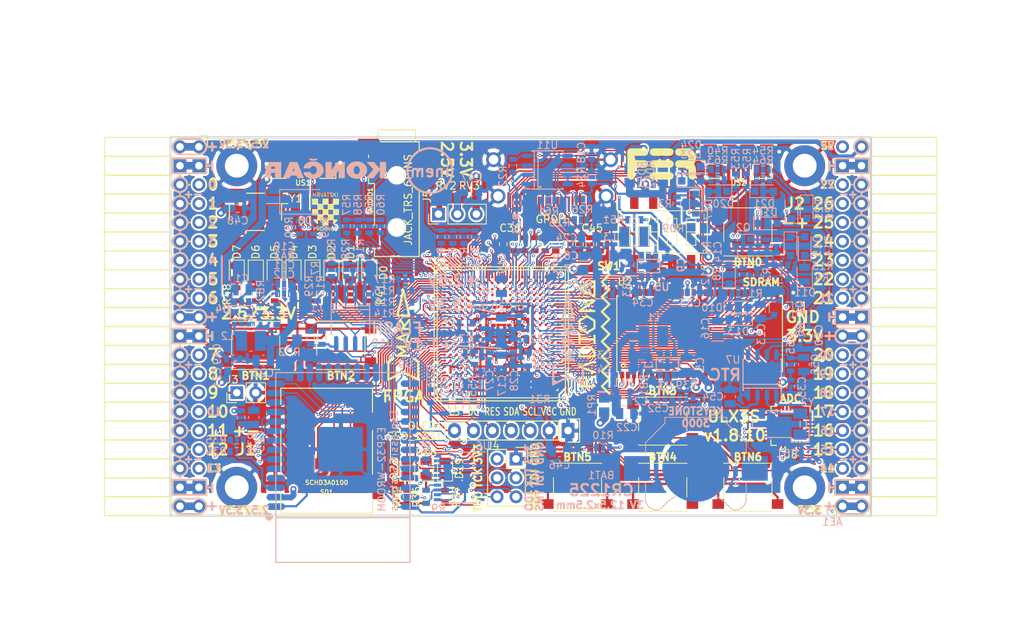
<source format=kicad_pcb>
(kicad_pcb (version 20171130) (host pcbnew 5.0.0-rc2+dfsg1-2)

  (general
    (thickness 1.6)
    (drawings 480)
    (tracks 4878)
    (zones 0)
    (modules 210)
    (nets 317)
  )

  (page A4)
  (layers
    (0 F.Cu signal)
    (1 In1.Cu signal)
    (2 In2.Cu signal)
    (31 B.Cu signal)
    (32 B.Adhes user)
    (33 F.Adhes user)
    (34 B.Paste user)
    (35 F.Paste user)
    (36 B.SilkS user)
    (37 F.SilkS user)
    (38 B.Mask user)
    (39 F.Mask user)
    (40 Dwgs.User user)
    (41 Cmts.User user)
    (42 Eco1.User user)
    (43 Eco2.User user)
    (44 Edge.Cuts user)
    (45 Margin user)
    (46 B.CrtYd user)
    (47 F.CrtYd user)
    (48 B.Fab user hide)
    (49 F.Fab user)
  )

  (setup
    (last_trace_width 0.3)
    (trace_clearance 0.127)
    (zone_clearance 0.127)
    (zone_45_only no)
    (trace_min 0.127)
    (segment_width 0.2)
    (edge_width 0.2)
    (via_size 0.4)
    (via_drill 0.2)
    (via_min_size 0.4)
    (via_min_drill 0.2)
    (uvia_size 0.3)
    (uvia_drill 0.1)
    (uvias_allowed no)
    (uvia_min_size 0.2)
    (uvia_min_drill 0.1)
    (pcb_text_width 0.3)
    (pcb_text_size 1.5 1.5)
    (mod_edge_width 0.15)
    (mod_text_size 1 1)
    (mod_text_width 0.15)
    (pad_size 0.3 0.3)
    (pad_drill 0)
    (pad_to_mask_clearance 0.05)
    (aux_axis_origin 94.1 112.22)
    (grid_origin 93.48 113)
    (visible_elements 7FFFFFFF)
    (pcbplotparams
      (layerselection 0x010fc_ffffffff)
      (usegerberextensions true)
      (usegerberattributes false)
      (usegerberadvancedattributes false)
      (creategerberjobfile false)
      (excludeedgelayer true)
      (linewidth 0.100000)
      (plotframeref false)
      (viasonmask false)
      (mode 1)
      (useauxorigin false)
      (hpglpennumber 1)
      (hpglpenspeed 20)
      (hpglpendiameter 15)
      (psnegative false)
      (psa4output false)
      (plotreference true)
      (plotvalue true)
      (plotinvisibletext false)
      (padsonsilk false)
      (subtractmaskfromsilk false)
      (outputformat 1)
      (mirror false)
      (drillshape 0)
      (scaleselection 1)
      (outputdirectory plot))
  )

  (net 0 "")
  (net 1 GND)
  (net 2 +5V)
  (net 3 /gpio/IN5V)
  (net 4 /gpio/OUT5V)
  (net 5 +3V3)
  (net 6 BTN_D)
  (net 7 BTN_F1)
  (net 8 BTN_F2)
  (net 9 BTN_L)
  (net 10 BTN_R)
  (net 11 BTN_U)
  (net 12 /power/FB1)
  (net 13 +2V5)
  (net 14 /power/PWREN)
  (net 15 /power/FB3)
  (net 16 /power/FB2)
  (net 17 /power/VBAT)
  (net 18 JTAG_TDI)
  (net 19 JTAG_TCK)
  (net 20 JTAG_TMS)
  (net 21 JTAG_TDO)
  (net 22 /power/WAKEUPn)
  (net 23 /power/WKUP)
  (net 24 /power/SHUT)
  (net 25 /power/WAKE)
  (net 26 /power/HOLD)
  (net 27 /power/WKn)
  (net 28 /power/OSCI_32k)
  (net 29 /power/OSCO_32k)
  (net 30 SHUTDOWN)
  (net 31 /analog/AUDIO_L)
  (net 32 /analog/AUDIO_R)
  (net 33 GPDI_SDA)
  (net 34 GPDI_SCL)
  (net 35 /gpdi/VREF2)
  (net 36 SD_CMD)
  (net 37 SD_CLK)
  (net 38 SD_D0)
  (net 39 SD_D1)
  (net 40 USB5V)
  (net 41 GPDI_CEC)
  (net 42 nRESET)
  (net 43 FTDI_nDTR)
  (net 44 SDRAM_CKE)
  (net 45 SDRAM_A7)
  (net 46 SDRAM_D15)
  (net 47 SDRAM_BA1)
  (net 48 SDRAM_D7)
  (net 49 SDRAM_A6)
  (net 50 SDRAM_CLK)
  (net 51 SDRAM_D13)
  (net 52 SDRAM_BA0)
  (net 53 SDRAM_D6)
  (net 54 SDRAM_A5)
  (net 55 SDRAM_D14)
  (net 56 SDRAM_A11)
  (net 57 SDRAM_D12)
  (net 58 SDRAM_D5)
  (net 59 SDRAM_A4)
  (net 60 SDRAM_A10)
  (net 61 SDRAM_D11)
  (net 62 SDRAM_A3)
  (net 63 SDRAM_D4)
  (net 64 SDRAM_D10)
  (net 65 SDRAM_D9)
  (net 66 SDRAM_A9)
  (net 67 SDRAM_D3)
  (net 68 SDRAM_D8)
  (net 69 SDRAM_A8)
  (net 70 SDRAM_A2)
  (net 71 SDRAM_A1)
  (net 72 SDRAM_A0)
  (net 73 SDRAM_D2)
  (net 74 SDRAM_D1)
  (net 75 SDRAM_D0)
  (net 76 SDRAM_DQM0)
  (net 77 SDRAM_nCS)
  (net 78 SDRAM_nRAS)
  (net 79 SDRAM_DQM1)
  (net 80 SDRAM_nCAS)
  (net 81 SDRAM_nWE)
  (net 82 /flash/FLASH_nWP)
  (net 83 /flash/FLASH_nHOLD)
  (net 84 /flash/FLASH_MOSI)
  (net 85 /flash/FLASH_MISO)
  (net 86 /flash/FLASH_SCK)
  (net 87 /flash/FLASH_nCS)
  (net 88 /flash/FPGA_PROGRAMN)
  (net 89 /flash/FPGA_DONE)
  (net 90 /flash/FPGA_INITN)
  (net 91 OLED_RES)
  (net 92 OLED_DC)
  (net 93 OLED_CS)
  (net 94 WIFI_EN)
  (net 95 FTDI_nRTS)
  (net 96 FTDI_TXD)
  (net 97 FTDI_RXD)
  (net 98 WIFI_RXD)
  (net 99 WIFI_GPIO0)
  (net 100 WIFI_TXD)
  (net 101 USB_FTDI_D+)
  (net 102 USB_FTDI_D-)
  (net 103 SD_D3)
  (net 104 AUDIO_L3)
  (net 105 AUDIO_L2)
  (net 106 AUDIO_L1)
  (net 107 AUDIO_L0)
  (net 108 AUDIO_R3)
  (net 109 AUDIO_R2)
  (net 110 AUDIO_R1)
  (net 111 AUDIO_R0)
  (net 112 OLED_CLK)
  (net 113 OLED_MOSI)
  (net 114 LED0)
  (net 115 LED1)
  (net 116 LED2)
  (net 117 LED3)
  (net 118 LED4)
  (net 119 LED5)
  (net 120 LED6)
  (net 121 LED7)
  (net 122 BTN_PWRn)
  (net 123 FTDI_nTXLED)
  (net 124 FTDI_nSLEEP)
  (net 125 /blinkey/LED_PWREN)
  (net 126 /blinkey/LED_TXLED)
  (net 127 /sdcard/SD3V3)
  (net 128 SD_D2)
  (net 129 CLK_25MHz)
  (net 130 /blinkey/BTNPUL)
  (net 131 /blinkey/BTNPUR)
  (net 132 USB_FPGA_D+)
  (net 133 /power/FTDI_nSUSPEND)
  (net 134 /blinkey/ALED0)
  (net 135 /blinkey/ALED1)
  (net 136 /blinkey/ALED2)
  (net 137 /blinkey/ALED3)
  (net 138 /blinkey/ALED4)
  (net 139 /blinkey/ALED5)
  (net 140 /blinkey/ALED6)
  (net 141 /blinkey/ALED7)
  (net 142 /usb/FTD-)
  (net 143 /usb/FTD+)
  (net 144 ADC_MISO)
  (net 145 ADC_MOSI)
  (net 146 ADC_CSn)
  (net 147 ADC_SCLK)
  (net 148 SW3)
  (net 149 SW2)
  (net 150 SW1)
  (net 151 USB_FPGA_D-)
  (net 152 /usb/FPD+)
  (net 153 /usb/FPD-)
  (net 154 WIFI_GPIO16)
  (net 155 /usb/ANT_433MHz)
  (net 156 /power/PWRBTn)
  (net 157 PROG_DONE)
  (net 158 /power/P3V3)
  (net 159 /power/P2V5)
  (net 160 /power/L1)
  (net 161 /power/L3)
  (net 162 /power/L2)
  (net 163 FTDI_TXDEN)
  (net 164 SDRAM_A12)
  (net 165 /analog/AUDIO_V)
  (net 166 AUDIO_V3)
  (net 167 AUDIO_V2)
  (net 168 AUDIO_V1)
  (net 169 AUDIO_V0)
  (net 170 /blinkey/LED_WIFI)
  (net 171 /power/P1V1)
  (net 172 +1V1)
  (net 173 SW4)
  (net 174 /blinkey/SWPU)
  (net 175 /wifi/WIFIEN)
  (net 176 FT2V5)
  (net 177 GN0)
  (net 178 GP0)
  (net 179 GN1)
  (net 180 GP1)
  (net 181 GN2)
  (net 182 GP2)
  (net 183 GN3)
  (net 184 GP3)
  (net 185 GN4)
  (net 186 GP4)
  (net 187 GN5)
  (net 188 GP5)
  (net 189 GN6)
  (net 190 GP6)
  (net 191 GN14)
  (net 192 GP14)
  (net 193 GN15)
  (net 194 GP15)
  (net 195 GN16)
  (net 196 GP16)
  (net 197 GN17)
  (net 198 GP17)
  (net 199 GN18)
  (net 200 GP18)
  (net 201 GN19)
  (net 202 GP19)
  (net 203 GN20)
  (net 204 GP20)
  (net 205 GN21)
  (net 206 GP21)
  (net 207 GN22)
  (net 208 GP22)
  (net 209 GN23)
  (net 210 GP23)
  (net 211 GN24)
  (net 212 GP24)
  (net 213 GN25)
  (net 214 GP25)
  (net 215 GN26)
  (net 216 GP26)
  (net 217 GN27)
  (net 218 GP27)
  (net 219 GN7)
  (net 220 GP7)
  (net 221 GN8)
  (net 222 GP8)
  (net 223 GN9)
  (net 224 GP9)
  (net 225 GN10)
  (net 226 GP10)
  (net 227 GN11)
  (net 228 GP11)
  (net 229 GN12)
  (net 230 GP12)
  (net 231 GN13)
  (net 232 GP13)
  (net 233 WIFI_GPIO5)
  (net 234 WIFI_GPIO17)
  (net 235 USB_FPGA_PULL_D+)
  (net 236 USB_FPGA_PULL_D-)
  (net 237 "Net-(D23-Pad2)")
  (net 238 "Net-(D24-Pad1)")
  (net 239 "Net-(D25-Pad2)")
  (net 240 "Net-(D26-Pad1)")
  (net 241 /gpdi/GPDI_ETH+)
  (net 242 FPDI_ETH+)
  (net 243 /gpdi/GPDI_ETH-)
  (net 244 FPDI_ETH-)
  (net 245 /gpdi/GPDI_D2-)
  (net 246 FPDI_D2-)
  (net 247 /gpdi/GPDI_D1-)
  (net 248 FPDI_D1-)
  (net 249 /gpdi/GPDI_D0-)
  (net 250 FPDI_D0-)
  (net 251 /gpdi/GPDI_CLK-)
  (net 252 FPDI_CLK-)
  (net 253 /gpdi/GPDI_D2+)
  (net 254 FPDI_D2+)
  (net 255 /gpdi/GPDI_D1+)
  (net 256 FPDI_D1+)
  (net 257 /gpdi/GPDI_D0+)
  (net 258 FPDI_D0+)
  (net 259 /gpdi/GPDI_CLK+)
  (net 260 FPDI_CLK+)
  (net 261 FPDI_SDA)
  (net 262 FPDI_SCL)
  (net 263 /gpdi/FPDI_CEC)
  (net 264 2V5_3V3)
  (net 265 "Net-(AUDIO1-Pad5)")
  (net 266 "Net-(AUDIO1-Pad6)")
  (net 267 "Net-(U1-PadA15)")
  (net 268 "Net-(U1-PadC9)")
  (net 269 "Net-(U1-PadD9)")
  (net 270 "Net-(U1-PadD10)")
  (net 271 "Net-(U1-PadD11)")
  (net 272 "Net-(U1-PadD12)")
  (net 273 "Net-(U1-PadE6)")
  (net 274 "Net-(U1-PadE9)")
  (net 275 "Net-(U1-PadE10)")
  (net 276 "Net-(U1-PadE11)")
  (net 277 "Net-(U1-PadJ4)")
  (net 278 "Net-(U1-PadJ5)")
  (net 279 "Net-(U1-PadK5)")
  (net 280 "Net-(U1-PadL5)")
  (net 281 "Net-(U1-PadM4)")
  (net 282 "Net-(U1-PadM5)")
  (net 283 SD_CD)
  (net 284 SD_WP)
  (net 285 "Net-(U1-PadR3)")
  (net 286 "Net-(U1-PadT16)")
  (net 287 "Net-(U1-PadW4)")
  (net 288 "Net-(U1-PadW5)")
  (net 289 "Net-(U1-PadW8)")
  (net 290 "Net-(U1-PadW9)")
  (net 291 "Net-(U1-PadW13)")
  (net 292 "Net-(U1-PadW14)")
  (net 293 "Net-(U1-PadW17)")
  (net 294 "Net-(U1-PadW18)")
  (net 295 FTDI_nRXLED)
  (net 296 "Net-(U8-Pad12)")
  (net 297 "Net-(U8-Pad25)")
  (net 298 "Net-(U9-Pad32)")
  (net 299 "Net-(U9-Pad22)")
  (net 300 "Net-(U9-Pad21)")
  (net 301 "Net-(U9-Pad20)")
  (net 302 "Net-(U9-Pad19)")
  (net 303 "Net-(U9-Pad18)")
  (net 304 "Net-(U9-Pad17)")
  (net 305 "Net-(U9-Pad12)")
  (net 306 "Net-(U9-Pad5)")
  (net 307 "Net-(U9-Pad4)")
  (net 308 "Net-(US1-Pad4)")
  (net 309 "Net-(US2-Pad4)")
  (net 310 "Net-(Y2-Pad3)")
  (net 311 "Net-(Y2-Pad2)")
  (net 312 "Net-(U1-PadK16)")
  (net 313 "Net-(U1-PadK17)")
  (net 314 /usb/US2VBUS)
  (net 315 /power/SHD)
  (net 316 /power/RTCVDD)

  (net_class Default "This is the default net class."
    (clearance 0.127)
    (trace_width 0.3)
    (via_dia 0.4)
    (via_drill 0.2)
    (uvia_dia 0.3)
    (uvia_drill 0.1)
    (add_net +1V1)
    (add_net +2V5)
    (add_net +3V3)
    (add_net +5V)
    (add_net /analog/AUDIO_L)
    (add_net /analog/AUDIO_R)
    (add_net /analog/AUDIO_V)
    (add_net /blinkey/ALED0)
    (add_net /blinkey/ALED1)
    (add_net /blinkey/ALED2)
    (add_net /blinkey/ALED3)
    (add_net /blinkey/ALED4)
    (add_net /blinkey/ALED5)
    (add_net /blinkey/ALED6)
    (add_net /blinkey/ALED7)
    (add_net /blinkey/BTNPUL)
    (add_net /blinkey/BTNPUR)
    (add_net /blinkey/LED_PWREN)
    (add_net /blinkey/LED_TXLED)
    (add_net /blinkey/LED_WIFI)
    (add_net /blinkey/SWPU)
    (add_net /gpdi/GPDI_CLK+)
    (add_net /gpdi/GPDI_CLK-)
    (add_net /gpdi/GPDI_D0+)
    (add_net /gpdi/GPDI_D0-)
    (add_net /gpdi/GPDI_D1+)
    (add_net /gpdi/GPDI_D1-)
    (add_net /gpdi/GPDI_D2+)
    (add_net /gpdi/GPDI_D2-)
    (add_net /gpdi/GPDI_ETH+)
    (add_net /gpdi/GPDI_ETH-)
    (add_net /gpdi/VREF2)
    (add_net /gpio/IN5V)
    (add_net /gpio/OUT5V)
    (add_net /power/FB1)
    (add_net /power/FB2)
    (add_net /power/FB3)
    (add_net /power/FTDI_nSUSPEND)
    (add_net /power/HOLD)
    (add_net /power/L1)
    (add_net /power/L2)
    (add_net /power/L3)
    (add_net /power/OSCI_32k)
    (add_net /power/OSCO_32k)
    (add_net /power/P1V1)
    (add_net /power/P2V5)
    (add_net /power/P3V3)
    (add_net /power/PWRBTn)
    (add_net /power/PWREN)
    (add_net /power/RTCVDD)
    (add_net /power/SHD)
    (add_net /power/SHUT)
    (add_net /power/VBAT)
    (add_net /power/WAKE)
    (add_net /power/WAKEUPn)
    (add_net /power/WKUP)
    (add_net /power/WKn)
    (add_net /sdcard/SD3V3)
    (add_net /usb/ANT_433MHz)
    (add_net /usb/FPD+)
    (add_net /usb/FPD-)
    (add_net /usb/FTD+)
    (add_net /usb/FTD-)
    (add_net /usb/US2VBUS)
    (add_net /wifi/WIFIEN)
    (add_net 2V5_3V3)
    (add_net FT2V5)
    (add_net FTDI_nRXLED)
    (add_net GND)
    (add_net "Net-(AUDIO1-Pad5)")
    (add_net "Net-(AUDIO1-Pad6)")
    (add_net "Net-(D23-Pad2)")
    (add_net "Net-(D24-Pad1)")
    (add_net "Net-(D25-Pad2)")
    (add_net "Net-(D26-Pad1)")
    (add_net "Net-(U1-PadA15)")
    (add_net "Net-(U1-PadC9)")
    (add_net "Net-(U1-PadD10)")
    (add_net "Net-(U1-PadD11)")
    (add_net "Net-(U1-PadD12)")
    (add_net "Net-(U1-PadD9)")
    (add_net "Net-(U1-PadE10)")
    (add_net "Net-(U1-PadE11)")
    (add_net "Net-(U1-PadE6)")
    (add_net "Net-(U1-PadE9)")
    (add_net "Net-(U1-PadJ4)")
    (add_net "Net-(U1-PadJ5)")
    (add_net "Net-(U1-PadK16)")
    (add_net "Net-(U1-PadK17)")
    (add_net "Net-(U1-PadK5)")
    (add_net "Net-(U1-PadL5)")
    (add_net "Net-(U1-PadM4)")
    (add_net "Net-(U1-PadM5)")
    (add_net "Net-(U1-PadR3)")
    (add_net "Net-(U1-PadT16)")
    (add_net "Net-(U1-PadW13)")
    (add_net "Net-(U1-PadW14)")
    (add_net "Net-(U1-PadW17)")
    (add_net "Net-(U1-PadW18)")
    (add_net "Net-(U1-PadW4)")
    (add_net "Net-(U1-PadW5)")
    (add_net "Net-(U1-PadW8)")
    (add_net "Net-(U1-PadW9)")
    (add_net "Net-(U8-Pad12)")
    (add_net "Net-(U8-Pad25)")
    (add_net "Net-(U9-Pad12)")
    (add_net "Net-(U9-Pad17)")
    (add_net "Net-(U9-Pad18)")
    (add_net "Net-(U9-Pad19)")
    (add_net "Net-(U9-Pad20)")
    (add_net "Net-(U9-Pad21)")
    (add_net "Net-(U9-Pad22)")
    (add_net "Net-(U9-Pad32)")
    (add_net "Net-(U9-Pad4)")
    (add_net "Net-(U9-Pad5)")
    (add_net "Net-(US1-Pad4)")
    (add_net "Net-(US2-Pad4)")
    (add_net "Net-(Y2-Pad2)")
    (add_net "Net-(Y2-Pad3)")
    (add_net SD_CD)
    (add_net SD_WP)
    (add_net USB5V)
  )

  (net_class BGA ""
    (clearance 0.127)
    (trace_width 0.19)
    (via_dia 0.4)
    (via_drill 0.2)
    (uvia_dia 0.3)
    (uvia_drill 0.1)
    (add_net /flash/FLASH_MISO)
    (add_net /flash/FLASH_MOSI)
    (add_net /flash/FLASH_SCK)
    (add_net /flash/FLASH_nCS)
    (add_net /flash/FLASH_nHOLD)
    (add_net /flash/FLASH_nWP)
    (add_net /flash/FPGA_DONE)
    (add_net /flash/FPGA_INITN)
    (add_net /flash/FPGA_PROGRAMN)
    (add_net /gpdi/FPDI_CEC)
    (add_net ADC_CSn)
    (add_net ADC_MISO)
    (add_net ADC_MOSI)
    (add_net ADC_SCLK)
    (add_net AUDIO_L0)
    (add_net AUDIO_L1)
    (add_net AUDIO_L2)
    (add_net AUDIO_L3)
    (add_net AUDIO_R0)
    (add_net AUDIO_R1)
    (add_net AUDIO_R2)
    (add_net AUDIO_R3)
    (add_net AUDIO_V0)
    (add_net AUDIO_V1)
    (add_net AUDIO_V2)
    (add_net AUDIO_V3)
    (add_net BTN_D)
    (add_net BTN_F1)
    (add_net BTN_F2)
    (add_net BTN_L)
    (add_net BTN_PWRn)
    (add_net BTN_R)
    (add_net BTN_U)
    (add_net CLK_25MHz)
    (add_net FPDI_CLK+)
    (add_net FPDI_CLK-)
    (add_net FPDI_D0+)
    (add_net FPDI_D0-)
    (add_net FPDI_D1+)
    (add_net FPDI_D1-)
    (add_net FPDI_D2+)
    (add_net FPDI_D2-)
    (add_net FPDI_ETH+)
    (add_net FPDI_ETH-)
    (add_net FPDI_SCL)
    (add_net FPDI_SDA)
    (add_net FTDI_RXD)
    (add_net FTDI_TXD)
    (add_net FTDI_TXDEN)
    (add_net FTDI_nDTR)
    (add_net FTDI_nRTS)
    (add_net FTDI_nSLEEP)
    (add_net FTDI_nTXLED)
    (add_net GN0)
    (add_net GN1)
    (add_net GN10)
    (add_net GN11)
    (add_net GN12)
    (add_net GN13)
    (add_net GN14)
    (add_net GN15)
    (add_net GN16)
    (add_net GN17)
    (add_net GN18)
    (add_net GN19)
    (add_net GN2)
    (add_net GN20)
    (add_net GN21)
    (add_net GN22)
    (add_net GN23)
    (add_net GN24)
    (add_net GN25)
    (add_net GN26)
    (add_net GN27)
    (add_net GN3)
    (add_net GN4)
    (add_net GN5)
    (add_net GN6)
    (add_net GN7)
    (add_net GN8)
    (add_net GN9)
    (add_net GP0)
    (add_net GP1)
    (add_net GP10)
    (add_net GP11)
    (add_net GP12)
    (add_net GP13)
    (add_net GP14)
    (add_net GP15)
    (add_net GP16)
    (add_net GP17)
    (add_net GP18)
    (add_net GP19)
    (add_net GP2)
    (add_net GP20)
    (add_net GP21)
    (add_net GP22)
    (add_net GP23)
    (add_net GP24)
    (add_net GP25)
    (add_net GP26)
    (add_net GP27)
    (add_net GP3)
    (add_net GP4)
    (add_net GP5)
    (add_net GP6)
    (add_net GP7)
    (add_net GP8)
    (add_net GP9)
    (add_net GPDI_CEC)
    (add_net GPDI_SCL)
    (add_net GPDI_SDA)
    (add_net JTAG_TCK)
    (add_net JTAG_TDI)
    (add_net JTAG_TDO)
    (add_net JTAG_TMS)
    (add_net LED0)
    (add_net LED1)
    (add_net LED2)
    (add_net LED3)
    (add_net LED4)
    (add_net LED5)
    (add_net LED6)
    (add_net LED7)
    (add_net OLED_CLK)
    (add_net OLED_CS)
    (add_net OLED_DC)
    (add_net OLED_MOSI)
    (add_net OLED_RES)
    (add_net PROG_DONE)
    (add_net SDRAM_A0)
    (add_net SDRAM_A1)
    (add_net SDRAM_A10)
    (add_net SDRAM_A11)
    (add_net SDRAM_A12)
    (add_net SDRAM_A2)
    (add_net SDRAM_A3)
    (add_net SDRAM_A4)
    (add_net SDRAM_A5)
    (add_net SDRAM_A6)
    (add_net SDRAM_A7)
    (add_net SDRAM_A8)
    (add_net SDRAM_A9)
    (add_net SDRAM_BA0)
    (add_net SDRAM_BA1)
    (add_net SDRAM_CKE)
    (add_net SDRAM_CLK)
    (add_net SDRAM_D0)
    (add_net SDRAM_D1)
    (add_net SDRAM_D10)
    (add_net SDRAM_D11)
    (add_net SDRAM_D12)
    (add_net SDRAM_D13)
    (add_net SDRAM_D14)
    (add_net SDRAM_D15)
    (add_net SDRAM_D2)
    (add_net SDRAM_D3)
    (add_net SDRAM_D4)
    (add_net SDRAM_D5)
    (add_net SDRAM_D6)
    (add_net SDRAM_D7)
    (add_net SDRAM_D8)
    (add_net SDRAM_D9)
    (add_net SDRAM_DQM0)
    (add_net SDRAM_DQM1)
    (add_net SDRAM_nCAS)
    (add_net SDRAM_nCS)
    (add_net SDRAM_nRAS)
    (add_net SDRAM_nWE)
    (add_net SD_CLK)
    (add_net SD_CMD)
    (add_net SD_D0)
    (add_net SD_D1)
    (add_net SD_D2)
    (add_net SD_D3)
    (add_net SHUTDOWN)
    (add_net SW1)
    (add_net SW2)
    (add_net SW3)
    (add_net SW4)
    (add_net USB_FPGA_D+)
    (add_net USB_FPGA_D-)
    (add_net USB_FPGA_PULL_D+)
    (add_net USB_FPGA_PULL_D-)
    (add_net USB_FTDI_D+)
    (add_net USB_FTDI_D-)
    (add_net WIFI_EN)
    (add_net WIFI_GPIO0)
    (add_net WIFI_GPIO16)
    (add_net WIFI_GPIO17)
    (add_net WIFI_GPIO5)
    (add_net WIFI_RXD)
    (add_net WIFI_TXD)
    (add_net nRESET)
  )

  (net_class Minimal ""
    (clearance 0.127)
    (trace_width 0.127)
    (via_dia 0.4)
    (via_drill 0.2)
    (uvia_dia 0.3)
    (uvia_drill 0.1)
  )

  (module inem:inem (layer B.Cu) (tedit 5B1A682A) (tstamp 5B248F4A)
    (at 128.913 65.883)
    (fp_text reference REF** (at 0 -1.6) (layer B.SilkS) hide
      (effects (font (size 1 1) (thickness 0.15)) (justify mirror))
    )
    (fp_text value inem (at 0 1.6) (layer B.Fab) hide
      (effects (font (size 1 1) (thickness 0.15)) (justify mirror))
    )
    (fp_text user inem (at 0 0.1) (layer B.SilkS)
      (effects (font (size 1.5 1.5) (thickness 0.3)) (justify mirror))
    )
    (fp_circle (center 0 0) (end 3 0) (layer B.SilkS) (width 0.3))
  )

  (module fer:fer4mm6 (layer F.Cu) (tedit 5B1A6576) (tstamp 5B25673B)
    (at 159.901 64.994)
    (descr FER)
    (tags fer)
    (fp_text reference fer (at 0 -3.6) (layer F.SilkS) hide
      (effects (font (size 1.524 1.524) (thickness 0.3048)))
    )
    (fp_text value fer (at 0 3.6) (layer F.SilkS) hide
      (effects (font (size 1.524 1.524) (thickness 0.3048)))
    )
    (fp_line (start 4.2 1) (end 4.2 1.6) (layer F.SilkS) (width 1))
    (fp_arc (start 3.4 0.8) (end 3.4 0) (angle 90) (layer F.SilkS) (width 1))
    (fp_arc (start 3.4 -0.8) (end 3.4 -1.6) (angle 180) (layer F.SilkS) (width 1))
    (fp_line (start 2.4 0) (end 3.4 0) (layer F.SilkS) (width 1))
    (fp_line (start 2.4 -1.6) (end 3.4 -1.6) (layer F.SilkS) (width 1))
    (fp_line (start -4 -1.6) (end -4 1.6) (layer F.SilkS) (width 1))
    (fp_line (start -1 1.6) (end 1.2 1.6) (layer F.SilkS) (width 1))
    (fp_line (start -1 0) (end 1.2 0) (layer F.SilkS) (width 1))
    (fp_line (start -1 -1.6) (end 1.2 -1.6) (layer F.SilkS) (width 1))
    (fp_line (start -4 -1.6) (end -2.2 -1.6) (layer F.SilkS) (width 1))
    (fp_line (start -4 0) (end -2.2 0) (layer F.SilkS) (width 1))
  )

  (module SOA008-150mil:SOA008-150-208mil (layer B.Cu) (tedit 5B1925F8) (tstamp 5B3C9488)
    (at 118.245 85.822 270)
    (descr "Cypress SOA008 SOIC-8 150/208 mil")
    (tags "SOA008 SOIC-8 1.27 150 208 mil")
    (path /58D913EC/58D913F5)
    (attr smd)
    (fp_text reference U10 (at 3.175 -4.318) (layer B.SilkS)
      (effects (font (size 1 1) (thickness 0.15)) (justify mirror))
    )
    (fp_text value IS25LP128F-JBLE (at 5.08 0) (layer B.Fab)
      (effects (font (size 1 1) (thickness 0.15)) (justify mirror))
    )
    (fp_circle (center -0.9525 2.286) (end -0.889 2.2225) (layer B.SilkS) (width 0.15))
    (fp_line (start -1.778 -2.54) (end -1.778 2.54) (layer B.SilkS) (width 0.15))
    (fp_line (start -1.27 2.54) (end -1.27 -2.54) (layer B.SilkS) (width 0.15))
    (fp_line (start -0.95 2.45) (end 1.95 2.45) (layer B.Fab) (width 0.15))
    (fp_line (start 1.95 2.45) (end 1.95 -2.45) (layer B.Fab) (width 0.15))
    (fp_line (start 1.95 -2.45) (end -1.95 -2.45) (layer B.Fab) (width 0.15))
    (fp_line (start -1.95 -2.45) (end -1.95 1.45) (layer B.Fab) (width 0.15))
    (fp_line (start -1.95 1.45) (end -0.95 2.45) (layer B.Fab) (width 0.15))
    (fp_line (start -3.75 2.75) (end -3.75 -2.75) (layer B.CrtYd) (width 0.05))
    (fp_line (start 3.75 2.75) (end 3.75 -2.75) (layer B.CrtYd) (width 0.05))
    (fp_line (start -3.75 2.75) (end 3.75 2.75) (layer B.CrtYd) (width 0.05))
    (fp_line (start -3.75 -2.75) (end 3.75 -2.75) (layer B.CrtYd) (width 0.05))
    (fp_line (start -2.075 2.575) (end -2.075 2.525) (layer B.SilkS) (width 0.15))
    (fp_line (start 2.075 2.575) (end 2.075 2.43) (layer B.SilkS) (width 0.15))
    (fp_line (start 2.075 -2.575) (end 2.075 -2.43) (layer B.SilkS) (width 0.15))
    (fp_line (start -2.075 -2.575) (end -2.075 -2.43) (layer B.SilkS) (width 0.15))
    (fp_line (start -2.075 2.575) (end 2.075 2.575) (layer B.SilkS) (width 0.15))
    (fp_line (start -2.075 -2.575) (end 2.075 -2.575) (layer B.SilkS) (width 0.15))
    (fp_line (start -2.075 2.525) (end -3.475 2.525) (layer B.SilkS) (width 0.15))
    (pad 1 smd rect (at -3.302 1.905 270) (size 2.1 0.6) (layers B.Cu B.Paste B.Mask)
      (net 87 /flash/FLASH_nCS))
    (pad 2 smd oval (at -3.302 0.635 270) (size 2.1 0.6) (layers B.Cu B.Paste B.Mask)
      (net 85 /flash/FLASH_MISO))
    (pad 3 smd oval (at -3.302 -0.635 270) (size 2.1 0.6) (layers B.Cu B.Paste B.Mask)
      (net 82 /flash/FLASH_nWP))
    (pad 4 smd oval (at -3.302 -1.905 270) (size 2.1 0.6) (layers B.Cu B.Paste B.Mask)
      (net 1 GND))
    (pad 5 smd oval (at 3.302 -1.905 270) (size 2.1 0.6) (layers B.Cu B.Paste B.Mask)
      (net 84 /flash/FLASH_MOSI))
    (pad 6 smd oval (at 3.302 -0.635 270) (size 2.1 0.6) (layers B.Cu B.Paste B.Mask)
      (net 86 /flash/FLASH_SCK))
    (pad 7 smd oval (at 3.302 0.635 270) (size 2.1 0.6) (layers B.Cu B.Paste B.Mask)
      (net 83 /flash/FLASH_nHOLD))
    (pad 8 smd oval (at 3.302 1.905 270) (size 2.1 0.6) (layers B.Cu B.Paste B.Mask)
      (net 5 +3V3))
    (model ${KISYS3DMOD}/Package_SO.3dshapes/SOIC-8-1EP_3.9x4.9mm_P1.27mm_EP2.35x2.35mm.step
      (at (xyz 0 0 0))
      (scale (xyz 1 1 1))
      (rotate (xyz 0 0 0))
    )
    (model ${KISYS3DMOD}/Package_SO.3dshapes/SOIJ-8_5.3x5.3mm_P1.27mm.wrl_disabled
      (at (xyz 0 0 0))
      (scale (xyz 1 1 1))
      (rotate (xyz 0 0 0))
    )
  )

  (module Socket_Strips:Socket_Strip_Angled_2x20 (layer F.Cu) (tedit 5A2B354F) (tstamp 58E6BE3D)
    (at 97.91 62.69 270)
    (descr "Through hole socket strip")
    (tags "socket strip")
    (path /56AC389C/58E6B835)
    (fp_text reference J1 (at 40.64 -6.35) (layer F.SilkS)
      (effects (font (size 1.5 1.5) (thickness 0.3)))
    )
    (fp_text value CONN_02X20 (at 0 -2.6 270) (layer F.Fab) hide
      (effects (font (size 1 1) (thickness 0.15)))
    )
    (fp_line (start -1.75 -1.35) (end -1.75 13.15) (layer F.CrtYd) (width 0.05))
    (fp_line (start 50.05 -1.35) (end 50.05 13.15) (layer F.CrtYd) (width 0.05))
    (fp_line (start -1.75 -1.35) (end 50.05 -1.35) (layer F.CrtYd) (width 0.05))
    (fp_line (start -1.75 13.15) (end 50.05 13.15) (layer F.CrtYd) (width 0.05))
    (fp_line (start 49.53 12.64) (end 49.53 3.81) (layer F.SilkS) (width 0.15))
    (fp_line (start 46.99 12.64) (end 49.53 12.64) (layer F.SilkS) (width 0.15))
    (fp_line (start 46.99 3.81) (end 49.53 3.81) (layer F.SilkS) (width 0.15))
    (fp_line (start 49.53 3.81) (end 49.53 12.64) (layer F.SilkS) (width 0.15))
    (fp_line (start 46.99 3.81) (end 46.99 12.64) (layer F.SilkS) (width 0.15))
    (fp_line (start 44.45 3.81) (end 46.99 3.81) (layer F.SilkS) (width 0.15))
    (fp_line (start 44.45 12.64) (end 46.99 12.64) (layer F.SilkS) (width 0.15))
    (fp_line (start 46.99 12.64) (end 46.99 3.81) (layer F.SilkS) (width 0.15))
    (fp_line (start 29.21 12.64) (end 29.21 3.81) (layer F.SilkS) (width 0.15))
    (fp_line (start 26.67 12.64) (end 29.21 12.64) (layer F.SilkS) (width 0.15))
    (fp_line (start 26.67 3.81) (end 29.21 3.81) (layer F.SilkS) (width 0.15))
    (fp_line (start 29.21 3.81) (end 29.21 12.64) (layer F.SilkS) (width 0.15))
    (fp_line (start 31.75 3.81) (end 31.75 12.64) (layer F.SilkS) (width 0.15))
    (fp_line (start 29.21 3.81) (end 31.75 3.81) (layer F.SilkS) (width 0.15))
    (fp_line (start 29.21 12.64) (end 31.75 12.64) (layer F.SilkS) (width 0.15))
    (fp_line (start 31.75 12.64) (end 31.75 3.81) (layer F.SilkS) (width 0.15))
    (fp_line (start 44.45 12.64) (end 44.45 3.81) (layer F.SilkS) (width 0.15))
    (fp_line (start 41.91 12.64) (end 44.45 12.64) (layer F.SilkS) (width 0.15))
    (fp_line (start 41.91 3.81) (end 44.45 3.81) (layer F.SilkS) (width 0.15))
    (fp_line (start 44.45 3.81) (end 44.45 12.64) (layer F.SilkS) (width 0.15))
    (fp_line (start 41.91 3.81) (end 41.91 12.64) (layer F.SilkS) (width 0.15))
    (fp_line (start 39.37 3.81) (end 41.91 3.81) (layer F.SilkS) (width 0.15))
    (fp_line (start 39.37 12.64) (end 41.91 12.64) (layer F.SilkS) (width 0.15))
    (fp_line (start 41.91 12.64) (end 41.91 3.81) (layer F.SilkS) (width 0.15))
    (fp_line (start 39.37 12.64) (end 39.37 3.81) (layer F.SilkS) (width 0.15))
    (fp_line (start 36.83 12.64) (end 39.37 12.64) (layer F.SilkS) (width 0.15))
    (fp_line (start 36.83 3.81) (end 39.37 3.81) (layer F.SilkS) (width 0.15))
    (fp_line (start 39.37 3.81) (end 39.37 12.64) (layer F.SilkS) (width 0.15))
    (fp_line (start 36.83 3.81) (end 36.83 12.64) (layer F.SilkS) (width 0.15))
    (fp_line (start 34.29 3.81) (end 36.83 3.81) (layer F.SilkS) (width 0.15))
    (fp_line (start 34.29 12.64) (end 36.83 12.64) (layer F.SilkS) (width 0.15))
    (fp_line (start 36.83 12.64) (end 36.83 3.81) (layer F.SilkS) (width 0.15))
    (fp_line (start 34.29 12.64) (end 34.29 3.81) (layer F.SilkS) (width 0.15))
    (fp_line (start 31.75 12.64) (end 34.29 12.64) (layer F.SilkS) (width 0.15))
    (fp_line (start 31.75 3.81) (end 34.29 3.81) (layer F.SilkS) (width 0.15))
    (fp_line (start 34.29 3.81) (end 34.29 12.64) (layer F.SilkS) (width 0.15))
    (fp_line (start 16.51 3.81) (end 16.51 12.64) (layer F.SilkS) (width 0.15))
    (fp_line (start 13.97 3.81) (end 16.51 3.81) (layer F.SilkS) (width 0.15))
    (fp_line (start 13.97 12.64) (end 16.51 12.64) (layer F.SilkS) (width 0.15))
    (fp_line (start 16.51 12.64) (end 16.51 3.81) (layer F.SilkS) (width 0.15))
    (fp_line (start 19.05 12.64) (end 19.05 3.81) (layer F.SilkS) (width 0.15))
    (fp_line (start 16.51 12.64) (end 19.05 12.64) (layer F.SilkS) (width 0.15))
    (fp_line (start 16.51 3.81) (end 19.05 3.81) (layer F.SilkS) (width 0.15))
    (fp_line (start 19.05 3.81) (end 19.05 12.64) (layer F.SilkS) (width 0.15))
    (fp_line (start 21.59 3.81) (end 21.59 12.64) (layer F.SilkS) (width 0.15))
    (fp_line (start 19.05 3.81) (end 21.59 3.81) (layer F.SilkS) (width 0.15))
    (fp_line (start 19.05 12.64) (end 21.59 12.64) (layer F.SilkS) (width 0.15))
    (fp_line (start 21.59 12.64) (end 21.59 3.81) (layer F.SilkS) (width 0.15))
    (fp_line (start 24.13 12.64) (end 24.13 3.81) (layer F.SilkS) (width 0.15))
    (fp_line (start 21.59 12.64) (end 24.13 12.64) (layer F.SilkS) (width 0.15))
    (fp_line (start 21.59 3.81) (end 24.13 3.81) (layer F.SilkS) (width 0.15))
    (fp_line (start 24.13 3.81) (end 24.13 12.64) (layer F.SilkS) (width 0.15))
    (fp_line (start 26.67 3.81) (end 26.67 12.64) (layer F.SilkS) (width 0.15))
    (fp_line (start 24.13 3.81) (end 26.67 3.81) (layer F.SilkS) (width 0.15))
    (fp_line (start 24.13 12.64) (end 26.67 12.64) (layer F.SilkS) (width 0.15))
    (fp_line (start 26.67 12.64) (end 26.67 3.81) (layer F.SilkS) (width 0.15))
    (fp_line (start 13.97 12.64) (end 13.97 3.81) (layer F.SilkS) (width 0.15))
    (fp_line (start 11.43 12.64) (end 13.97 12.64) (layer F.SilkS) (width 0.15))
    (fp_line (start 11.43 3.81) (end 13.97 3.81) (layer F.SilkS) (width 0.15))
    (fp_line (start 13.97 3.81) (end 13.97 12.64) (layer F.SilkS) (width 0.15))
    (fp_line (start 11.43 3.81) (end 11.43 12.64) (layer F.SilkS) (width 0.15))
    (fp_line (start 8.89 3.81) (end 11.43 3.81) (layer F.SilkS) (width 0.15))
    (fp_line (start 8.89 12.64) (end 11.43 12.64) (layer F.SilkS) (width 0.15))
    (fp_line (start 11.43 12.64) (end 11.43 3.81) (layer F.SilkS) (width 0.15))
    (fp_line (start 8.89 12.64) (end 8.89 3.81) (layer F.SilkS) (width 0.15))
    (fp_line (start 6.35 12.64) (end 8.89 12.64) (layer F.SilkS) (width 0.15))
    (fp_line (start 6.35 3.81) (end 8.89 3.81) (layer F.SilkS) (width 0.15))
    (fp_line (start 8.89 3.81) (end 8.89 12.64) (layer F.SilkS) (width 0.15))
    (fp_line (start 6.35 3.81) (end 6.35 12.64) (layer F.SilkS) (width 0.15))
    (fp_line (start 3.81 3.81) (end 6.35 3.81) (layer F.SilkS) (width 0.15))
    (fp_line (start 3.81 12.64) (end 6.35 12.64) (layer F.SilkS) (width 0.15))
    (fp_line (start 6.35 12.64) (end 6.35 3.81) (layer F.SilkS) (width 0.15))
    (fp_line (start 3.81 12.64) (end 3.81 3.81) (layer F.SilkS) (width 0.15))
    (fp_line (start 1.27 12.64) (end 3.81 12.64) (layer F.SilkS) (width 0.15))
    (fp_line (start 1.27 3.81) (end 3.81 3.81) (layer F.SilkS) (width 0.15))
    (fp_line (start 3.81 3.81) (end 3.81 12.64) (layer F.SilkS) (width 0.15))
    (fp_line (start 1.27 3.81) (end 1.27 12.64) (layer F.SilkS) (width 0.15))
    (fp_line (start -1.27 3.81) (end 1.27 3.81) (layer F.SilkS) (width 0.15))
    (fp_line (start 0 -1.15) (end -1.55 -1.15) (layer F.SilkS) (width 0.15))
    (fp_line (start -1.55 -1.15) (end -1.55 0) (layer F.SilkS) (width 0.15))
    (fp_line (start -1.27 3.81) (end -1.27 12.64) (layer F.SilkS) (width 0.15))
    (fp_line (start -1.27 12.64) (end 1.27 12.64) (layer F.SilkS) (width 0.15))
    (fp_line (start 1.27 12.64) (end 1.27 3.81) (layer F.SilkS) (width 0.15))
    (pad 1 thru_hole oval (at 0 0 270) (size 1.7272 1.7272) (drill 1.016) (layers *.Cu *.Mask)
      (net 264 2V5_3V3))
    (pad 2 thru_hole oval (at 0 2.54 270) (size 1.7272 1.7272) (drill 1.016) (layers *.Cu *.Mask)
      (net 264 2V5_3V3))
    (pad 3 thru_hole rect (at 2.54 0 270) (size 1.7272 1.7272) (drill 1.016) (layers *.Cu *.Mask)
      (net 1 GND))
    (pad 4 thru_hole rect (at 2.54 2.54 270) (size 1.7272 1.7272) (drill 1.016) (layers *.Cu *.Mask)
      (net 1 GND))
    (pad 5 thru_hole oval (at 5.08 0 270) (size 1.7272 1.7272) (drill 1.016) (layers *.Cu *.Mask)
      (net 177 GN0))
    (pad 6 thru_hole oval (at 5.08 2.54 270) (size 1.7272 1.7272) (drill 1.016) (layers *.Cu *.Mask)
      (net 178 GP0))
    (pad 7 thru_hole oval (at 7.62 0 270) (size 1.7272 1.7272) (drill 1.016) (layers *.Cu *.Mask)
      (net 179 GN1))
    (pad 8 thru_hole oval (at 7.62 2.54 270) (size 1.7272 1.7272) (drill 1.016) (layers *.Cu *.Mask)
      (net 180 GP1))
    (pad 9 thru_hole oval (at 10.16 0 270) (size 1.7272 1.7272) (drill 1.016) (layers *.Cu *.Mask)
      (net 181 GN2))
    (pad 10 thru_hole oval (at 10.16 2.54 270) (size 1.7272 1.7272) (drill 1.016) (layers *.Cu *.Mask)
      (net 182 GP2))
    (pad 11 thru_hole oval (at 12.7 0 270) (size 1.7272 1.7272) (drill 1.016) (layers *.Cu *.Mask)
      (net 183 GN3))
    (pad 12 thru_hole oval (at 12.7 2.54 270) (size 1.7272 1.7272) (drill 1.016) (layers *.Cu *.Mask)
      (net 184 GP3))
    (pad 13 thru_hole oval (at 15.24 0 270) (size 1.7272 1.7272) (drill 1.016) (layers *.Cu *.Mask)
      (net 185 GN4))
    (pad 14 thru_hole oval (at 15.24 2.54 270) (size 1.7272 1.7272) (drill 1.016) (layers *.Cu *.Mask)
      (net 186 GP4))
    (pad 15 thru_hole oval (at 17.78 0 270) (size 1.7272 1.7272) (drill 1.016) (layers *.Cu *.Mask)
      (net 187 GN5))
    (pad 16 thru_hole oval (at 17.78 2.54 270) (size 1.7272 1.7272) (drill 1.016) (layers *.Cu *.Mask)
      (net 188 GP5))
    (pad 17 thru_hole oval (at 20.32 0 270) (size 1.7272 1.7272) (drill 1.016) (layers *.Cu *.Mask)
      (net 189 GN6))
    (pad 18 thru_hole oval (at 20.32 2.54 270) (size 1.7272 1.7272) (drill 1.016) (layers *.Cu *.Mask)
      (net 190 GP6))
    (pad 19 thru_hole oval (at 22.86 0 270) (size 1.7272 1.7272) (drill 1.016) (layers *.Cu *.Mask)
      (net 264 2V5_3V3))
    (pad 20 thru_hole oval (at 22.86 2.54 270) (size 1.7272 1.7272) (drill 1.016) (layers *.Cu *.Mask)
      (net 264 2V5_3V3))
    (pad 21 thru_hole rect (at 25.4 0 270) (size 1.7272 1.7272) (drill 1.016) (layers *.Cu *.Mask)
      (net 1 GND))
    (pad 22 thru_hole rect (at 25.4 2.54 270) (size 1.7272 1.7272) (drill 1.016) (layers *.Cu *.Mask)
      (net 1 GND))
    (pad 23 thru_hole oval (at 27.94 0 270) (size 1.7272 1.7272) (drill 1.016) (layers *.Cu *.Mask)
      (net 219 GN7))
    (pad 24 thru_hole oval (at 27.94 2.54 270) (size 1.7272 1.7272) (drill 1.016) (layers *.Cu *.Mask)
      (net 220 GP7))
    (pad 25 thru_hole oval (at 30.48 0 270) (size 1.7272 1.7272) (drill 1.016) (layers *.Cu *.Mask)
      (net 221 GN8))
    (pad 26 thru_hole oval (at 30.48 2.54 270) (size 1.7272 1.7272) (drill 1.016) (layers *.Cu *.Mask)
      (net 222 GP8))
    (pad 27 thru_hole oval (at 33.02 0 270) (size 1.7272 1.7272) (drill 1.016) (layers *.Cu *.Mask)
      (net 223 GN9))
    (pad 28 thru_hole oval (at 33.02 2.54 270) (size 1.7272 1.7272) (drill 1.016) (layers *.Cu *.Mask)
      (net 224 GP9))
    (pad 29 thru_hole oval (at 35.56 0 270) (size 1.7272 1.7272) (drill 1.016) (layers *.Cu *.Mask)
      (net 225 GN10))
    (pad 30 thru_hole oval (at 35.56 2.54 270) (size 1.7272 1.7272) (drill 1.016) (layers *.Cu *.Mask)
      (net 226 GP10))
    (pad 31 thru_hole oval (at 38.1 0 270) (size 1.7272 1.7272) (drill 1.016) (layers *.Cu *.Mask)
      (net 227 GN11))
    (pad 32 thru_hole oval (at 38.1 2.54 270) (size 1.7272 1.7272) (drill 1.016) (layers *.Cu *.Mask)
      (net 228 GP11))
    (pad 33 thru_hole oval (at 40.64 0 270) (size 1.7272 1.7272) (drill 1.016) (layers *.Cu *.Mask)
      (net 229 GN12))
    (pad 34 thru_hole oval (at 40.64 2.54 270) (size 1.7272 1.7272) (drill 1.016) (layers *.Cu *.Mask)
      (net 230 GP12))
    (pad 35 thru_hole oval (at 43.18 0 270) (size 1.7272 1.7272) (drill 1.016) (layers *.Cu *.Mask)
      (net 231 GN13))
    (pad 36 thru_hole oval (at 43.18 2.54 270) (size 1.7272 1.7272) (drill 1.016) (layers *.Cu *.Mask)
      (net 232 GP13))
    (pad 37 thru_hole rect (at 45.72 0 270) (size 1.7272 1.7272) (drill 1.016) (layers *.Cu *.Mask)
      (net 1 GND))
    (pad 38 thru_hole rect (at 45.72 2.54 270) (size 1.7272 1.7272) (drill 1.016) (layers *.Cu *.Mask)
      (net 1 GND))
    (pad 39 thru_hole oval (at 48.26 0 270) (size 1.7272 1.7272) (drill 1.016) (layers *.Cu *.Mask)
      (net 264 2V5_3V3))
    (pad 40 thru_hole oval (at 48.26 2.54 270) (size 1.7272 1.7272) (drill 1.016) (layers *.Cu *.Mask)
      (net 264 2V5_3V3))
    (model ${KISYS3DMOD}/Connector_IDC.3dshapes/IDC-Header_2x20_P2.54mm_Vertical.wrl_disabled
      (offset (xyz 0 -2.54 0))
      (scale (xyz 1 1 1))
      (rotate (xyz 0 0 -90))
    )
  )

  (module TSOT-25:TSOT-25 (layer B.Cu) (tedit 59CD7E8F) (tstamp 58D5976E)
    (at 160.775 91.9)
    (path /58D51CAD/5AF563F3)
    (attr smd)
    (fp_text reference U3 (at -0.295 2.9) (layer B.SilkS)
      (effects (font (size 1 1) (thickness 0.2)) (justify mirror))
    )
    (fp_text value TLV62569DBV (at 0 2.286) (layer B.Fab)
      (effects (font (size 0.4 0.4) (thickness 0.1)) (justify mirror))
    )
    (fp_circle (center -1 -0.4) (end -0.95 -0.5) (layer B.SilkS) (width 0.15))
    (fp_line (start -1.5 0.9) (end 1.5 0.9) (layer B.SilkS) (width 0.15))
    (fp_line (start 1.5 0.9) (end 1.5 -0.9) (layer B.SilkS) (width 0.15))
    (fp_line (start 1.5 -0.9) (end -1.5 -0.9) (layer B.SilkS) (width 0.15))
    (fp_line (start -1.5 -0.9) (end -1.5 0.9) (layer B.SilkS) (width 0.15))
    (pad 1 smd rect (at -0.95 -1.3) (size 0.7 1.2) (layers B.Cu B.Paste B.Mask)
      (net 14 /power/PWREN))
    (pad 2 smd rect (at 0 -1.3) (size 0.7 1.2) (layers B.Cu B.Paste B.Mask)
      (net 1 GND))
    (pad 3 smd rect (at 0.95 -1.3) (size 0.7 1.2) (layers B.Cu B.Paste B.Mask)
      (net 160 /power/L1))
    (pad 4 smd rect (at 0.95 1.3) (size 0.7 1.2) (layers B.Cu B.Paste B.Mask)
      (net 2 +5V))
    (pad 5 smd rect (at -0.95 1.3) (size 0.7 1.2) (layers B.Cu B.Paste B.Mask)
      (net 12 /power/FB1))
    (model ${KISYS3DMOD}/Package_TO_SOT_SMD.3dshapes/SOT-23-5.wrl
      (at (xyz 0 0 0))
      (scale (xyz 1 1 1))
      (rotate (xyz 0 0 -90))
    )
  )

  (module TSOT-25:TSOT-25 (layer B.Cu) (tedit 59CD7E82) (tstamp 58D599CD)
    (at 103.625 84.915 180)
    (path /58D51CAD/5AFCB5C1)
    (attr smd)
    (fp_text reference U4 (at 2.525 0.4265 180) (layer B.SilkS)
      (effects (font (size 1 1) (thickness 0.2)) (justify mirror))
    )
    (fp_text value TLV62569DBV (at 0 2.443 180) (layer B.Fab)
      (effects (font (size 0.4 0.4) (thickness 0.1)) (justify mirror))
    )
    (fp_circle (center -1 -0.4) (end -0.95 -0.5) (layer B.SilkS) (width 0.15))
    (fp_line (start -1.5 0.9) (end 1.5 0.9) (layer B.SilkS) (width 0.15))
    (fp_line (start 1.5 0.9) (end 1.5 -0.9) (layer B.SilkS) (width 0.15))
    (fp_line (start 1.5 -0.9) (end -1.5 -0.9) (layer B.SilkS) (width 0.15))
    (fp_line (start -1.5 -0.9) (end -1.5 0.9) (layer B.SilkS) (width 0.15))
    (pad 1 smd rect (at -0.95 -1.3 180) (size 0.7 1.2) (layers B.Cu B.Paste B.Mask)
      (net 14 /power/PWREN))
    (pad 2 smd rect (at 0 -1.3 180) (size 0.7 1.2) (layers B.Cu B.Paste B.Mask)
      (net 1 GND))
    (pad 3 smd rect (at 0.95 -1.3 180) (size 0.7 1.2) (layers B.Cu B.Paste B.Mask)
      (net 162 /power/L2))
    (pad 4 smd rect (at 0.95 1.3 180) (size 0.7 1.2) (layers B.Cu B.Paste B.Mask)
      (net 2 +5V))
    (pad 5 smd rect (at -0.95 1.3 180) (size 0.7 1.2) (layers B.Cu B.Paste B.Mask)
      (net 16 /power/FB2))
    (model ${KISYS3DMOD}/Package_TO_SOT_SMD.3dshapes/SOT-23-5.wrl
      (at (xyz 0 0 0))
      (scale (xyz 1 1 1))
      (rotate (xyz 0 0 -90))
    )
  )

  (module TSOT-25:TSOT-25 (layer B.Cu) (tedit 59CD7D98) (tstamp 58D66E99)
    (at 158.235 78.692)
    (path /58D51CAD/5AFCC283)
    (attr smd)
    (fp_text reference U5 (at 1.793 2.812) (layer B.SilkS)
      (effects (font (size 1 1) (thickness 0.2)) (justify mirror))
    )
    (fp_text value TLV62569DBV (at 0 2.413) (layer B.Fab)
      (effects (font (size 0.4 0.4) (thickness 0.1)) (justify mirror))
    )
    (fp_circle (center -1 -0.4) (end -0.95 -0.5) (layer B.SilkS) (width 0.15))
    (fp_line (start -1.5 0.9) (end 1.5 0.9) (layer B.SilkS) (width 0.15))
    (fp_line (start 1.5 0.9) (end 1.5 -0.9) (layer B.SilkS) (width 0.15))
    (fp_line (start 1.5 -0.9) (end -1.5 -0.9) (layer B.SilkS) (width 0.15))
    (fp_line (start -1.5 -0.9) (end -1.5 0.9) (layer B.SilkS) (width 0.15))
    (pad 1 smd rect (at -0.95 -1.3) (size 0.7 1.2) (layers B.Cu B.Paste B.Mask)
      (net 14 /power/PWREN))
    (pad 2 smd rect (at 0 -1.3) (size 0.7 1.2) (layers B.Cu B.Paste B.Mask)
      (net 1 GND))
    (pad 3 smd rect (at 0.95 -1.3) (size 0.7 1.2) (layers B.Cu B.Paste B.Mask)
      (net 161 /power/L3))
    (pad 4 smd rect (at 0.95 1.3) (size 0.7 1.2) (layers B.Cu B.Paste B.Mask)
      (net 2 +5V))
    (pad 5 smd rect (at -0.95 1.3) (size 0.7 1.2) (layers B.Cu B.Paste B.Mask)
      (net 15 /power/FB3))
    (model ${KISYS3DMOD}/Package_TO_SOT_SMD.3dshapes/SOT-23-5.wrl
      (at (xyz 0 0 0))
      (scale (xyz 1 1 1))
      (rotate (xyz 0 0 -90))
    )
  )

  (module Socket_Strips:Socket_Strip_Angled_2x20 (layer F.Cu) (tedit 5A2B35BD) (tstamp 58E6BE69)
    (at 184.27 110.95 90)
    (descr "Through hole socket strip")
    (tags "socket strip")
    (path /56AC389C/58E6B7F6)
    (fp_text reference J2 (at 40.64 -6.35 180) (layer F.SilkS)
      (effects (font (size 1.5 1.5) (thickness 0.3)))
    )
    (fp_text value CONN_02X20 (at 0 -2.6 90) (layer F.Fab) hide
      (effects (font (size 1 1) (thickness 0.15)))
    )
    (fp_line (start -1.75 -1.35) (end -1.75 13.15) (layer F.CrtYd) (width 0.05))
    (fp_line (start 50.05 -1.35) (end 50.05 13.15) (layer F.CrtYd) (width 0.05))
    (fp_line (start -1.75 -1.35) (end 50.05 -1.35) (layer F.CrtYd) (width 0.05))
    (fp_line (start -1.75 13.15) (end 50.05 13.15) (layer F.CrtYd) (width 0.05))
    (fp_line (start 49.53 12.64) (end 49.53 3.81) (layer F.SilkS) (width 0.15))
    (fp_line (start 46.99 12.64) (end 49.53 12.64) (layer F.SilkS) (width 0.15))
    (fp_line (start 46.99 3.81) (end 49.53 3.81) (layer F.SilkS) (width 0.15))
    (fp_line (start 49.53 3.81) (end 49.53 12.64) (layer F.SilkS) (width 0.15))
    (fp_line (start 46.99 3.81) (end 46.99 12.64) (layer F.SilkS) (width 0.15))
    (fp_line (start 44.45 3.81) (end 46.99 3.81) (layer F.SilkS) (width 0.15))
    (fp_line (start 44.45 12.64) (end 46.99 12.64) (layer F.SilkS) (width 0.15))
    (fp_line (start 46.99 12.64) (end 46.99 3.81) (layer F.SilkS) (width 0.15))
    (fp_line (start 29.21 12.64) (end 29.21 3.81) (layer F.SilkS) (width 0.15))
    (fp_line (start 26.67 12.64) (end 29.21 12.64) (layer F.SilkS) (width 0.15))
    (fp_line (start 26.67 3.81) (end 29.21 3.81) (layer F.SilkS) (width 0.15))
    (fp_line (start 29.21 3.81) (end 29.21 12.64) (layer F.SilkS) (width 0.15))
    (fp_line (start 31.75 3.81) (end 31.75 12.64) (layer F.SilkS) (width 0.15))
    (fp_line (start 29.21 3.81) (end 31.75 3.81) (layer F.SilkS) (width 0.15))
    (fp_line (start 29.21 12.64) (end 31.75 12.64) (layer F.SilkS) (width 0.15))
    (fp_line (start 31.75 12.64) (end 31.75 3.81) (layer F.SilkS) (width 0.15))
    (fp_line (start 44.45 12.64) (end 44.45 3.81) (layer F.SilkS) (width 0.15))
    (fp_line (start 41.91 12.64) (end 44.45 12.64) (layer F.SilkS) (width 0.15))
    (fp_line (start 41.91 3.81) (end 44.45 3.81) (layer F.SilkS) (width 0.15))
    (fp_line (start 44.45 3.81) (end 44.45 12.64) (layer F.SilkS) (width 0.15))
    (fp_line (start 41.91 3.81) (end 41.91 12.64) (layer F.SilkS) (width 0.15))
    (fp_line (start 39.37 3.81) (end 41.91 3.81) (layer F.SilkS) (width 0.15))
    (fp_line (start 39.37 12.64) (end 41.91 12.64) (layer F.SilkS) (width 0.15))
    (fp_line (start 41.91 12.64) (end 41.91 3.81) (layer F.SilkS) (width 0.15))
    (fp_line (start 39.37 12.64) (end 39.37 3.81) (layer F.SilkS) (width 0.15))
    (fp_line (start 36.83 12.64) (end 39.37 12.64) (layer F.SilkS) (width 0.15))
    (fp_line (start 36.83 3.81) (end 39.37 3.81) (layer F.SilkS) (width 0.15))
    (fp_line (start 39.37 3.81) (end 39.37 12.64) (layer F.SilkS) (width 0.15))
    (fp_line (start 36.83 3.81) (end 36.83 12.64) (layer F.SilkS) (width 0.15))
    (fp_line (start 34.29 3.81) (end 36.83 3.81) (layer F.SilkS) (width 0.15))
    (fp_line (start 34.29 12.64) (end 36.83 12.64) (layer F.SilkS) (width 0.15))
    (fp_line (start 36.83 12.64) (end 36.83 3.81) (layer F.SilkS) (width 0.15))
    (fp_line (start 34.29 12.64) (end 34.29 3.81) (layer F.SilkS) (width 0.15))
    (fp_line (start 31.75 12.64) (end 34.29 12.64) (layer F.SilkS) (width 0.15))
    (fp_line (start 31.75 3.81) (end 34.29 3.81) (layer F.SilkS) (width 0.15))
    (fp_line (start 34.29 3.81) (end 34.29 12.64) (layer F.SilkS) (width 0.15))
    (fp_line (start 16.51 3.81) (end 16.51 12.64) (layer F.SilkS) (width 0.15))
    (fp_line (start 13.97 3.81) (end 16.51 3.81) (layer F.SilkS) (width 0.15))
    (fp_line (start 13.97 12.64) (end 16.51 12.64) (layer F.SilkS) (width 0.15))
    (fp_line (start 16.51 12.64) (end 16.51 3.81) (layer F.SilkS) (width 0.15))
    (fp_line (start 19.05 12.64) (end 19.05 3.81) (layer F.SilkS) (width 0.15))
    (fp_line (start 16.51 12.64) (end 19.05 12.64) (layer F.SilkS) (width 0.15))
    (fp_line (start 16.51 3.81) (end 19.05 3.81) (layer F.SilkS) (width 0.15))
    (fp_line (start 19.05 3.81) (end 19.05 12.64) (layer F.SilkS) (width 0.15))
    (fp_line (start 21.59 3.81) (end 21.59 12.64) (layer F.SilkS) (width 0.15))
    (fp_line (start 19.05 3.81) (end 21.59 3.81) (layer F.SilkS) (width 0.15))
    (fp_line (start 19.05 12.64) (end 21.59 12.64) (layer F.SilkS) (width 0.15))
    (fp_line (start 21.59 12.64) (end 21.59 3.81) (layer F.SilkS) (width 0.15))
    (fp_line (start 24.13 12.64) (end 24.13 3.81) (layer F.SilkS) (width 0.15))
    (fp_line (start 21.59 12.64) (end 24.13 12.64) (layer F.SilkS) (width 0.15))
    (fp_line (start 21.59 3.81) (end 24.13 3.81) (layer F.SilkS) (width 0.15))
    (fp_line (start 24.13 3.81) (end 24.13 12.64) (layer F.SilkS) (width 0.15))
    (fp_line (start 26.67 3.81) (end 26.67 12.64) (layer F.SilkS) (width 0.15))
    (fp_line (start 24.13 3.81) (end 26.67 3.81) (layer F.SilkS) (width 0.15))
    (fp_line (start 24.13 12.64) (end 26.67 12.64) (layer F.SilkS) (width 0.15))
    (fp_line (start 26.67 12.64) (end 26.67 3.81) (layer F.SilkS) (width 0.15))
    (fp_line (start 13.97 12.64) (end 13.97 3.81) (layer F.SilkS) (width 0.15))
    (fp_line (start 11.43 12.64) (end 13.97 12.64) (layer F.SilkS) (width 0.15))
    (fp_line (start 11.43 3.81) (end 13.97 3.81) (layer F.SilkS) (width 0.15))
    (fp_line (start 13.97 3.81) (end 13.97 12.64) (layer F.SilkS) (width 0.15))
    (fp_line (start 11.43 3.81) (end 11.43 12.64) (layer F.SilkS) (width 0.15))
    (fp_line (start 8.89 3.81) (end 11.43 3.81) (layer F.SilkS) (width 0.15))
    (fp_line (start 8.89 12.64) (end 11.43 12.64) (layer F.SilkS) (width 0.15))
    (fp_line (start 11.43 12.64) (end 11.43 3.81) (layer F.SilkS) (width 0.15))
    (fp_line (start 8.89 12.64) (end 8.89 3.81) (layer F.SilkS) (width 0.15))
    (fp_line (start 6.35 12.64) (end 8.89 12.64) (layer F.SilkS) (width 0.15))
    (fp_line (start 6.35 3.81) (end 8.89 3.81) (layer F.SilkS) (width 0.15))
    (fp_line (start 8.89 3.81) (end 8.89 12.64) (layer F.SilkS) (width 0.15))
    (fp_line (start 6.35 3.81) (end 6.35 12.64) (layer F.SilkS) (width 0.15))
    (fp_line (start 3.81 3.81) (end 6.35 3.81) (layer F.SilkS) (width 0.15))
    (fp_line (start 3.81 12.64) (end 6.35 12.64) (layer F.SilkS) (width 0.15))
    (fp_line (start 6.35 12.64) (end 6.35 3.81) (layer F.SilkS) (width 0.15))
    (fp_line (start 3.81 12.64) (end 3.81 3.81) (layer F.SilkS) (width 0.15))
    (fp_line (start 1.27 12.64) (end 3.81 12.64) (layer F.SilkS) (width 0.15))
    (fp_line (start 1.27 3.81) (end 3.81 3.81) (layer F.SilkS) (width 0.15))
    (fp_line (start 3.81 3.81) (end 3.81 12.64) (layer F.SilkS) (width 0.15))
    (fp_line (start 1.27 3.81) (end 1.27 12.64) (layer F.SilkS) (width 0.15))
    (fp_line (start -1.27 3.81) (end 1.27 3.81) (layer F.SilkS) (width 0.15))
    (fp_line (start 0 -1.15) (end -1.55 -1.15) (layer F.SilkS) (width 0.15))
    (fp_line (start -1.55 -1.15) (end -1.55 0) (layer F.SilkS) (width 0.15))
    (fp_line (start -1.27 3.81) (end -1.27 12.64) (layer F.SilkS) (width 0.15))
    (fp_line (start -1.27 12.64) (end 1.27 12.64) (layer F.SilkS) (width 0.15))
    (fp_line (start 1.27 12.64) (end 1.27 3.81) (layer F.SilkS) (width 0.15))
    (pad 1 thru_hole oval (at 0 0 90) (size 1.7272 1.7272) (drill 1.016) (layers *.Cu *.Mask)
      (net 5 +3V3))
    (pad 2 thru_hole oval (at 0 2.54 90) (size 1.7272 1.7272) (drill 1.016) (layers *.Cu *.Mask)
      (net 5 +3V3))
    (pad 3 thru_hole rect (at 2.54 0 90) (size 1.7272 1.7272) (drill 1.016) (layers *.Cu *.Mask)
      (net 1 GND))
    (pad 4 thru_hole rect (at 2.54 2.54 90) (size 1.7272 1.7272) (drill 1.016) (layers *.Cu *.Mask)
      (net 1 GND))
    (pad 5 thru_hole oval (at 5.08 0 90) (size 1.7272 1.7272) (drill 1.016) (layers *.Cu *.Mask)
      (net 191 GN14))
    (pad 6 thru_hole oval (at 5.08 2.54 90) (size 1.7272 1.7272) (drill 1.016) (layers *.Cu *.Mask)
      (net 192 GP14))
    (pad 7 thru_hole oval (at 7.62 0 90) (size 1.7272 1.7272) (drill 1.016) (layers *.Cu *.Mask)
      (net 193 GN15))
    (pad 8 thru_hole oval (at 7.62 2.54 90) (size 1.7272 1.7272) (drill 1.016) (layers *.Cu *.Mask)
      (net 194 GP15))
    (pad 9 thru_hole oval (at 10.16 0 90) (size 1.7272 1.7272) (drill 1.016) (layers *.Cu *.Mask)
      (net 195 GN16))
    (pad 10 thru_hole oval (at 10.16 2.54 90) (size 1.7272 1.7272) (drill 1.016) (layers *.Cu *.Mask)
      (net 196 GP16))
    (pad 11 thru_hole oval (at 12.7 0 90) (size 1.7272 1.7272) (drill 1.016) (layers *.Cu *.Mask)
      (net 197 GN17))
    (pad 12 thru_hole oval (at 12.7 2.54 90) (size 1.7272 1.7272) (drill 1.016) (layers *.Cu *.Mask)
      (net 198 GP17))
    (pad 13 thru_hole oval (at 15.24 0 90) (size 1.7272 1.7272) (drill 1.016) (layers *.Cu *.Mask)
      (net 199 GN18))
    (pad 14 thru_hole oval (at 15.24 2.54 90) (size 1.7272 1.7272) (drill 1.016) (layers *.Cu *.Mask)
      (net 200 GP18))
    (pad 15 thru_hole oval (at 17.78 0 90) (size 1.7272 1.7272) (drill 1.016) (layers *.Cu *.Mask)
      (net 201 GN19))
    (pad 16 thru_hole oval (at 17.78 2.54 90) (size 1.7272 1.7272) (drill 1.016) (layers *.Cu *.Mask)
      (net 202 GP19))
    (pad 17 thru_hole oval (at 20.32 0 90) (size 1.7272 1.7272) (drill 1.016) (layers *.Cu *.Mask)
      (net 203 GN20))
    (pad 18 thru_hole oval (at 20.32 2.54 90) (size 1.7272 1.7272) (drill 1.016) (layers *.Cu *.Mask)
      (net 204 GP20))
    (pad 19 thru_hole oval (at 22.86 0 90) (size 1.7272 1.7272) (drill 1.016) (layers *.Cu *.Mask)
      (net 5 +3V3))
    (pad 20 thru_hole oval (at 22.86 2.54 90) (size 1.7272 1.7272) (drill 1.016) (layers *.Cu *.Mask)
      (net 5 +3V3))
    (pad 21 thru_hole rect (at 25.4 0 90) (size 1.7272 1.7272) (drill 1.016) (layers *.Cu *.Mask)
      (net 1 GND))
    (pad 22 thru_hole rect (at 25.4 2.54 90) (size 1.7272 1.7272) (drill 1.016) (layers *.Cu *.Mask)
      (net 1 GND))
    (pad 23 thru_hole oval (at 27.94 0 90) (size 1.7272 1.7272) (drill 1.016) (layers *.Cu *.Mask)
      (net 205 GN21))
    (pad 24 thru_hole oval (at 27.94 2.54 90) (size 1.7272 1.7272) (drill 1.016) (layers *.Cu *.Mask)
      (net 206 GP21))
    (pad 25 thru_hole oval (at 30.48 0 90) (size 1.7272 1.7272) (drill 1.016) (layers *.Cu *.Mask)
      (net 207 GN22))
    (pad 26 thru_hole oval (at 30.48 2.54 90) (size 1.7272 1.7272) (drill 1.016) (layers *.Cu *.Mask)
      (net 208 GP22))
    (pad 27 thru_hole oval (at 33.02 0 90) (size 1.7272 1.7272) (drill 1.016) (layers *.Cu *.Mask)
      (net 209 GN23))
    (pad 28 thru_hole oval (at 33.02 2.54 90) (size 1.7272 1.7272) (drill 1.016) (layers *.Cu *.Mask)
      (net 210 GP23))
    (pad 29 thru_hole oval (at 35.56 0 90) (size 1.7272 1.7272) (drill 1.016) (layers *.Cu *.Mask)
      (net 211 GN24))
    (pad 30 thru_hole oval (at 35.56 2.54 90) (size 1.7272 1.7272) (drill 1.016) (layers *.Cu *.Mask)
      (net 212 GP24))
    (pad 31 thru_hole oval (at 38.1 0 90) (size 1.7272 1.7272) (drill 1.016) (layers *.Cu *.Mask)
      (net 213 GN25))
    (pad 32 thru_hole oval (at 38.1 2.54 90) (size 1.7272 1.7272) (drill 1.016) (layers *.Cu *.Mask)
      (net 214 GP25))
    (pad 33 thru_hole oval (at 40.64 0 90) (size 1.7272 1.7272) (drill 1.016) (layers *.Cu *.Mask)
      (net 215 GN26))
    (pad 34 thru_hole oval (at 40.64 2.54 90) (size 1.7272 1.7272) (drill 1.016) (layers *.Cu *.Mask)
      (net 216 GP26))
    (pad 35 thru_hole oval (at 43.18 0 90) (size 1.7272 1.7272) (drill 1.016) (layers *.Cu *.Mask)
      (net 217 GN27))
    (pad 36 thru_hole oval (at 43.18 2.54 90) (size 1.7272 1.7272) (drill 1.016) (layers *.Cu *.Mask)
      (net 218 GP27))
    (pad 37 thru_hole rect (at 45.72 0 90) (size 1.7272 1.7272) (drill 1.016) (layers *.Cu *.Mask)
      (net 1 GND))
    (pad 38 thru_hole rect (at 45.72 2.54 90) (size 1.7272 1.7272) (drill 1.016) (layers *.Cu *.Mask)
      (net 1 GND))
    (pad 39 thru_hole oval (at 48.26 0 90) (size 1.7272 1.7272) (drill 1.016) (layers *.Cu *.Mask)
      (net 3 /gpio/IN5V))
    (pad 40 thru_hole oval (at 48.26 2.54 90) (size 1.7272 1.7272) (drill 1.016) (layers *.Cu *.Mask)
      (net 4 /gpio/OUT5V))
    (model ${KISYS3DMOD}/Connector_IDC.3dshapes/IDC-Header_2x20_P2.54mm_Vertical.wrl_defunct
      (offset (xyz 0 -2.54 0))
      (scale (xyz 1 1 1))
      (rotate (xyz 0 0 -90))
    )
  )

  (module Mounting_Holes:MountingHole_3.2mm_M3_ISO14580_Pad (layer F.Cu) (tedit 59CCC8F3) (tstamp 58E6B6EC)
    (at 102.99 108.41)
    (descr "Mounting Hole 3.2mm, M3, ISO14580")
    (tags "mounting hole 3.2mm m3 iso14580")
    (path /58E6B981)
    (fp_text reference H1 (at 0 -3.75) (layer F.SilkS) hide
      (effects (font (size 1 1) (thickness 0.15)))
    )
    (fp_text value HOLE (at 0 3.75) (layer F.Fab) hide
      (effects (font (size 1 1) (thickness 0.15)))
    )
    (fp_circle (center 0 0) (end 2.75 0) (layer Cmts.User) (width 0.15))
    (fp_circle (center 0 0) (end 3 0) (layer F.CrtYd) (width 0.05))
    (pad 1 thru_hole circle (at 0 0) (size 5.5 5.5) (drill 3.2) (layers *.Cu *.Mask)
      (net 1 GND))
  )

  (module Mounting_Holes:MountingHole_3.2mm_M3_ISO14580_Pad (layer F.Cu) (tedit 59CCC804) (tstamp 58E6B6F1)
    (at 179.19 108.41)
    (descr "Mounting Hole 3.2mm, M3, ISO14580")
    (tags "mounting hole 3.2mm m3 iso14580")
    (path /58E6BACE)
    (fp_text reference H2 (at 0 -3.75) (layer F.SilkS) hide
      (effects (font (size 1 1) (thickness 0.15)))
    )
    (fp_text value HOLE (at 0 3.75) (layer F.Fab) hide
      (effects (font (size 1 1) (thickness 0.15)))
    )
    (fp_circle (center 0 0) (end 2.75 0) (layer Cmts.User) (width 0.15))
    (fp_circle (center 0 0) (end 3 0) (layer F.CrtYd) (width 0.05))
    (pad 1 thru_hole circle (at 0 0) (size 5.5 5.5) (drill 3.2) (layers *.Cu *.Mask)
      (net 1 GND))
  )

  (module Mounting_Holes:MountingHole_3.2mm_M3_ISO14580_Pad (layer F.Cu) (tedit 59CCC847) (tstamp 58E6B6F6)
    (at 179.19 65.23)
    (descr "Mounting Hole 3.2mm, M3, ISO14580")
    (tags "mounting hole 3.2mm m3 iso14580")
    (path /58E6BAEF)
    (fp_text reference H3 (at 0 -3.75) (layer F.SilkS) hide
      (effects (font (size 1 1) (thickness 0.15)))
    )
    (fp_text value HOLE (at 0 3.75) (layer F.Fab) hide
      (effects (font (size 1 1) (thickness 0.15)))
    )
    (fp_circle (center 0 0) (end 2.75 0) (layer Cmts.User) (width 0.15))
    (fp_circle (center 0 0) (end 3 0) (layer F.CrtYd) (width 0.05))
    (pad 1 thru_hole circle (at 0 0) (size 5.5 5.5) (drill 3.2) (layers *.Cu *.Mask)
      (net 1 GND))
  )

  (module Mounting_Holes:MountingHole_3.2mm_M3_ISO14580_Pad (layer F.Cu) (tedit 59CCC5C4) (tstamp 58E6B6FB)
    (at 102.99 65.23)
    (descr "Mounting Hole 3.2mm, M3, ISO14580")
    (tags "mounting hole 3.2mm m3 iso14580")
    (path /58E6BBE9)
    (fp_text reference H4 (at 0 -3.75) (layer F.SilkS) hide
      (effects (font (size 1 1) (thickness 0.15)))
    )
    (fp_text value HOLE (at 0 3.75) (layer F.Fab) hide
      (effects (font (size 1 1) (thickness 0.15)))
    )
    (fp_circle (center 0 0) (end 2.75 0) (layer Cmts.User) (width 0.15))
    (fp_circle (center 0 0) (end 3 0) (layer F.CrtYd) (width 0.05))
    (pad 1 thru_hole circle (at 0 0) (size 5.5 5.5) (drill 3.2) (layers *.Cu *.Mask)
      (net 1 GND))
  )

  (module Housings_SSOP:SSOP-20_4.4x6.5mm_Pitch0.65mm (layer B.Cu) (tedit 57AFAF80) (tstamp 58EB6259)
    (at 132.835 107.14 180)
    (descr "SSOP20: plastic shrink small outline package; 20 leads; body width 4.4 mm; (see NXP SSOP-TSSOP-VSO-REFLOW.pdf and sot266-1_po.pdf)")
    (tags "SSOP 0.65")
    (path /58D6BF46/58EB61C6)
    (attr smd)
    (fp_text reference U6 (at -3.175 4.318 180) (layer B.SilkS)
      (effects (font (size 1 1) (thickness 0.15)) (justify mirror))
    )
    (fp_text value FT231XS (at 0 -4.3 180) (layer B.Fab)
      (effects (font (size 1 1) (thickness 0.15)) (justify mirror))
    )
    (fp_line (start -1.2 3.25) (end 2.2 3.25) (layer B.Fab) (width 0.15))
    (fp_line (start 2.2 3.25) (end 2.2 -3.25) (layer B.Fab) (width 0.15))
    (fp_line (start 2.2 -3.25) (end -2.2 -3.25) (layer B.Fab) (width 0.15))
    (fp_line (start -2.2 -3.25) (end -2.2 2.25) (layer B.Fab) (width 0.15))
    (fp_line (start -2.2 2.25) (end -1.2 3.25) (layer B.Fab) (width 0.15))
    (fp_line (start -3.65 3.55) (end -3.65 -3.55) (layer B.CrtYd) (width 0.05))
    (fp_line (start 3.65 3.55) (end 3.65 -3.55) (layer B.CrtYd) (width 0.05))
    (fp_line (start -3.65 3.55) (end 3.65 3.55) (layer B.CrtYd) (width 0.05))
    (fp_line (start -3.65 -3.55) (end 3.65 -3.55) (layer B.CrtYd) (width 0.05))
    (fp_line (start 2.325 3.45) (end 2.325 3.35) (layer B.SilkS) (width 0.15))
    (fp_line (start 2.325 -3.375) (end 2.325 -3.35) (layer B.SilkS) (width 0.15))
    (fp_line (start -2.325 -3.375) (end -2.325 -3.35) (layer B.SilkS) (width 0.15))
    (fp_line (start -3.4 3.45) (end 2.325 3.45) (layer B.SilkS) (width 0.15))
    (fp_line (start -2.325 -3.375) (end 2.325 -3.375) (layer B.SilkS) (width 0.15))
    (pad 1 smd rect (at -2.9 2.925 180) (size 1 0.4) (layers B.Cu B.Paste B.Mask)
      (net 43 FTDI_nDTR))
    (pad 2 smd rect (at -2.9 2.275 180) (size 1 0.4) (layers B.Cu B.Paste B.Mask)
      (net 95 FTDI_nRTS))
    (pad 3 smd rect (at -2.9 1.625 180) (size 1 0.4) (layers B.Cu B.Paste B.Mask)
      (net 176 FT2V5))
    (pad 4 smd rect (at -2.9 0.975 180) (size 1 0.4) (layers B.Cu B.Paste B.Mask)
      (net 97 FTDI_RXD))
    (pad 5 smd rect (at -2.9 0.325 180) (size 1 0.4) (layers B.Cu B.Paste B.Mask)
      (net 18 JTAG_TDI))
    (pad 6 smd rect (at -2.9 -0.325 180) (size 1 0.4) (layers B.Cu B.Paste B.Mask)
      (net 1 GND))
    (pad 7 smd rect (at -2.9 -0.975 180) (size 1 0.4) (layers B.Cu B.Paste B.Mask)
      (net 19 JTAG_TCK))
    (pad 8 smd rect (at -2.9 -1.625 180) (size 1 0.4) (layers B.Cu B.Paste B.Mask)
      (net 20 JTAG_TMS))
    (pad 9 smd rect (at -2.9 -2.275 180) (size 1 0.4) (layers B.Cu B.Paste B.Mask)
      (net 21 JTAG_TDO))
    (pad 10 smd rect (at -2.9 -2.925 180) (size 1 0.4) (layers B.Cu B.Paste B.Mask)
      (net 123 FTDI_nTXLED))
    (pad 11 smd rect (at 2.9 -2.925 180) (size 1 0.4) (layers B.Cu B.Paste B.Mask)
      (net 101 USB_FTDI_D+))
    (pad 12 smd rect (at 2.9 -2.275 180) (size 1 0.4) (layers B.Cu B.Paste B.Mask)
      (net 102 USB_FTDI_D-))
    (pad 13 smd rect (at 2.9 -1.625 180) (size 1 0.4) (layers B.Cu B.Paste B.Mask)
      (net 176 FT2V5))
    (pad 14 smd rect (at 2.9 -0.975 180) (size 1 0.4) (layers B.Cu B.Paste B.Mask)
      (net 42 nRESET))
    (pad 15 smd rect (at 2.9 -0.325 180) (size 1 0.4) (layers B.Cu B.Paste B.Mask)
      (net 40 USB5V))
    (pad 16 smd rect (at 2.9 0.325 180) (size 1 0.4) (layers B.Cu B.Paste B.Mask)
      (net 1 GND))
    (pad 17 smd rect (at 2.9 0.975 180) (size 1 0.4) (layers B.Cu B.Paste B.Mask)
      (net 295 FTDI_nRXLED))
    (pad 18 smd rect (at 2.9 1.625 180) (size 1 0.4) (layers B.Cu B.Paste B.Mask)
      (net 163 FTDI_TXDEN))
    (pad 19 smd rect (at 2.9 2.275 180) (size 1 0.4) (layers B.Cu B.Paste B.Mask)
      (net 124 FTDI_nSLEEP))
    (pad 20 smd rect (at 2.9 2.925 180) (size 1 0.4) (layers B.Cu B.Paste B.Mask)
      (net 96 FTDI_TXD))
    (model ${KISYS3DMOD}/Package_SO.3dshapes/SSOP-20_4.4x6.5mm_P0.65mm.wrl
      (at (xyz 0 0 0))
      (scale (xyz 1 1 1))
      (rotate (xyz 0 0 0))
    )
  )

  (module Socket_Strips:Socket_Strip_Straight_2x03 (layer F.Cu) (tedit 59CCC771) (tstamp 591E0B9B)
    (at 140.455 104.6 270)
    (descr "Through hole socket strip")
    (tags "socket strip")
    (path /58D6BF46/591E0E6A)
    (fp_text reference J4 (at -1.778 3.048) (layer F.SilkS)
      (effects (font (size 1 1) (thickness 0.15)))
    )
    (fp_text value CONN_02X03 (at 0 -3.1 270) (layer F.Fab) hide
      (effects (font (size 1 1) (thickness 0.15)))
    )
    (fp_line (start 6.35 -1.27) (end 1.27 -1.27) (layer F.SilkS) (width 0.15))
    (fp_line (start -1.55 -1.55) (end 0 -1.55) (layer F.SilkS) (width 0.15))
    (fp_line (start -1.75 -1.75) (end -1.75 4.3) (layer F.CrtYd) (width 0.05))
    (fp_line (start 6.85 -1.75) (end 6.85 4.3) (layer F.CrtYd) (width 0.05))
    (fp_line (start -1.75 -1.75) (end 6.85 -1.75) (layer F.CrtYd) (width 0.05))
    (fp_line (start -1.75 4.3) (end 6.85 4.3) (layer F.CrtYd) (width 0.05))
    (fp_line (start -1.27 1.27) (end 1.27 1.27) (layer F.SilkS) (width 0.15))
    (fp_line (start 1.27 1.27) (end 1.27 -1.27) (layer F.SilkS) (width 0.15))
    (fp_line (start 6.35 -1.27) (end 6.35 3.81) (layer F.SilkS) (width 0.15))
    (fp_line (start 6.35 3.81) (end 1.27 3.81) (layer F.SilkS) (width 0.15))
    (fp_line (start -1.55 -1.55) (end -1.55 0) (layer F.SilkS) (width 0.15))
    (fp_line (start -1.27 3.81) (end -1.27 1.27) (layer F.SilkS) (width 0.15))
    (fp_line (start 1.27 3.81) (end -1.27 3.81) (layer F.SilkS) (width 0.15))
    (pad 1 thru_hole rect (at 0 0 270) (size 1.7272 1.7272) (drill 1.016) (layers *.Cu *.Mask)
      (net 1 GND))
    (pad 2 thru_hole oval (at 0 2.54 270) (size 1.7272 1.7272) (drill 1.016) (layers *.Cu *.Mask)
      (net 5 +3V3))
    (pad 3 thru_hole oval (at 2.54 0 270) (size 1.7272 1.7272) (drill 1.016) (layers *.Cu *.Mask)
      (net 18 JTAG_TDI))
    (pad 4 thru_hole oval (at 2.54 2.54 270) (size 1.7272 1.7272) (drill 1.016) (layers *.Cu *.Mask)
      (net 19 JTAG_TCK))
    (pad 5 thru_hole oval (at 5.08 0 270) (size 1.7272 1.7272) (drill 1.016) (layers *.Cu *.Mask)
      (net 20 JTAG_TMS))
    (pad 6 thru_hole oval (at 5.08 2.54 270) (size 1.7272 1.7272) (drill 1.016) (layers *.Cu *.Mask)
      (net 21 JTAG_TDO))
    (model Socket_Strips.3dshapes/Socket_Strip_Straight_2x03.wrl
      (offset (xyz 2.539999961853027 -1.269999980926514 0))
      (scale (xyz 1 1 1))
      (rotate (xyz 0 0 180))
    )
  )

  (module Housings_DFN_QFN:QFN-28-1EP_5x5mm_Pitch0.5mm (layer F.Cu) (tedit 54130A77) (tstamp 595A3DDC)
    (at 177.285 100.155 180)
    (descr "28-Lead Plastic Quad Flat, No Lead Package (MQ) - 5x5x0.9 mm Body [QFN or VQFN]; (see Microchip Packaging Specification 00000049BS.pdf)")
    (tags "QFN 0.5")
    (path /58D82BD0/595A6DC1)
    (attr smd)
    (fp_text reference U8 (at 0 -3.875 180) (layer F.SilkS)
      (effects (font (size 1 1) (thickness 0.15)))
    )
    (fp_text value MAX11125 (at 0 3.875 180) (layer F.Fab)
      (effects (font (size 1 1) (thickness 0.15)))
    )
    (fp_line (start -1.5 -2.5) (end 2.5 -2.5) (layer F.Fab) (width 0.15))
    (fp_line (start 2.5 -2.5) (end 2.5 2.5) (layer F.Fab) (width 0.15))
    (fp_line (start 2.5 2.5) (end -2.5 2.5) (layer F.Fab) (width 0.15))
    (fp_line (start -2.5 2.5) (end -2.5 -1.5) (layer F.Fab) (width 0.15))
    (fp_line (start -2.5 -1.5) (end -1.5 -2.5) (layer F.Fab) (width 0.15))
    (fp_line (start -3.15 -3.15) (end -3.15 3.15) (layer F.CrtYd) (width 0.05))
    (fp_line (start 3.15 -3.15) (end 3.15 3.15) (layer F.CrtYd) (width 0.05))
    (fp_line (start -3.15 -3.15) (end 3.15 -3.15) (layer F.CrtYd) (width 0.05))
    (fp_line (start -3.15 3.15) (end 3.15 3.15) (layer F.CrtYd) (width 0.05))
    (fp_line (start 2.625 -2.625) (end 2.625 -1.875) (layer F.SilkS) (width 0.15))
    (fp_line (start -2.625 2.625) (end -2.625 1.875) (layer F.SilkS) (width 0.15))
    (fp_line (start 2.625 2.625) (end 2.625 1.875) (layer F.SilkS) (width 0.15))
    (fp_line (start -2.625 -2.625) (end -1.875 -2.625) (layer F.SilkS) (width 0.15))
    (fp_line (start -2.625 2.625) (end -1.875 2.625) (layer F.SilkS) (width 0.15))
    (fp_line (start 2.625 2.625) (end 1.875 2.625) (layer F.SilkS) (width 0.15))
    (fp_line (start 2.625 -2.625) (end 1.875 -2.625) (layer F.SilkS) (width 0.15))
    (pad 1 smd oval (at -2.45 -1.5 180) (size 0.85 0.3) (layers F.Cu F.Paste F.Mask)
      (net 194 GP15))
    (pad 2 smd oval (at -2.45 -1 180) (size 0.85 0.3) (layers F.Cu F.Paste F.Mask)
      (net 195 GN16))
    (pad 3 smd oval (at -2.45 -0.5 180) (size 0.85 0.3) (layers F.Cu F.Paste F.Mask)
      (net 196 GP16))
    (pad 4 smd oval (at -2.45 0 180) (size 0.85 0.3) (layers F.Cu F.Paste F.Mask)
      (net 197 GN17))
    (pad 5 smd oval (at -2.45 0.5 180) (size 0.85 0.3) (layers F.Cu F.Paste F.Mask)
      (net 198 GP17))
    (pad 6 smd oval (at -2.45 1 180) (size 0.85 0.3) (layers F.Cu F.Paste F.Mask)
      (net 1 GND))
    (pad 7 smd oval (at -2.45 1.5 180) (size 0.85 0.3) (layers F.Cu F.Paste F.Mask)
      (net 1 GND))
    (pad 8 smd oval (at -1.5 2.45 270) (size 0.85 0.3) (layers F.Cu F.Paste F.Mask)
      (net 1 GND))
    (pad 9 smd oval (at -1 2.45 270) (size 0.85 0.3) (layers F.Cu F.Paste F.Mask)
      (net 1 GND))
    (pad 10 smd oval (at -0.5 2.45 270) (size 0.85 0.3) (layers F.Cu F.Paste F.Mask)
      (net 1 GND))
    (pad 11 smd oval (at 0 2.45 270) (size 0.85 0.3) (layers F.Cu F.Paste F.Mask)
      (net 1 GND))
    (pad 12 smd oval (at 0.5 2.45 270) (size 0.85 0.3) (layers F.Cu F.Paste F.Mask)
      (net 296 "Net-(U8-Pad12)"))
    (pad 13 smd oval (at 1 2.45 270) (size 0.85 0.3) (layers F.Cu F.Paste F.Mask)
      (net 1 GND))
    (pad 14 smd oval (at 1.5 2.45 270) (size 0.85 0.3) (layers F.Cu F.Paste F.Mask)
      (net 1 GND))
    (pad 15 smd oval (at 2.45 1.5 180) (size 0.85 0.3) (layers F.Cu F.Paste F.Mask)
      (net 5 +3V3))
    (pad 16 smd oval (at 2.45 1 180) (size 0.85 0.3) (layers F.Cu F.Paste F.Mask)
      (net 1 GND))
    (pad 17 smd oval (at 2.45 0.5 180) (size 0.85 0.3) (layers F.Cu F.Paste F.Mask)
      (net 5 +3V3))
    (pad 18 smd oval (at 2.45 0 180) (size 0.85 0.3) (layers F.Cu F.Paste F.Mask)
      (net 5 +3V3))
    (pad 19 smd oval (at 2.45 -0.5 180) (size 0.85 0.3) (layers F.Cu F.Paste F.Mask)
      (net 147 ADC_SCLK))
    (pad 20 smd oval (at 2.45 -1 180) (size 0.85 0.3) (layers F.Cu F.Paste F.Mask)
      (net 146 ADC_CSn))
    (pad 21 smd oval (at 2.45 -1.5 180) (size 0.85 0.3) (layers F.Cu F.Paste F.Mask)
      (net 145 ADC_MOSI))
    (pad 22 smd oval (at 1.5 -2.45 270) (size 0.85 0.3) (layers F.Cu F.Paste F.Mask)
      (net 1 GND))
    (pad 23 smd oval (at 1 -2.45 270) (size 0.85 0.3) (layers F.Cu F.Paste F.Mask)
      (net 5 +3V3))
    (pad 24 smd oval (at 0.5 -2.45 270) (size 0.85 0.3) (layers F.Cu F.Paste F.Mask)
      (net 144 ADC_MISO))
    (pad 25 smd oval (at 0 -2.45 270) (size 0.85 0.3) (layers F.Cu F.Paste F.Mask)
      (net 297 "Net-(U8-Pad25)"))
    (pad 26 smd oval (at -0.5 -2.45 270) (size 0.85 0.3) (layers F.Cu F.Paste F.Mask)
      (net 191 GN14))
    (pad 27 smd oval (at -1 -2.45 270) (size 0.85 0.3) (layers F.Cu F.Paste F.Mask)
      (net 192 GP14))
    (pad 28 smd oval (at -1.5 -2.45 270) (size 0.85 0.3) (layers F.Cu F.Paste F.Mask)
      (net 193 GN15))
    (pad 29 smd rect (at 0.8375 0.8375 180) (size 1.675 1.675) (layers F.Cu F.Paste F.Mask)
      (net 1 GND) (solder_paste_margin_ratio -0.2))
    (pad 29 smd rect (at 0.8375 -0.8375 180) (size 1.675 1.675) (layers F.Cu F.Paste F.Mask)
      (net 1 GND) (solder_paste_margin_ratio -0.2))
    (pad 29 smd rect (at -0.8375 0.8375 180) (size 1.675 1.675) (layers F.Cu F.Paste F.Mask)
      (net 1 GND) (solder_paste_margin_ratio -0.2))
    (pad 29 smd rect (at -0.8375 -0.8375 180) (size 1.675 1.675) (layers F.Cu F.Paste F.Mask)
      (net 1 GND) (solder_paste_margin_ratio -0.2))
    (model ${KISYS3DMOD}/Package_DFN_QFN.3dshapes/QFN-28-1EP_5x5mm_P0.5mm_EP3.35x3.35mm.wrl
      (at (xyz 0 0 0))
      (scale (xyz 1 1 1))
      (rotate (xyz 0 0 0))
    )
  )

  (module oled:oled_13xx (layer F.Cu) (tedit 59CCD489) (tstamp 58F0DA19)
    (at 139.82 100.79 180)
    (descr "SPI OLED 0.96\"")
    (tags "SPI OLED socket strip")
    (path /58D6547C/58E6D4AC)
    (fp_text reference OLED1 (at 11.557 0.635 180) (layer F.SilkS)
      (effects (font (size 1 1) (thickness 0.15)))
    )
    (fp_text value SSD_1331 (at 12.954 -0.762 180) (layer F.SilkS)
      (effects (font (size 1 1) (thickness 0.15)))
    )
    (fp_text user CS (at 7.62 2.54 180) (layer F.SilkS)
      (effects (font (size 1 0.75) (thickness 0.15)))
    )
    (fp_text user DC (at 5.08 2.54 180) (layer F.SilkS)
      (effects (font (size 1 0.75) (thickness 0.15)))
    )
    (fp_text user RES (at 2.54 2.54 180) (layer F.SilkS)
      (effects (font (size 1 0.75) (thickness 0.15)))
    )
    (fp_text user SDA (at 0 2.54 180) (layer F.SilkS)
      (effects (font (size 1 0.75) (thickness 0.15)))
    )
    (fp_text user SCL (at -2.54 2.54 180) (layer F.SilkS)
      (effects (font (size 1 0.75) (thickness 0.15)))
    )
    (fp_text user VCC (at -5.08 2.54 180) (layer F.SilkS)
      (effects (font (size 1 0.75) (thickness 0.15)))
    )
    (fp_text user GND (at -7.62 2.54 180) (layer F.SilkS)
      (effects (font (size 1 0.75) (thickness 0.15)))
    )
    (fp_circle (center -12.065 27.305) (end -12.065 25.4) (layer F.Fab) (width 0.15))
    (fp_circle (center 12.065 27.305) (end 12.065 29.21) (layer F.Fab) (width 0.15))
    (fp_circle (center 12.065 0.635) (end 12.065 -1.27) (layer F.Fab) (width 0.15))
    (fp_circle (center -12.065 0.635) (end -12.065 -1.27) (layer F.Fab) (width 0.15))
    (fp_text user 0.96" (at 16.764 14.732 270) (layer F.Fab) hide
      (effects (font (size 2 2) (thickness 0.15)))
    )
    (fp_text user "OLED DISPLAY" (at 0 2.286) (layer F.Fab)
      (effects (font (size 2 2) (thickness 0.15)))
    )
    (fp_line (start -13.97 22.86) (end -13.97 3.81) (layer F.Fab) (width 0.15))
    (fp_line (start 13.97 22.86) (end -13.97 22.86) (layer F.Fab) (width 0.15))
    (fp_line (start 13.97 3.81) (end 13.97 22.86) (layer F.Fab) (width 0.15))
    (fp_line (start -13.97 3.81) (end 13.97 3.81) (layer F.Fab) (width 0.15))
    (fp_line (start -15.24 30.48) (end -15.24 -2.54) (layer F.Fab) (width 0.15))
    (fp_line (start 15.24 30.48) (end -15.24 30.48) (layer F.Fab) (width 0.15))
    (fp_line (start 15.24 -2.54) (end 15.24 30.48) (layer F.Fab) (width 0.15))
    (fp_line (start -15.24 -2.54) (end 15.24 -2.54) (layer F.Fab) (width 0.15))
    (fp_line (start -9.37 -1.75) (end -9.37 1.75) (layer F.CrtYd) (width 0.05))
    (fp_line (start 9.38 -1.75) (end 9.38 1.75) (layer F.CrtYd) (width 0.05))
    (fp_line (start -9.37 -1.75) (end 9.38 -1.75) (layer F.CrtYd) (width 0.05))
    (fp_line (start -9.37 1.75) (end 9.38 1.75) (layer F.CrtYd) (width 0.05))
    (fp_line (start -6.35 1.27) (end 8.89 1.27) (layer F.SilkS) (width 0.15))
    (fp_line (start 8.89 1.27) (end 8.89 -1.27) (layer F.SilkS) (width 0.15))
    (fp_line (start 8.89 -1.27) (end -6.35 -1.27) (layer F.SilkS) (width 0.15))
    (fp_line (start -9.17 1.55) (end -7.62 1.55) (layer F.SilkS) (width 0.15))
    (fp_line (start -6.35 1.27) (end -6.35 -1.27) (layer F.SilkS) (width 0.15))
    (fp_line (start -7.62 -1.55) (end -9.17 -1.55) (layer F.SilkS) (width 0.15))
    (fp_line (start -9.17 -1.55) (end -9.17 1.55) (layer F.SilkS) (width 0.15))
    (pad 1 thru_hole rect (at -7.62 0 180) (size 1.7272 2.032) (drill 1.016) (layers *.Cu *.Mask)
      (net 1 GND))
    (pad 2 thru_hole oval (at -5.08 0 180) (size 1.7272 2.032) (drill 1.016) (layers *.Cu *.Mask)
      (net 5 +3V3))
    (pad 3 thru_hole oval (at -2.54 0 180) (size 1.7272 2.032) (drill 1.016) (layers *.Cu *.Mask)
      (net 112 OLED_CLK))
    (pad 4 thru_hole oval (at 0 0 180) (size 1.7272 2.032) (drill 1.016) (layers *.Cu *.Mask)
      (net 113 OLED_MOSI))
    (pad 5 thru_hole oval (at 2.54 0 180) (size 1.7272 2.032) (drill 1.016) (layers *.Cu *.Mask)
      (net 91 OLED_RES))
    (pad 6 thru_hole oval (at 5.08 0 180) (size 1.7272 2.032) (drill 1.016) (layers *.Cu *.Mask)
      (net 92 OLED_DC))
    (pad 7 thru_hole oval (at 7.62 0 180) (size 1.7272 2.032) (drill 1.016) (layers *.Cu *.Mask)
      (net 93 OLED_CS))
    (model ./footprints/oled/oled.3dshapes/oled.wrl_hidden
      (at (xyz 0 0 0))
      (scale (xyz 0.3937 0.3937 0.3937))
      (rotate (xyz 0 0 180))
    )
  )

  (module Buttons_Switches_SMD:SW_SPST_PTS645 (layer F.Cu) (tedit 5B1913A3) (tstamp 5B252FC6)
    (at 171.57 74.12 180)
    (descr "C&K Components SPST SMD PTS645 Series 6mm Tact Switch")
    (tags "SPST Button Switch")
    (path /58D51CAD/58E83FE0)
    (attr smd)
    (fp_text reference BTN0 (at 0 -4.05 180) (layer F.SilkS)
      (effects (font (size 1 1) (thickness 0.25)))
    )
    (fp_text value PTS645 (at 0 4.15 180) (layer F.Fab)
      (effects (font (size 1 1) (thickness 0.15)))
    )
    (fp_text user %R (at 0 -4.05 180) (layer F.Fab)
      (effects (font (size 1 1) (thickness 0.15)))
    )
    (fp_line (start -3 -3) (end -3 3) (layer F.Fab) (width 0.1))
    (fp_line (start -3 3) (end 3 3) (layer F.Fab) (width 0.1))
    (fp_line (start 3 3) (end 3 -3) (layer F.Fab) (width 0.1))
    (fp_line (start 3 -3) (end -3 -3) (layer F.Fab) (width 0.1))
    (fp_line (start 5.05 3.4) (end 5.05 -3.4) (layer F.CrtYd) (width 0.05))
    (fp_line (start -5.05 -3.4) (end -5.05 3.4) (layer F.CrtYd) (width 0.05))
    (fp_line (start -5.05 3.4) (end 5.05 3.4) (layer F.CrtYd) (width 0.05))
    (fp_line (start -5.05 -3.4) (end 5.05 -3.4) (layer F.CrtYd) (width 0.05))
    (fp_line (start 3.23 -3.23) (end 3.23 -3.2) (layer F.SilkS) (width 0.12))
    (fp_line (start 3.23 3.23) (end 3.23 3.2) (layer F.SilkS) (width 0.12))
    (fp_line (start -3.23 3.23) (end -3.23 3.2) (layer F.SilkS) (width 0.12))
    (fp_line (start -3.23 -3.2) (end -3.23 -3.23) (layer F.SilkS) (width 0.12))
    (fp_line (start 3.23 -1.3) (end 3.23 1.3) (layer F.SilkS) (width 0.12))
    (fp_line (start -3.23 -3.23) (end 3.23 -3.23) (layer F.SilkS) (width 0.12))
    (fp_line (start -3.23 -1.3) (end -3.23 1.3) (layer F.SilkS) (width 0.12))
    (fp_line (start -3.23 3.23) (end 3.23 3.23) (layer F.SilkS) (width 0.12))
    (fp_circle (center 0 0) (end 1.75 -0.05) (layer F.Fab) (width 0.1))
    (pad 2 smd rect (at -3.98 2.25 180) (size 1.55 1.3) (layers F.Cu F.Paste F.Mask)
      (net 1 GND))
    (pad 1 smd rect (at -3.98 -2.25 180) (size 1.55 1.3) (layers F.Cu F.Paste F.Mask)
      (net 156 /power/PWRBTn))
    (pad 1 smd rect (at 3.98 -2.25 180) (size 1.55 1.3) (layers F.Cu F.Paste F.Mask)
      (net 156 /power/PWRBTn))
    (pad 2 smd rect (at 3.98 2.25 180) (size 1.55 1.3) (layers F.Cu F.Paste F.Mask)
      (net 1 GND))
    (model ${KIPRJMOD}/footprints/pushbutton/PTS645.3dshapes/PTS645.wrl
      (at (xyz 0 0 0))
      (scale (xyz 1 1 1))
      (rotate (xyz 0 0 0))
    )
  )

  (module Buttons_Switches_SMD:SW_SPST_PTS645 (layer F.Cu) (tedit 5B1913D2) (tstamp 59D28405)
    (at 105.53 89.36)
    (descr "C&K Components SPST SMD PTS645 Series 6mm Tact Switch")
    (tags "SPST Button Switch")
    (path /58D6547C/58D66056)
    (attr smd)
    (fp_text reference BTN1 (at 0 4.064) (layer F.SilkS)
      (effects (font (size 1 1) (thickness 0.25)))
    )
    (fp_text value PTS645 (at 0 4.15) (layer F.Fab)
      (effects (font (size 1 1) (thickness 0.15)))
    )
    (fp_text user %R (at 0 -4.05) (layer F.Fab)
      (effects (font (size 1 1) (thickness 0.15)))
    )
    (fp_line (start -3 -3) (end -3 3) (layer F.Fab) (width 0.1))
    (fp_line (start -3 3) (end 3 3) (layer F.Fab) (width 0.1))
    (fp_line (start 3 3) (end 3 -3) (layer F.Fab) (width 0.1))
    (fp_line (start 3 -3) (end -3 -3) (layer F.Fab) (width 0.1))
    (fp_line (start 5.05 3.4) (end 5.05 -3.4) (layer F.CrtYd) (width 0.05))
    (fp_line (start -5.05 -3.4) (end -5.05 3.4) (layer F.CrtYd) (width 0.05))
    (fp_line (start -5.05 3.4) (end 5.05 3.4) (layer F.CrtYd) (width 0.05))
    (fp_line (start -5.05 -3.4) (end 5.05 -3.4) (layer F.CrtYd) (width 0.05))
    (fp_line (start 3.23 -3.23) (end 3.23 -3.2) (layer F.SilkS) (width 0.12))
    (fp_line (start 3.23 3.23) (end 3.23 3.2) (layer F.SilkS) (width 0.12))
    (fp_line (start -3.23 3.23) (end -3.23 3.2) (layer F.SilkS) (width 0.12))
    (fp_line (start -3.23 -3.2) (end -3.23 -3.23) (layer F.SilkS) (width 0.12))
    (fp_line (start 3.23 -1.3) (end 3.23 1.3) (layer F.SilkS) (width 0.12))
    (fp_line (start -3.23 -3.23) (end 3.23 -3.23) (layer F.SilkS) (width 0.12))
    (fp_line (start -3.23 -1.3) (end -3.23 1.3) (layer F.SilkS) (width 0.12))
    (fp_line (start -3.23 3.23) (end 3.23 3.23) (layer F.SilkS) (width 0.12))
    (fp_circle (center 0 0) (end 1.75 -0.05) (layer F.Fab) (width 0.1))
    (pad 2 smd rect (at -3.98 2.25) (size 1.55 1.3) (layers F.Cu F.Paste F.Mask)
      (net 7 BTN_F1))
    (pad 1 smd rect (at -3.98 -2.25) (size 1.55 1.3) (layers F.Cu F.Paste F.Mask)
      (net 130 /blinkey/BTNPUL))
    (pad 1 smd rect (at 3.98 -2.25) (size 1.55 1.3) (layers F.Cu F.Paste F.Mask)
      (net 130 /blinkey/BTNPUL))
    (pad 2 smd rect (at 3.98 2.25) (size 1.55 1.3) (layers F.Cu F.Paste F.Mask)
      (net 7 BTN_F1))
    (model ${KIPRJMOD}/footprints/pushbutton/PTS645.3dshapes/PTS645.wrl
      (at (xyz 0 0 0))
      (scale (xyz 1 1 1))
      (rotate (xyz 0 0 0))
    )
  )

  (module Buttons_Switches_SMD:SW_SPST_PTS645 (layer F.Cu) (tedit 5B1913E4) (tstamp 5AF00CAC)
    (at 116.96 89.36)
    (descr "C&K Components SPST SMD PTS645 Series 6mm Tact Switch")
    (tags "SPST Button Switch")
    (path /58D6547C/5A556C72)
    (attr smd)
    (fp_text reference BTN2 (at 0 4.064) (layer F.SilkS)
      (effects (font (size 1 1) (thickness 0.25)))
    )
    (fp_text value PTS645 (at 0 4.15) (layer F.Fab)
      (effects (font (size 1 1) (thickness 0.15)))
    )
    (fp_text user %R (at 0 -4.05) (layer F.Fab)
      (effects (font (size 1 1) (thickness 0.15)))
    )
    (fp_line (start -3 -3) (end -3 3) (layer F.Fab) (width 0.1))
    (fp_line (start -3 3) (end 3 3) (layer F.Fab) (width 0.1))
    (fp_line (start 3 3) (end 3 -3) (layer F.Fab) (width 0.1))
    (fp_line (start 3 -3) (end -3 -3) (layer F.Fab) (width 0.1))
    (fp_line (start 5.05 3.4) (end 5.05 -3.4) (layer F.CrtYd) (width 0.05))
    (fp_line (start -5.05 -3.4) (end -5.05 3.4) (layer F.CrtYd) (width 0.05))
    (fp_line (start -5.05 3.4) (end 5.05 3.4) (layer F.CrtYd) (width 0.05))
    (fp_line (start -5.05 -3.4) (end 5.05 -3.4) (layer F.CrtYd) (width 0.05))
    (fp_line (start 3.23 -3.23) (end 3.23 -3.2) (layer F.SilkS) (width 0.12))
    (fp_line (start 3.23 3.23) (end 3.23 3.2) (layer F.SilkS) (width 0.12))
    (fp_line (start -3.23 3.23) (end -3.23 3.2) (layer F.SilkS) (width 0.12))
    (fp_line (start -3.23 -3.2) (end -3.23 -3.23) (layer F.SilkS) (width 0.12))
    (fp_line (start 3.23 -1.3) (end 3.23 1.3) (layer F.SilkS) (width 0.12))
    (fp_line (start -3.23 -3.23) (end 3.23 -3.23) (layer F.SilkS) (width 0.12))
    (fp_line (start -3.23 -1.3) (end -3.23 1.3) (layer F.SilkS) (width 0.12))
    (fp_line (start -3.23 3.23) (end 3.23 3.23) (layer F.SilkS) (width 0.12))
    (fp_circle (center 0 0) (end 1.75 -0.05) (layer F.Fab) (width 0.1))
    (pad 2 smd rect (at -3.98 2.25) (size 1.55 1.3) (layers F.Cu F.Paste F.Mask)
      (net 8 BTN_F2))
    (pad 1 smd rect (at -3.98 -2.25) (size 1.55 1.3) (layers F.Cu F.Paste F.Mask)
      (net 130 /blinkey/BTNPUL))
    (pad 1 smd rect (at 3.98 -2.25) (size 1.55 1.3) (layers F.Cu F.Paste F.Mask)
      (net 130 /blinkey/BTNPUL))
    (pad 2 smd rect (at 3.98 2.25) (size 1.55 1.3) (layers F.Cu F.Paste F.Mask)
      (net 8 BTN_F2))
    (model ${KIPRJMOD}/footprints/pushbutton/PTS645.3dshapes/PTS645.wrl
      (at (xyz 0 0 0))
      (scale (xyz 1 1 1))
      (rotate (xyz 0 0 0))
    )
  )

  (module Buttons_Switches_SMD:SW_SPST_PTS645 (layer F.Cu) (tedit 5B191409) (tstamp 59D28437)
    (at 160.14 99.52)
    (descr "C&K Components SPST SMD PTS645 Series 6mm Tact Switch")
    (tags "SPST Button Switch")
    (path /58D6547C/5A556E0A)
    (attr smd)
    (fp_text reference BTN3 (at 0 -4.05) (layer F.SilkS)
      (effects (font (size 1 1) (thickness 0.25)))
    )
    (fp_text value PTS645 (at 0 4.15) (layer F.Fab)
      (effects (font (size 1 1) (thickness 0.15)))
    )
    (fp_text user %R (at 0 -4.05) (layer F.Fab)
      (effects (font (size 1 1) (thickness 0.15)))
    )
    (fp_line (start -3 -3) (end -3 3) (layer F.Fab) (width 0.1))
    (fp_line (start -3 3) (end 3 3) (layer F.Fab) (width 0.1))
    (fp_line (start 3 3) (end 3 -3) (layer F.Fab) (width 0.1))
    (fp_line (start 3 -3) (end -3 -3) (layer F.Fab) (width 0.1))
    (fp_line (start 5.05 3.4) (end 5.05 -3.4) (layer F.CrtYd) (width 0.05))
    (fp_line (start -5.05 -3.4) (end -5.05 3.4) (layer F.CrtYd) (width 0.05))
    (fp_line (start -5.05 3.4) (end 5.05 3.4) (layer F.CrtYd) (width 0.05))
    (fp_line (start -5.05 -3.4) (end 5.05 -3.4) (layer F.CrtYd) (width 0.05))
    (fp_line (start 3.23 -3.23) (end 3.23 -3.2) (layer F.SilkS) (width 0.12))
    (fp_line (start 3.23 3.23) (end 3.23 3.2) (layer F.SilkS) (width 0.12))
    (fp_line (start -3.23 3.23) (end -3.23 3.2) (layer F.SilkS) (width 0.12))
    (fp_line (start -3.23 -3.2) (end -3.23 -3.23) (layer F.SilkS) (width 0.12))
    (fp_line (start 3.23 -1.3) (end 3.23 1.3) (layer F.SilkS) (width 0.12))
    (fp_line (start -3.23 -3.23) (end 3.23 -3.23) (layer F.SilkS) (width 0.12))
    (fp_line (start -3.23 -1.3) (end -3.23 1.3) (layer F.SilkS) (width 0.12))
    (fp_line (start -3.23 3.23) (end 3.23 3.23) (layer F.SilkS) (width 0.12))
    (fp_circle (center 0 0) (end 1.75 -0.05) (layer F.Fab) (width 0.1))
    (pad 2 smd rect (at -3.98 2.25) (size 1.55 1.3) (layers F.Cu F.Paste F.Mask)
      (net 11 BTN_U))
    (pad 1 smd rect (at -3.98 -2.25) (size 1.55 1.3) (layers F.Cu F.Paste F.Mask)
      (net 131 /blinkey/BTNPUR))
    (pad 1 smd rect (at 3.98 -2.25) (size 1.55 1.3) (layers F.Cu F.Paste F.Mask)
      (net 131 /blinkey/BTNPUR))
    (pad 2 smd rect (at 3.98 2.25) (size 1.55 1.3) (layers F.Cu F.Paste F.Mask)
      (net 11 BTN_U))
    (model ${KIPRJMOD}/footprints/pushbutton/PTS645.3dshapes/PTS645.wrl
      (at (xyz 0 0 0))
      (scale (xyz 1 1 1))
      (rotate (xyz 0 0 0))
    )
  )

  (module Buttons_Switches_SMD:SW_SPST_PTS645 (layer F.Cu) (tedit 5B1913F5) (tstamp 59D28450)
    (at 160.14 108.41 180)
    (descr "C&K Components SPST SMD PTS645 Series 6mm Tact Switch")
    (tags "SPST Button Switch")
    (path /58D6547C/5A556FAC)
    (attr smd)
    (fp_text reference BTN4 (at 0 4.064 180) (layer F.SilkS)
      (effects (font (size 1 1) (thickness 0.25)))
    )
    (fp_text value PTS645 (at 0 4.15 180) (layer F.Fab)
      (effects (font (size 1 1) (thickness 0.15)))
    )
    (fp_text user %R (at 0 -4.05 180) (layer F.Fab)
      (effects (font (size 1 1) (thickness 0.15)))
    )
    (fp_line (start -3 -3) (end -3 3) (layer F.Fab) (width 0.1))
    (fp_line (start -3 3) (end 3 3) (layer F.Fab) (width 0.1))
    (fp_line (start 3 3) (end 3 -3) (layer F.Fab) (width 0.1))
    (fp_line (start 3 -3) (end -3 -3) (layer F.Fab) (width 0.1))
    (fp_line (start 5.05 3.4) (end 5.05 -3.4) (layer F.CrtYd) (width 0.05))
    (fp_line (start -5.05 -3.4) (end -5.05 3.4) (layer F.CrtYd) (width 0.05))
    (fp_line (start -5.05 3.4) (end 5.05 3.4) (layer F.CrtYd) (width 0.05))
    (fp_line (start -5.05 -3.4) (end 5.05 -3.4) (layer F.CrtYd) (width 0.05))
    (fp_line (start 3.23 -3.23) (end 3.23 -3.2) (layer F.SilkS) (width 0.12))
    (fp_line (start 3.23 3.23) (end 3.23 3.2) (layer F.SilkS) (width 0.12))
    (fp_line (start -3.23 3.23) (end -3.23 3.2) (layer F.SilkS) (width 0.12))
    (fp_line (start -3.23 -3.2) (end -3.23 -3.23) (layer F.SilkS) (width 0.12))
    (fp_line (start 3.23 -1.3) (end 3.23 1.3) (layer F.SilkS) (width 0.12))
    (fp_line (start -3.23 -3.23) (end 3.23 -3.23) (layer F.SilkS) (width 0.12))
    (fp_line (start -3.23 -1.3) (end -3.23 1.3) (layer F.SilkS) (width 0.12))
    (fp_line (start -3.23 3.23) (end 3.23 3.23) (layer F.SilkS) (width 0.12))
    (fp_circle (center 0 0) (end 1.75 -0.05) (layer F.Fab) (width 0.1))
    (pad 2 smd rect (at -3.98 2.25 180) (size 1.55 1.3) (layers F.Cu F.Paste F.Mask)
      (net 6 BTN_D))
    (pad 1 smd rect (at -3.98 -2.25 180) (size 1.55 1.3) (layers F.Cu F.Paste F.Mask)
      (net 131 /blinkey/BTNPUR))
    (pad 1 smd rect (at 3.98 -2.25 180) (size 1.55 1.3) (layers F.Cu F.Paste F.Mask)
      (net 131 /blinkey/BTNPUR))
    (pad 2 smd rect (at 3.98 2.25 180) (size 1.55 1.3) (layers F.Cu F.Paste F.Mask)
      (net 6 BTN_D))
    (model ${KIPRJMOD}/footprints/pushbutton/PTS645.3dshapes/PTS645.wrl
      (at (xyz 0 0 0))
      (scale (xyz 1 1 1))
      (rotate (xyz 0 0 0))
    )
  )

  (module Buttons_Switches_SMD:SW_SPST_PTS645 (layer F.Cu) (tedit 5B191417) (tstamp 59D28469)
    (at 148.71 108.41 180)
    (descr "C&K Components SPST SMD PTS645 Series 6mm Tact Switch")
    (tags "SPST Button Switch")
    (path /58D6547C/5A557167)
    (attr smd)
    (fp_text reference BTN5 (at 0 4.064 180) (layer F.SilkS)
      (effects (font (size 1 1) (thickness 0.25)))
    )
    (fp_text value PTS645 (at 0 4.15 180) (layer F.Fab)
      (effects (font (size 1 1) (thickness 0.15)))
    )
    (fp_text user %R (at 0 -4.05 180) (layer F.Fab)
      (effects (font (size 1 1) (thickness 0.15)))
    )
    (fp_line (start -3 -3) (end -3 3) (layer F.Fab) (width 0.1))
    (fp_line (start -3 3) (end 3 3) (layer F.Fab) (width 0.1))
    (fp_line (start 3 3) (end 3 -3) (layer F.Fab) (width 0.1))
    (fp_line (start 3 -3) (end -3 -3) (layer F.Fab) (width 0.1))
    (fp_line (start 5.05 3.4) (end 5.05 -3.4) (layer F.CrtYd) (width 0.05))
    (fp_line (start -5.05 -3.4) (end -5.05 3.4) (layer F.CrtYd) (width 0.05))
    (fp_line (start -5.05 3.4) (end 5.05 3.4) (layer F.CrtYd) (width 0.05))
    (fp_line (start -5.05 -3.4) (end 5.05 -3.4) (layer F.CrtYd) (width 0.05))
    (fp_line (start 3.23 -3.23) (end 3.23 -3.2) (layer F.SilkS) (width 0.12))
    (fp_line (start 3.23 3.23) (end 3.23 3.2) (layer F.SilkS) (width 0.12))
    (fp_line (start -3.23 3.23) (end -3.23 3.2) (layer F.SilkS) (width 0.12))
    (fp_line (start -3.23 -3.2) (end -3.23 -3.23) (layer F.SilkS) (width 0.12))
    (fp_line (start 3.23 -1.3) (end 3.23 1.3) (layer F.SilkS) (width 0.12))
    (fp_line (start -3.23 -3.23) (end 3.23 -3.23) (layer F.SilkS) (width 0.12))
    (fp_line (start -3.23 -1.3) (end -3.23 1.3) (layer F.SilkS) (width 0.12))
    (fp_line (start -3.23 3.23) (end 3.23 3.23) (layer F.SilkS) (width 0.12))
    (fp_circle (center 0 0) (end 1.75 -0.05) (layer F.Fab) (width 0.1))
    (pad 2 smd rect (at -3.98 2.25 180) (size 1.55 1.3) (layers F.Cu F.Paste F.Mask)
      (net 9 BTN_L))
    (pad 1 smd rect (at -3.98 -2.25 180) (size 1.55 1.3) (layers F.Cu F.Paste F.Mask)
      (net 131 /blinkey/BTNPUR))
    (pad 1 smd rect (at 3.98 -2.25 180) (size 1.55 1.3) (layers F.Cu F.Paste F.Mask)
      (net 131 /blinkey/BTNPUR))
    (pad 2 smd rect (at 3.98 2.25 180) (size 1.55 1.3) (layers F.Cu F.Paste F.Mask)
      (net 9 BTN_L))
    (model ${KIPRJMOD}/footprints/pushbutton/PTS645.3dshapes/PTS645.wrl
      (at (xyz 0 0 0))
      (scale (xyz 1 1 1))
      (rotate (xyz 0 0 0))
    )
  )

  (module Buttons_Switches_SMD:SW_SPST_PTS645 (layer F.Cu) (tedit 5B191428) (tstamp 59D28482)
    (at 171.57 108.41 180)
    (descr "C&K Components SPST SMD PTS645 Series 6mm Tact Switch")
    (tags "SPST Button Switch")
    (path /58D6547C/5A557341)
    (attr smd)
    (fp_text reference BTN6 (at 0 4.064 180) (layer F.SilkS)
      (effects (font (size 1 1) (thickness 0.25)))
    )
    (fp_text value PTS645 (at 0 4.15 180) (layer F.Fab)
      (effects (font (size 1 1) (thickness 0.15)))
    )
    (fp_text user %R (at 0 -4.05 180) (layer F.Fab)
      (effects (font (size 1 1) (thickness 0.15)))
    )
    (fp_line (start -3 -3) (end -3 3) (layer F.Fab) (width 0.1))
    (fp_line (start -3 3) (end 3 3) (layer F.Fab) (width 0.1))
    (fp_line (start 3 3) (end 3 -3) (layer F.Fab) (width 0.1))
    (fp_line (start 3 -3) (end -3 -3) (layer F.Fab) (width 0.1))
    (fp_line (start 5.05 3.4) (end 5.05 -3.4) (layer F.CrtYd) (width 0.05))
    (fp_line (start -5.05 -3.4) (end -5.05 3.4) (layer F.CrtYd) (width 0.05))
    (fp_line (start -5.05 3.4) (end 5.05 3.4) (layer F.CrtYd) (width 0.05))
    (fp_line (start -5.05 -3.4) (end 5.05 -3.4) (layer F.CrtYd) (width 0.05))
    (fp_line (start 3.23 -3.23) (end 3.23 -3.2) (layer F.SilkS) (width 0.12))
    (fp_line (start 3.23 3.23) (end 3.23 3.2) (layer F.SilkS) (width 0.12))
    (fp_line (start -3.23 3.23) (end -3.23 3.2) (layer F.SilkS) (width 0.12))
    (fp_line (start -3.23 -3.2) (end -3.23 -3.23) (layer F.SilkS) (width 0.12))
    (fp_line (start 3.23 -1.3) (end 3.23 1.3) (layer F.SilkS) (width 0.12))
    (fp_line (start -3.23 -3.23) (end 3.23 -3.23) (layer F.SilkS) (width 0.12))
    (fp_line (start -3.23 -1.3) (end -3.23 1.3) (layer F.SilkS) (width 0.12))
    (fp_line (start -3.23 3.23) (end 3.23 3.23) (layer F.SilkS) (width 0.12))
    (fp_circle (center 0 0) (end 1.75 -0.05) (layer F.Fab) (width 0.1))
    (pad 2 smd rect (at -3.98 2.25 180) (size 1.55 1.3) (layers F.Cu F.Paste F.Mask)
      (net 10 BTN_R))
    (pad 1 smd rect (at -3.98 -2.25 180) (size 1.55 1.3) (layers F.Cu F.Paste F.Mask)
      (net 131 /blinkey/BTNPUR))
    (pad 1 smd rect (at 3.98 -2.25 180) (size 1.55 1.3) (layers F.Cu F.Paste F.Mask)
      (net 131 /blinkey/BTNPUR))
    (pad 2 smd rect (at 3.98 2.25 180) (size 1.55 1.3) (layers F.Cu F.Paste F.Mask)
      (net 10 BTN_R))
    (model ${KIPRJMOD}/footprints/pushbutton/PTS645.3dshapes/PTS645.wrl
      (at (xyz 0 0 0))
      (scale (xyz 1 1 1))
      (rotate (xyz 0 0 0))
    )
  )

  (module Buttons_Switches_SMD:SW_DIP_x4_W8.61mm_Slide_LowProfile (layer F.Cu) (tedit 5B1915BF) (tstamp 59D2CA96)
    (at 160.14 74.12 90)
    (descr "4x-dip-switch, Slide, row spacing 8.61 mm (338 mils), SMD, LowProfile")
    (tags "DIP Switch Slide 8.61mm 338mil SMD LowProfile")
    (path /58D6547C/595B94DC)
    (attr smd)
    (fp_text reference SW1 (at -4.59 -7.224) (layer F.SilkS)
      (effects (font (size 1 1) (thickness 0.25)))
    )
    (fp_text value DIPSW (at 0 6.98 90) (layer F.Fab)
      (effects (font (size 1 1) (thickness 0.15)))
    )
    (fp_line (start -2.34 -5.86) (end 3.34 -5.86) (layer F.Fab) (width 0.1))
    (fp_line (start 3.34 -5.86) (end 3.34 5.86) (layer F.Fab) (width 0.1))
    (fp_line (start 3.34 5.86) (end -3.34 5.86) (layer F.Fab) (width 0.1))
    (fp_line (start -3.34 5.86) (end -3.34 -4.86) (layer F.Fab) (width 0.1))
    (fp_line (start -3.34 -4.86) (end -2.34 -5.86) (layer F.Fab) (width 0.1))
    (fp_line (start -1.81 -4.445) (end -1.81 -3.175) (layer F.Fab) (width 0.1))
    (fp_line (start -1.81 -3.175) (end 1.81 -3.175) (layer F.Fab) (width 0.1))
    (fp_line (start 1.81 -3.175) (end 1.81 -4.445) (layer F.Fab) (width 0.1))
    (fp_line (start 1.81 -4.445) (end -1.81 -4.445) (layer F.Fab) (width 0.1))
    (fp_line (start 0 -4.445) (end 0 -3.175) (layer F.Fab) (width 0.1))
    (fp_line (start -1.81 -1.905) (end -1.81 -0.635) (layer F.Fab) (width 0.1))
    (fp_line (start -1.81 -0.635) (end 1.81 -0.635) (layer F.Fab) (width 0.1))
    (fp_line (start 1.81 -0.635) (end 1.81 -1.905) (layer F.Fab) (width 0.1))
    (fp_line (start 1.81 -1.905) (end -1.81 -1.905) (layer F.Fab) (width 0.1))
    (fp_line (start 0 -1.905) (end 0 -0.635) (layer F.Fab) (width 0.1))
    (fp_line (start -1.81 0.635) (end -1.81 1.905) (layer F.Fab) (width 0.1))
    (fp_line (start -1.81 1.905) (end 1.81 1.905) (layer F.Fab) (width 0.1))
    (fp_line (start 1.81 1.905) (end 1.81 0.635) (layer F.Fab) (width 0.1))
    (fp_line (start 1.81 0.635) (end -1.81 0.635) (layer F.Fab) (width 0.1))
    (fp_line (start 0 0.635) (end 0 1.905) (layer F.Fab) (width 0.1))
    (fp_line (start -1.81 3.175) (end -1.81 4.445) (layer F.Fab) (width 0.1))
    (fp_line (start -1.81 4.445) (end 1.81 4.445) (layer F.Fab) (width 0.1))
    (fp_line (start 1.81 4.445) (end 1.81 3.175) (layer F.Fab) (width 0.1))
    (fp_line (start 1.81 3.175) (end -1.81 3.175) (layer F.Fab) (width 0.1))
    (fp_line (start 0 3.175) (end 0 4.445) (layer F.Fab) (width 0.1))
    (fp_line (start -2.845 -5.98) (end 2.845 -5.98) (layer F.SilkS) (width 0.12))
    (fp_line (start 2.845 -5.98) (end 2.845 5.98) (layer F.SilkS) (width 0.12))
    (fp_line (start 2.845 5.98) (end -2.845 5.98) (layer F.SilkS) (width 0.12))
    (fp_line (start -2.845 5.98) (end -2.845 -2.54) (layer F.SilkS) (width 0.12))
    (fp_line (start -1.81 -4.445) (end -1.81 -3.175) (layer F.SilkS) (width 0.12))
    (fp_line (start -1.81 -3.175) (end 1.81 -3.175) (layer F.SilkS) (width 0.12))
    (fp_line (start 1.81 -3.175) (end 1.81 -4.445) (layer F.SilkS) (width 0.12))
    (fp_line (start 1.81 -4.445) (end -1.81 -4.445) (layer F.SilkS) (width 0.12))
    (fp_line (start 0 -4.445) (end 0 -3.175) (layer F.SilkS) (width 0.12))
    (fp_line (start -1.81 -1.905) (end -1.81 -0.635) (layer F.SilkS) (width 0.12))
    (fp_line (start -1.81 -0.635) (end 1.81 -0.635) (layer F.SilkS) (width 0.12))
    (fp_line (start 1.81 -0.635) (end 1.81 -1.905) (layer F.SilkS) (width 0.12))
    (fp_line (start 1.81 -1.905) (end -1.81 -1.905) (layer F.SilkS) (width 0.12))
    (fp_line (start 0 -1.905) (end 0 -0.635) (layer F.SilkS) (width 0.12))
    (fp_line (start -1.81 0.635) (end -1.81 1.905) (layer F.SilkS) (width 0.12))
    (fp_line (start -1.81 1.905) (end 1.81 1.905) (layer F.SilkS) (width 0.12))
    (fp_line (start 1.81 1.905) (end 1.81 0.635) (layer F.SilkS) (width 0.12))
    (fp_line (start 1.81 0.635) (end -1.81 0.635) (layer F.SilkS) (width 0.12))
    (fp_line (start 0 0.635) (end 0 1.905) (layer F.SilkS) (width 0.12))
    (fp_line (start -1.81 3.175) (end -1.81 4.445) (layer F.SilkS) (width 0.12))
    (fp_line (start -1.81 4.445) (end 1.81 4.445) (layer F.SilkS) (width 0.12))
    (fp_line (start 1.81 4.445) (end 1.81 3.175) (layer F.SilkS) (width 0.12))
    (fp_line (start 1.81 3.175) (end -1.81 3.175) (layer F.SilkS) (width 0.12))
    (fp_line (start 0 3.175) (end 0 4.445) (layer F.SilkS) (width 0.12))
    (fp_line (start -5.8 -6.3) (end -5.8 6.3) (layer F.CrtYd) (width 0.05))
    (fp_line (start -5.8 6.3) (end 5.8 6.3) (layer F.CrtYd) (width 0.05))
    (fp_line (start 5.8 6.3) (end 5.8 -6.3) (layer F.CrtYd) (width 0.05))
    (fp_line (start 5.8 -6.3) (end -5.8 -6.3) (layer F.CrtYd) (width 0.05))
    (pad 1 smd rect (at -4.305 -3.81 90) (size 2.44 1.12) (layers F.Cu F.Mask)
      (net 174 /blinkey/SWPU))
    (pad 5 smd rect (at 4.305 3.81 90) (size 2.44 1.12) (layers F.Cu F.Mask)
      (net 173 SW4))
    (pad 2 smd rect (at -4.305 -1.27 90) (size 2.44 1.12) (layers F.Cu F.Mask)
      (net 174 /blinkey/SWPU))
    (pad 6 smd rect (at 4.305 1.27 90) (size 2.44 1.12) (layers F.Cu F.Mask)
      (net 148 SW3))
    (pad 3 smd rect (at -4.305 1.27 90) (size 2.44 1.12) (layers F.Cu F.Mask)
      (net 174 /blinkey/SWPU))
    (pad 7 smd rect (at 4.305 -1.27 90) (size 2.44 1.12) (layers F.Cu F.Mask)
      (net 149 SW2))
    (pad 4 smd rect (at -4.305 3.81 90) (size 2.44 1.12) (layers F.Cu F.Mask)
      (net 174 /blinkey/SWPU))
    (pad 8 smd rect (at 4.305 -3.81 90) (size 2.44 1.12) (layers F.Cu F.Mask)
      (net 150 SW1))
    (model ./footprints/dipswitch/dipswitch_smd.3dshapes/dipswitch_smd.wrl
      (at (xyz 0 0 0))
      (scale (xyz 0.3937 0.3937 0.3937))
      (rotate (xyz 0 0 90))
    )
  )

  (module lfe5bg381:BGA-381_pitch0.8mm_dia0.4mm (layer F.Cu) (tedit 59D4B869) (tstamp 58D8D57E)
    (at 138.48 87.8)
    (path /56AC389C/5A0783C9)
    (attr smd)
    (fp_text reference U1 (at -8.2 -9.8) (layer F.SilkS)
      (effects (font (size 1 1) (thickness 0.15)))
    )
    (fp_text value LFE5U-85F-6BG381C (at 0.07 -11.902) (layer F.Fab)
      (effects (font (size 1 1) (thickness 0.15)))
    )
    (fp_line (start -7.6 -7.6) (end -7.4 -7.6) (layer F.SilkS) (width 0.15))
    (fp_line (start -7.6 -7.4) (end -7.6 -7.6) (layer F.SilkS) (width 0.15))
    (fp_line (start 7.6 -7.6) (end 7.6 -7.4) (layer F.SilkS) (width 0.15))
    (fp_line (start 7.4 -7.6) (end 7.6 -7.6) (layer F.SilkS) (width 0.15))
    (fp_line (start 7.6 7.6) (end 7.6 7.4) (layer F.SilkS) (width 0.15))
    (fp_line (start 7.4 7.6) (end 7.6 7.6) (layer F.SilkS) (width 0.15))
    (fp_line (start -7.6 7.6) (end -7.4 7.6) (layer F.SilkS) (width 0.15))
    (fp_line (start -7.6 7.4) (end -7.6 7.6) (layer F.SilkS) (width 0.15))
    (fp_line (start -8.2 -9) (end -9 -8.2) (layer F.SilkS) (width 0.15))
    (fp_line (start -9 9) (end -9 -9) (layer F.SilkS) (width 0.15))
    (fp_line (start 9 9) (end -9 9) (layer F.SilkS) (width 0.15))
    (fp_line (start 9 -9) (end 9 9) (layer F.SilkS) (width 0.15))
    (fp_line (start -9 -9) (end 9 -9) (layer F.SilkS) (width 0.15))
    (fp_line (start -8.6 8.6) (end -8.6 -8.6) (layer F.SilkS) (width 0.15))
    (fp_line (start 8.6 8.6) (end -8.6 8.6) (layer F.SilkS) (width 0.15))
    (fp_line (start 8.6 -8.6) (end 8.6 8.6) (layer F.SilkS) (width 0.15))
    (fp_line (start -8.6 -8.6) (end 8.6 -8.6) (layer F.SilkS) (width 0.15))
    (pad A2 smd circle (at -6.8 -7.6) (size 0.35 0.35) (layers F.Cu F.Paste F.Mask)
      (net 224 GP9) (solder_mask_margin 0.04))
    (pad A3 smd circle (at -6 -7.6) (size 0.35 0.35) (layers F.Cu F.Paste F.Mask)
      (net 111 AUDIO_R0) (solder_mask_margin 0.04))
    (pad A4 smd circle (at -5.2 -7.6) (size 0.35 0.35) (layers F.Cu F.Paste F.Mask)
      (net 222 GP8) (solder_mask_margin 0.04))
    (pad A5 smd circle (at -4.4 -7.6) (size 0.35 0.35) (layers F.Cu F.Paste F.Mask)
      (net 221 GN8) (solder_mask_margin 0.04))
    (pad A6 smd circle (at -3.6 -7.6) (size 0.35 0.35) (layers F.Cu F.Paste F.Mask)
      (net 220 GP7) (solder_mask_margin 0.04))
    (pad A7 smd circle (at -2.8 -7.6) (size 0.35 0.35) (layers F.Cu F.Paste F.Mask)
      (net 186 GP4) (solder_mask_margin 0.04))
    (pad A8 smd circle (at -2 -7.6) (size 0.35 0.35) (layers F.Cu F.Paste F.Mask)
      (net 185 GN4) (solder_mask_margin 0.04))
    (pad A9 smd circle (at -1.2 -7.6) (size 0.35 0.35) (layers F.Cu F.Paste F.Mask)
      (net 182 GP2) (solder_mask_margin 0.04))
    (pad A10 smd circle (at -0.4 -7.6) (size 0.35 0.35) (layers F.Cu F.Paste F.Mask)
      (net 180 GP1) (solder_mask_margin 0.04))
    (pad A11 smd circle (at 0.4 -7.6) (size 0.35 0.35) (layers F.Cu F.Paste F.Mask)
      (net 179 GN1) (solder_mask_margin 0.04))
    (pad A12 smd circle (at 1.2 -7.6) (size 0.35 0.35) (layers F.Cu F.Paste F.Mask)
      (net 254 FPDI_D2+) (solder_mask_margin 0.04))
    (pad A13 smd circle (at 2 -7.6) (size 0.35 0.35) (layers F.Cu F.Paste F.Mask)
      (net 246 FPDI_D2-) (solder_mask_margin 0.04))
    (pad A14 smd circle (at 2.8 -7.6) (size 0.35 0.35) (layers F.Cu F.Paste F.Mask)
      (net 256 FPDI_D1+) (solder_mask_margin 0.04))
    (pad A15 smd circle (at 3.6 -7.6) (size 0.35 0.35) (layers F.Cu F.Paste F.Mask)
      (net 267 "Net-(U1-PadA15)") (solder_mask_margin 0.04))
    (pad A16 smd circle (at 4.4 -7.6) (size 0.35 0.35) (layers F.Cu F.Paste F.Mask)
      (net 258 FPDI_D0+) (solder_mask_margin 0.04))
    (pad A17 smd circle (at 5.2 -7.6) (size 0.35 0.35) (layers F.Cu F.Paste F.Mask)
      (net 260 FPDI_CLK+) (solder_mask_margin 0.04))
    (pad A18 smd circle (at 6 -7.6) (size 0.35 0.35) (layers F.Cu F.Paste F.Mask)
      (net 263 /gpdi/FPDI_CEC) (solder_mask_margin 0.04))
    (pad A19 smd circle (at 6.8 -7.6) (size 0.35 0.35) (layers F.Cu F.Paste F.Mask)
      (net 242 FPDI_ETH+) (solder_mask_margin 0.04))
    (pad B1 smd circle (at -7.6 -6.8) (size 0.35 0.35) (layers F.Cu F.Paste F.Mask)
      (net 223 GN9) (solder_mask_margin 0.04))
    (pad B2 smd circle (at -6.8 -6.8) (size 0.35 0.35) (layers F.Cu F.Paste F.Mask)
      (net 114 LED0) (solder_mask_margin 0.04))
    (pad B3 smd circle (at -6 -6.8) (size 0.35 0.35) (layers F.Cu F.Paste F.Mask)
      (net 104 AUDIO_L3) (solder_mask_margin 0.04))
    (pad B4 smd circle (at -5.2 -6.8) (size 0.35 0.35) (layers F.Cu F.Paste F.Mask)
      (net 225 GN10) (solder_mask_margin 0.04))
    (pad B5 smd circle (at -4.4 -6.8) (size 0.35 0.35) (layers F.Cu F.Paste F.Mask)
      (net 110 AUDIO_R1) (solder_mask_margin 0.04))
    (pad B6 smd circle (at -3.6 -6.8) (size 0.35 0.35) (layers F.Cu F.Paste F.Mask)
      (net 219 GN7) (solder_mask_margin 0.04))
    (pad B7 smd circle (at -2.8 -6.8) (size 0.35 0.35) (layers F.Cu F.Paste F.Mask)
      (net 1 GND) (solder_mask_margin 0.04))
    (pad B8 smd circle (at -2 -6.8) (size 0.35 0.35) (layers F.Cu F.Paste F.Mask)
      (net 187 GN5) (solder_mask_margin 0.04))
    (pad B9 smd circle (at -1.2 -6.8) (size 0.35 0.35) (layers F.Cu F.Paste F.Mask)
      (net 184 GP3) (solder_mask_margin 0.04))
    (pad B10 smd circle (at -0.4 -6.8) (size 0.35 0.35) (layers F.Cu F.Paste F.Mask)
      (net 181 GN2) (solder_mask_margin 0.04))
    (pad B11 smd circle (at 0.4 -6.8) (size 0.35 0.35) (layers F.Cu F.Paste F.Mask)
      (net 178 GP0) (solder_mask_margin 0.04))
    (pad B12 smd circle (at 1.2 -6.8) (size 0.35 0.35) (layers F.Cu F.Paste F.Mask)
      (net 235 USB_FPGA_PULL_D+) (solder_mask_margin 0.04))
    (pad B13 smd circle (at 2 -6.8) (size 0.35 0.35) (layers F.Cu F.Paste F.Mask)
      (net 216 GP26) (solder_mask_margin 0.04))
    (pad B14 smd circle (at 2.8 -6.8) (size 0.35 0.35) (layers F.Cu F.Paste F.Mask)
      (net 1 GND) (solder_mask_margin 0.04))
    (pad B15 smd circle (at 3.6 -6.8) (size 0.35 0.35) (layers F.Cu F.Paste F.Mask)
      (net 208 GP22) (solder_mask_margin 0.04))
    (pad B16 smd circle (at 4.4 -6.8) (size 0.35 0.35) (layers F.Cu F.Paste F.Mask)
      (net 250 FPDI_D0-) (solder_mask_margin 0.04))
    (pad B17 smd circle (at 5.2 -6.8) (size 0.35 0.35) (layers F.Cu F.Paste F.Mask)
      (net 210 GP23) (solder_mask_margin 0.04))
    (pad B18 smd circle (at 6 -6.8) (size 0.35 0.35) (layers F.Cu F.Paste F.Mask)
      (net 252 FPDI_CLK-) (solder_mask_margin 0.04))
    (pad B19 smd circle (at 6.8 -6.8) (size 0.35 0.35) (layers F.Cu F.Paste F.Mask)
      (net 261 FPDI_SDA) (solder_mask_margin 0.04))
    (pad B20 smd circle (at 7.6 -6.8) (size 0.35 0.35) (layers F.Cu F.Paste F.Mask)
      (net 244 FPDI_ETH-) (solder_mask_margin 0.04))
    (pad C1 smd circle (at -7.6 -6) (size 0.35 0.35) (layers F.Cu F.Paste F.Mask)
      (net 116 LED2) (solder_mask_margin 0.04))
    (pad C2 smd circle (at -6.8 -6) (size 0.35 0.35) (layers F.Cu F.Paste F.Mask)
      (net 115 LED1) (solder_mask_margin 0.04))
    (pad C3 smd circle (at -6 -6) (size 0.35 0.35) (layers F.Cu F.Paste F.Mask)
      (net 105 AUDIO_L2) (solder_mask_margin 0.04))
    (pad C4 smd circle (at -5.2 -6) (size 0.35 0.35) (layers F.Cu F.Paste F.Mask)
      (net 226 GP10) (solder_mask_margin 0.04))
    (pad C5 smd circle (at -4.4 -6) (size 0.35 0.35) (layers F.Cu F.Paste F.Mask)
      (net 108 AUDIO_R3) (solder_mask_margin 0.04))
    (pad C6 smd circle (at -3.6 -6) (size 0.35 0.35) (layers F.Cu F.Paste F.Mask)
      (net 190 GP6) (solder_mask_margin 0.04))
    (pad C7 smd circle (at -2.8 -6) (size 0.35 0.35) (layers F.Cu F.Paste F.Mask)
      (net 189 GN6) (solder_mask_margin 0.04))
    (pad C8 smd circle (at -2 -6) (size 0.35 0.35) (layers F.Cu F.Paste F.Mask)
      (net 188 GP5) (solder_mask_margin 0.04))
    (pad C9 smd circle (at -1.2 -6) (size 0.35 0.35) (layers F.Cu F.Paste F.Mask)
      (net 268 "Net-(U1-PadC9)") (solder_mask_margin 0.04))
    (pad C10 smd circle (at -0.4 -6) (size 0.35 0.35) (layers F.Cu F.Paste F.Mask)
      (net 183 GN3) (solder_mask_margin 0.04))
    (pad C11 smd circle (at 0.4 -6) (size 0.35 0.35) (layers F.Cu F.Paste F.Mask)
      (net 177 GN0) (solder_mask_margin 0.04))
    (pad C12 smd circle (at 1.2 -6) (size 0.35 0.35) (layers F.Cu F.Paste F.Mask)
      (net 236 USB_FPGA_PULL_D-) (solder_mask_margin 0.04))
    (pad C13 smd circle (at 2 -6) (size 0.35 0.35) (layers F.Cu F.Paste F.Mask)
      (net 215 GN26) (solder_mask_margin 0.04))
    (pad C14 smd circle (at 2.8 -6) (size 0.35 0.35) (layers F.Cu F.Paste F.Mask)
      (net 248 FPDI_D1-) (solder_mask_margin 0.04))
    (pad C15 smd circle (at 3.6 -6) (size 0.35 0.35) (layers F.Cu F.Paste F.Mask)
      (net 207 GN22) (solder_mask_margin 0.04))
    (pad C16 smd circle (at 4.4 -6) (size 0.35 0.35) (layers F.Cu F.Paste F.Mask)
      (net 212 GP24) (solder_mask_margin 0.04))
    (pad C17 smd circle (at 5.2 -6) (size 0.35 0.35) (layers F.Cu F.Paste F.Mask)
      (net 209 GN23) (solder_mask_margin 0.04))
    (pad C18 smd circle (at 6 -6) (size 0.35 0.35) (layers F.Cu F.Paste F.Mask)
      (net 206 GP21) (solder_mask_margin 0.04))
    (pad C19 smd circle (at 6.8 -6) (size 0.35 0.35) (layers F.Cu F.Paste F.Mask)
      (net 1 GND) (solder_mask_margin 0.04))
    (pad C20 smd circle (at 7.6 -6) (size 0.35 0.35) (layers F.Cu F.Paste F.Mask)
      (net 61 SDRAM_D11) (solder_mask_margin 0.04))
    (pad D1 smd circle (at -7.6 -5.2) (size 0.35 0.35) (layers F.Cu F.Paste F.Mask)
      (net 118 LED4) (solder_mask_margin 0.04))
    (pad D2 smd circle (at -6.8 -5.2) (size 0.35 0.35) (layers F.Cu F.Paste F.Mask)
      (net 117 LED3) (solder_mask_margin 0.04))
    (pad D3 smd circle (at -6 -5.2) (size 0.35 0.35) (layers F.Cu F.Paste F.Mask)
      (net 106 AUDIO_L1) (solder_mask_margin 0.04))
    (pad D4 smd circle (at -5.2 -5.2) (size 0.35 0.35) (layers F.Cu F.Paste F.Mask)
      (net 1 GND) (solder_mask_margin 0.04))
    (pad D5 smd circle (at -4.4 -5.2) (size 0.35 0.35) (layers F.Cu F.Paste F.Mask)
      (net 109 AUDIO_R2) (solder_mask_margin 0.04))
    (pad D6 smd circle (at -3.6 -5.2) (size 0.35 0.35) (layers F.Cu F.Paste F.Mask)
      (net 122 BTN_PWRn) (solder_mask_margin 0.04))
    (pad D7 smd circle (at -2.8 -5.2) (size 0.35 0.35) (layers F.Cu F.Paste F.Mask)
      (net 148 SW3) (solder_mask_margin 0.04))
    (pad D8 smd circle (at -2 -5.2) (size 0.35 0.35) (layers F.Cu F.Paste F.Mask)
      (net 149 SW2) (solder_mask_margin 0.04))
    (pad D9 smd circle (at -1.2 -5.2) (size 0.35 0.35) (layers F.Cu F.Paste F.Mask)
      (net 269 "Net-(U1-PadD9)") (solder_mask_margin 0.04))
    (pad D10 smd circle (at -0.4 -5.2) (size 0.35 0.35) (layers F.Cu F.Paste F.Mask)
      (net 270 "Net-(U1-PadD10)") (solder_mask_margin 0.04))
    (pad D11 smd circle (at 0.4 -5.2) (size 0.35 0.35) (layers F.Cu F.Paste F.Mask)
      (net 271 "Net-(U1-PadD11)") (solder_mask_margin 0.04))
    (pad D12 smd circle (at 1.2 -5.2) (size 0.35 0.35) (layers F.Cu F.Paste F.Mask)
      (net 272 "Net-(U1-PadD12)") (solder_mask_margin 0.04))
    (pad D13 smd circle (at 2 -5.2) (size 0.35 0.35) (layers F.Cu F.Paste F.Mask)
      (net 218 GP27) (solder_mask_margin 0.04))
    (pad D14 smd circle (at 2.8 -5.2) (size 0.35 0.35) (layers F.Cu F.Paste F.Mask)
      (net 214 GP25) (solder_mask_margin 0.04))
    (pad D15 smd circle (at 3.6 -5.2) (size 0.35 0.35) (layers F.Cu F.Paste F.Mask)
      (net 132 USB_FPGA_D+) (solder_mask_margin 0.04))
    (pad D16 smd circle (at 4.4 -5.2) (size 0.35 0.35) (layers F.Cu F.Paste F.Mask)
      (net 211 GN24) (solder_mask_margin 0.04))
    (pad D17 smd circle (at 5.2 -5.2) (size 0.35 0.35) (layers F.Cu F.Paste F.Mask)
      (net 205 GN21) (solder_mask_margin 0.04))
    (pad D18 smd circle (at 6 -5.2) (size 0.35 0.35) (layers F.Cu F.Paste F.Mask)
      (net 204 GP20) (solder_mask_margin 0.04))
    (pad D19 smd circle (at 6.8 -5.2) (size 0.35 0.35) (layers F.Cu F.Paste F.Mask)
      (net 64 SDRAM_D10) (solder_mask_margin 0.04))
    (pad D20 smd circle (at 7.6 -5.2) (size 0.35 0.35) (layers F.Cu F.Paste F.Mask)
      (net 65 SDRAM_D9) (solder_mask_margin 0.04))
    (pad E1 smd circle (at -7.6 -4.4) (size 0.35 0.35) (layers F.Cu F.Paste F.Mask)
      (net 120 LED6) (solder_mask_margin 0.04))
    (pad E2 smd circle (at -6.8 -4.4) (size 0.35 0.35) (layers F.Cu F.Paste F.Mask)
      (net 119 LED5) (solder_mask_margin 0.04))
    (pad E3 smd circle (at -6 -4.4) (size 0.35 0.35) (layers F.Cu F.Paste F.Mask)
      (net 227 GN11) (solder_mask_margin 0.04))
    (pad E4 smd circle (at -5.2 -4.4) (size 0.35 0.35) (layers F.Cu F.Paste F.Mask)
      (net 107 AUDIO_L0) (solder_mask_margin 0.04))
    (pad E5 smd circle (at -4.4 -4.4) (size 0.35 0.35) (layers F.Cu F.Paste F.Mask)
      (net 166 AUDIO_V3) (solder_mask_margin 0.04))
    (pad E6 smd circle (at -3.6 -4.4) (size 0.35 0.35) (layers F.Cu F.Paste F.Mask)
      (net 273 "Net-(U1-PadE6)") (solder_mask_margin 0.04))
    (pad E7 smd circle (at -2.8 -4.4) (size 0.35 0.35) (layers F.Cu F.Paste F.Mask)
      (net 173 SW4) (solder_mask_margin 0.04))
    (pad E8 smd circle (at -2 -4.4) (size 0.35 0.35) (layers F.Cu F.Paste F.Mask)
      (net 150 SW1) (solder_mask_margin 0.04))
    (pad E9 smd circle (at -1.2 -4.4) (size 0.35 0.35) (layers F.Cu F.Paste F.Mask)
      (net 274 "Net-(U1-PadE9)") (solder_mask_margin 0.04))
    (pad E10 smd circle (at -0.4 -4.4) (size 0.35 0.35) (layers F.Cu F.Paste F.Mask)
      (net 275 "Net-(U1-PadE10)") (solder_mask_margin 0.04))
    (pad E11 smd circle (at 0.4 -4.4) (size 0.35 0.35) (layers F.Cu F.Paste F.Mask)
      (net 276 "Net-(U1-PadE11)") (solder_mask_margin 0.04))
    (pad E12 smd circle (at 1.2 -4.4) (size 0.35 0.35) (layers F.Cu F.Paste F.Mask)
      (net 262 FPDI_SCL) (solder_mask_margin 0.04))
    (pad E13 smd circle (at 2 -4.4) (size 0.35 0.35) (layers F.Cu F.Paste F.Mask)
      (net 217 GN27) (solder_mask_margin 0.04))
    (pad E14 smd circle (at 2.8 -4.4) (size 0.35 0.35) (layers F.Cu F.Paste F.Mask)
      (net 213 GN25) (solder_mask_margin 0.04))
    (pad E15 smd circle (at 3.6 -4.4) (size 0.35 0.35) (layers F.Cu F.Paste F.Mask)
      (net 151 USB_FPGA_D-) (solder_mask_margin 0.04))
    (pad E16 smd circle (at 4.4 -4.4) (size 0.35 0.35) (layers F.Cu F.Paste F.Mask)
      (net 132 USB_FPGA_D+) (solder_mask_margin 0.04))
    (pad E17 smd circle (at 5.2 -4.4) (size 0.35 0.35) (layers F.Cu F.Paste F.Mask)
      (net 203 GN20) (solder_mask_margin 0.04))
    (pad E18 smd circle (at 6 -4.4) (size 0.35 0.35) (layers F.Cu F.Paste F.Mask)
      (net 57 SDRAM_D12) (solder_mask_margin 0.04))
    (pad E19 smd circle (at 6.8 -4.4) (size 0.35 0.35) (layers F.Cu F.Paste F.Mask)
      (net 68 SDRAM_D8) (solder_mask_margin 0.04))
    (pad E20 smd circle (at 7.6 -4.4) (size 0.35 0.35) (layers F.Cu F.Paste F.Mask)
      (net 79 SDRAM_DQM1) (solder_mask_margin 0.04))
    (pad F1 smd circle (at -7.6 -3.6) (size 0.35 0.35) (layers F.Cu F.Paste F.Mask)
      (net 94 WIFI_EN) (solder_mask_margin 0.04))
    (pad F2 smd circle (at -6.8 -3.6) (size 0.35 0.35) (layers F.Cu F.Paste F.Mask)
      (net 168 AUDIO_V1) (solder_mask_margin 0.04))
    (pad F3 smd circle (at -6 -3.6) (size 0.35 0.35) (layers F.Cu F.Paste F.Mask)
      (net 229 GN12) (solder_mask_margin 0.04))
    (pad F4 smd circle (at -5.2 -3.6) (size 0.35 0.35) (layers F.Cu F.Paste F.Mask)
      (net 228 GP11) (solder_mask_margin 0.04))
    (pad F5 smd circle (at -4.4 -3.6) (size 0.35 0.35) (layers F.Cu F.Paste F.Mask)
      (net 167 AUDIO_V2) (solder_mask_margin 0.04))
    (pad F6 smd circle (at -3.6 -3.6) (size 0.35 0.35) (layers F.Cu F.Paste F.Mask)
      (net 13 +2V5) (solder_mask_margin 0.04))
    (pad F7 smd circle (at -2.8 -3.6) (size 0.35 0.35) (layers F.Cu F.Paste F.Mask)
      (net 1 GND) (solder_mask_margin 0.04))
    (pad F8 smd circle (at -2 -3.6) (size 0.35 0.35) (layers F.Cu F.Paste F.Mask)
      (net 1 GND) (solder_mask_margin 0.04))
    (pad F9 smd circle (at -1.2 -3.6) (size 0.35 0.35) (layers F.Cu F.Paste F.Mask)
      (net 264 2V5_3V3) (solder_mask_margin 0.04))
    (pad F10 smd circle (at -0.4 -3.6) (size 0.35 0.35) (layers F.Cu F.Paste F.Mask)
      (net 264 2V5_3V3) (solder_mask_margin 0.04))
    (pad F11 smd circle (at 0.4 -3.6) (size 0.35 0.35) (layers F.Cu F.Paste F.Mask)
      (net 5 +3V3) (solder_mask_margin 0.04))
    (pad F12 smd circle (at 1.2 -3.6) (size 0.35 0.35) (layers F.Cu F.Paste F.Mask)
      (net 5 +3V3) (solder_mask_margin 0.04))
    (pad F13 smd circle (at 2 -3.6) (size 0.35 0.35) (layers F.Cu F.Paste F.Mask)
      (net 1 GND) (solder_mask_margin 0.04))
    (pad F14 smd circle (at 2.8 -3.6) (size 0.35 0.35) (layers F.Cu F.Paste F.Mask)
      (net 1 GND) (solder_mask_margin 0.04))
    (pad F15 smd circle (at 3.6 -3.6) (size 0.35 0.35) (layers F.Cu F.Paste F.Mask)
      (net 13 +2V5) (solder_mask_margin 0.04))
    (pad F16 smd circle (at 4.4 -3.6) (size 0.35 0.35) (layers F.Cu F.Paste F.Mask)
      (net 151 USB_FPGA_D-) (solder_mask_margin 0.04))
    (pad F17 smd circle (at 5.2 -3.6) (size 0.35 0.35) (layers F.Cu F.Paste F.Mask)
      (net 202 GP19) (solder_mask_margin 0.04))
    (pad F18 smd circle (at 6 -3.6) (size 0.35 0.35) (layers F.Cu F.Paste F.Mask)
      (net 51 SDRAM_D13) (solder_mask_margin 0.04))
    (pad F19 smd circle (at 6.8 -3.6) (size 0.35 0.35) (layers F.Cu F.Paste F.Mask)
      (net 50 SDRAM_CLK) (solder_mask_margin 0.04))
    (pad F20 smd circle (at 7.6 -3.6) (size 0.35 0.35) (layers F.Cu F.Paste F.Mask)
      (net 44 SDRAM_CKE) (solder_mask_margin 0.04))
    (pad G1 smd circle (at -7.6 -2.8) (size 0.35 0.35) (layers F.Cu F.Paste F.Mask)
      (net 155 /usb/ANT_433MHz) (solder_mask_margin 0.04))
    (pad G2 smd circle (at -6.8 -2.8) (size 0.35 0.35) (layers F.Cu F.Paste F.Mask)
      (net 129 CLK_25MHz) (solder_mask_margin 0.04))
    (pad G3 smd circle (at -6 -2.8) (size 0.35 0.35) (layers F.Cu F.Paste F.Mask)
      (net 230 GP12) (solder_mask_margin 0.04))
    (pad G4 smd circle (at -5.2 -2.8) (size 0.35 0.35) (layers F.Cu F.Paste F.Mask)
      (net 1 GND) (solder_mask_margin 0.04))
    (pad G5 smd circle (at -4.4 -2.8) (size 0.35 0.35) (layers F.Cu F.Paste F.Mask)
      (net 231 GN13) (solder_mask_margin 0.04))
    (pad G6 smd circle (at -3.6 -2.8) (size 0.35 0.35) (layers F.Cu F.Paste F.Mask)
      (net 1 GND) (solder_mask_margin 0.04))
    (pad G7 smd circle (at -2.8 -2.8) (size 0.35 0.35) (layers F.Cu F.Paste F.Mask)
      (net 1 GND) (solder_mask_margin 0.04))
    (pad G8 smd circle (at -2 -2.8) (size 0.35 0.35) (layers F.Cu F.Paste F.Mask)
      (net 1 GND) (solder_mask_margin 0.04))
    (pad G9 smd circle (at -1.2 -2.8) (size 0.35 0.35) (layers F.Cu F.Paste F.Mask)
      (net 1 GND) (solder_mask_margin 0.04))
    (pad G10 smd circle (at -0.4 -2.8) (size 0.35 0.35) (layers F.Cu F.Paste F.Mask)
      (net 1 GND) (solder_mask_margin 0.04))
    (pad G11 smd circle (at 0.4 -2.8) (size 0.35 0.35) (layers F.Cu F.Paste F.Mask)
      (net 1 GND) (solder_mask_margin 0.04))
    (pad G12 smd circle (at 1.2 -2.8) (size 0.35 0.35) (layers F.Cu F.Paste F.Mask)
      (net 1 GND) (solder_mask_margin 0.04))
    (pad G13 smd circle (at 2 -2.8) (size 0.35 0.35) (layers F.Cu F.Paste F.Mask)
      (net 1 GND) (solder_mask_margin 0.04))
    (pad G14 smd circle (at 2.8 -2.8) (size 0.35 0.35) (layers F.Cu F.Paste F.Mask)
      (net 1 GND) (solder_mask_margin 0.04))
    (pad G15 smd circle (at 3.6 -2.8) (size 0.35 0.35) (layers F.Cu F.Paste F.Mask)
      (net 1 GND) (solder_mask_margin 0.04))
    (pad G16 smd circle (at 4.4 -2.8) (size 0.35 0.35) (layers F.Cu F.Paste F.Mask)
      (net 30 SHUTDOWN) (solder_mask_margin 0.04))
    (pad G17 smd circle (at 5.2 -2.8) (size 0.35 0.35) (layers F.Cu F.Paste F.Mask)
      (net 1 GND) (solder_mask_margin 0.04))
    (pad G18 smd circle (at 6 -2.8) (size 0.35 0.35) (layers F.Cu F.Paste F.Mask)
      (net 201 GN19) (solder_mask_margin 0.04))
    (pad G19 smd circle (at 6.8 -2.8) (size 0.35 0.35) (layers F.Cu F.Paste F.Mask)
      (net 164 SDRAM_A12) (solder_mask_margin 0.04))
    (pad G20 smd circle (at 7.6 -2.8) (size 0.35 0.35) (layers F.Cu F.Paste F.Mask)
      (net 56 SDRAM_A11) (solder_mask_margin 0.04))
    (pad H1 smd circle (at -7.6 -2) (size 0.35 0.35) (layers F.Cu F.Paste F.Mask)
      (net 39 SD_D1) (solder_mask_margin 0.04))
    (pad H2 smd circle (at -6.8 -2) (size 0.35 0.35) (layers F.Cu F.Paste F.Mask)
      (net 37 SD_CLK) (solder_mask_margin 0.04))
    (pad H3 smd circle (at -6 -2) (size 0.35 0.35) (layers F.Cu F.Paste F.Mask)
      (net 121 LED7) (solder_mask_margin 0.04))
    (pad H4 smd circle (at -5.2 -2) (size 0.35 0.35) (layers F.Cu F.Paste F.Mask)
      (net 232 GP13) (solder_mask_margin 0.04))
    (pad H5 smd circle (at -4.4 -2) (size 0.35 0.35) (layers F.Cu F.Paste F.Mask)
      (net 169 AUDIO_V0) (solder_mask_margin 0.04))
    (pad H6 smd circle (at -3.6 -2) (size 0.35 0.35) (layers F.Cu F.Paste F.Mask)
      (net 264 2V5_3V3) (solder_mask_margin 0.04))
    (pad H7 smd circle (at -2.8 -2) (size 0.35 0.35) (layers F.Cu F.Paste F.Mask)
      (net 264 2V5_3V3) (solder_mask_margin 0.04))
    (pad H8 smd circle (at -2 -2) (size 0.35 0.35) (layers F.Cu F.Paste F.Mask)
      (net 172 +1V1) (solder_mask_margin 0.04))
    (pad H9 smd circle (at -1.2 -2) (size 0.35 0.35) (layers F.Cu F.Paste F.Mask)
      (net 172 +1V1) (solder_mask_margin 0.04))
    (pad H10 smd circle (at -0.4 -2) (size 0.35 0.35) (layers F.Cu F.Paste F.Mask)
      (net 172 +1V1) (solder_mask_margin 0.04))
    (pad H11 smd circle (at 0.4 -2) (size 0.35 0.35) (layers F.Cu F.Paste F.Mask)
      (net 172 +1V1) (solder_mask_margin 0.04))
    (pad H12 smd circle (at 1.2 -2) (size 0.35 0.35) (layers F.Cu F.Paste F.Mask)
      (net 172 +1V1) (solder_mask_margin 0.04))
    (pad H13 smd circle (at 2 -2) (size 0.35 0.35) (layers F.Cu F.Paste F.Mask)
      (net 172 +1V1) (solder_mask_margin 0.04))
    (pad H14 smd circle (at 2.8 -2) (size 0.35 0.35) (layers F.Cu F.Paste F.Mask)
      (net 5 +3V3) (solder_mask_margin 0.04))
    (pad H15 smd circle (at 3.6 -2) (size 0.35 0.35) (layers F.Cu F.Paste F.Mask)
      (net 5 +3V3) (solder_mask_margin 0.04))
    (pad H16 smd circle (at 4.4 -2) (size 0.35 0.35) (layers F.Cu F.Paste F.Mask)
      (net 10 BTN_R) (solder_mask_margin 0.04))
    (pad H17 smd circle (at 5.2 -2) (size 0.35 0.35) (layers F.Cu F.Paste F.Mask)
      (net 199 GN18) (solder_mask_margin 0.04))
    (pad H18 smd circle (at 6 -2) (size 0.35 0.35) (layers F.Cu F.Paste F.Mask)
      (net 200 GP18) (solder_mask_margin 0.04))
    (pad H19 smd circle (at 6.8 -2) (size 0.35 0.35) (layers F.Cu F.Paste F.Mask)
      (net 1 GND) (solder_mask_margin 0.04))
    (pad H20 smd circle (at 7.6 -2) (size 0.35 0.35) (layers F.Cu F.Paste F.Mask)
      (net 66 SDRAM_A9) (solder_mask_margin 0.04))
    (pad J1 smd circle (at -7.6 -1.2) (size 0.35 0.35) (layers F.Cu F.Paste F.Mask)
      (net 36 SD_CMD) (solder_mask_margin 0.04))
    (pad J2 smd circle (at -6.8 -1.2) (size 0.35 0.35) (layers F.Cu F.Paste F.Mask)
      (net 1 GND) (solder_mask_margin 0.04))
    (pad J3 smd circle (at -6 -1.2) (size 0.35 0.35) (layers F.Cu F.Paste F.Mask)
      (net 38 SD_D0) (solder_mask_margin 0.04))
    (pad J4 smd circle (at -5.2 -1.2) (size 0.35 0.35) (layers F.Cu F.Paste F.Mask)
      (net 277 "Net-(U1-PadJ4)") (solder_mask_margin 0.04))
    (pad J5 smd circle (at -4.4 -1.2) (size 0.35 0.35) (layers F.Cu F.Paste F.Mask)
      (net 278 "Net-(U1-PadJ5)") (solder_mask_margin 0.04))
    (pad J6 smd circle (at -3.6 -1.2) (size 0.35 0.35) (layers F.Cu F.Paste F.Mask)
      (net 264 2V5_3V3) (solder_mask_margin 0.04))
    (pad J7 smd circle (at -2.8 -1.2) (size 0.35 0.35) (layers F.Cu F.Paste F.Mask)
      (net 1 GND) (solder_mask_margin 0.04))
    (pad J8 smd circle (at -2 -1.2) (size 0.35 0.35) (layers F.Cu F.Paste F.Mask)
      (net 172 +1V1) (solder_mask_margin 0.04))
    (pad J9 smd circle (at -1.2 -1.2) (size 0.35 0.35) (layers F.Cu F.Paste F.Mask)
      (net 1 GND) (solder_mask_margin 0.04))
    (pad J10 smd circle (at -0.4 -1.2) (size 0.35 0.35) (layers F.Cu F.Paste F.Mask)
      (net 1 GND) (solder_mask_margin 0.04))
    (pad J11 smd circle (at 0.4 -1.2) (size 0.35 0.35) (layers F.Cu F.Paste F.Mask)
      (net 1 GND) (solder_mask_margin 0.04))
    (pad J12 smd circle (at 1.2 -1.2) (size 0.35 0.35) (layers F.Cu F.Paste F.Mask)
      (net 1 GND) (solder_mask_margin 0.04))
    (pad J13 smd circle (at 2 -1.2) (size 0.35 0.35) (layers F.Cu F.Paste F.Mask)
      (net 172 +1V1) (solder_mask_margin 0.04))
    (pad J14 smd circle (at 2.8 -1.2) (size 0.35 0.35) (layers F.Cu F.Paste F.Mask)
      (net 1 GND) (solder_mask_margin 0.04))
    (pad J15 smd circle (at 3.6 -1.2) (size 0.35 0.35) (layers F.Cu F.Paste F.Mask)
      (net 5 +3V3) (solder_mask_margin 0.04))
    (pad J16 smd circle (at 4.4 -1.2) (size 0.35 0.35) (layers F.Cu F.Paste F.Mask)
      (net 75 SDRAM_D0) (solder_mask_margin 0.04))
    (pad J17 smd circle (at 5.2 -1.2) (size 0.35 0.35) (layers F.Cu F.Paste F.Mask)
      (net 46 SDRAM_D15) (solder_mask_margin 0.04))
    (pad J18 smd circle (at 6 -1.2) (size 0.35 0.35) (layers F.Cu F.Paste F.Mask)
      (net 55 SDRAM_D14) (solder_mask_margin 0.04))
    (pad J19 smd circle (at 6.8 -1.2) (size 0.35 0.35) (layers F.Cu F.Paste F.Mask)
      (net 69 SDRAM_A8) (solder_mask_margin 0.04))
    (pad J20 smd circle (at 7.6 -1.2) (size 0.35 0.35) (layers F.Cu F.Paste F.Mask)
      (net 45 SDRAM_A7) (solder_mask_margin 0.04))
    (pad K1 smd circle (at -7.6 -0.4) (size 0.35 0.35) (layers F.Cu F.Paste F.Mask)
      (net 128 SD_D2) (solder_mask_margin 0.04))
    (pad K2 smd circle (at -6.8 -0.4) (size 0.35 0.35) (layers F.Cu F.Paste F.Mask)
      (net 103 SD_D3) (solder_mask_margin 0.04))
    (pad K3 smd circle (at -6 -0.4) (size 0.35 0.35) (layers F.Cu F.Paste F.Mask)
      (net 98 WIFI_RXD) (solder_mask_margin 0.04))
    (pad K4 smd circle (at -5.2 -0.4) (size 0.35 0.35) (layers F.Cu F.Paste F.Mask)
      (net 100 WIFI_TXD) (solder_mask_margin 0.04))
    (pad K5 smd circle (at -4.4 -0.4) (size 0.35 0.35) (layers F.Cu F.Paste F.Mask)
      (net 279 "Net-(U1-PadK5)") (solder_mask_margin 0.04))
    (pad K6 smd circle (at -3.6 -0.4) (size 0.35 0.35) (layers F.Cu F.Paste F.Mask)
      (net 1 GND) (solder_mask_margin 0.04))
    (pad K7 smd circle (at -2.8 -0.4) (size 0.35 0.35) (layers F.Cu F.Paste F.Mask)
      (net 1 GND) (solder_mask_margin 0.04))
    (pad K8 smd circle (at -2 -0.4) (size 0.35 0.35) (layers F.Cu F.Paste F.Mask)
      (net 172 +1V1) (solder_mask_margin 0.04))
    (pad K9 smd circle (at -1.2 -0.4) (size 0.35 0.35) (layers F.Cu F.Paste F.Mask)
      (net 1 GND) (solder_mask_margin 0.04))
    (pad K10 smd circle (at -0.4 -0.4) (size 0.35 0.35) (layers F.Cu F.Paste F.Mask)
      (net 1 GND) (solder_mask_margin 0.04))
    (pad K11 smd circle (at 0.4 -0.4) (size 0.35 0.35) (layers F.Cu F.Paste F.Mask)
      (net 1 GND) (solder_mask_margin 0.04))
    (pad K12 smd circle (at 1.2 -0.4) (size 0.35 0.35) (layers F.Cu F.Paste F.Mask)
      (net 1 GND) (solder_mask_margin 0.04))
    (pad K13 smd circle (at 2 -0.4) (size 0.35 0.35) (layers F.Cu F.Paste F.Mask)
      (net 172 +1V1) (solder_mask_margin 0.04))
    (pad K14 smd circle (at 2.8 -0.4) (size 0.35 0.35) (layers F.Cu F.Paste F.Mask)
      (net 1 GND) (solder_mask_margin 0.04))
    (pad K15 smd circle (at 3.6 -0.4) (size 0.35 0.35) (layers F.Cu F.Paste F.Mask)
      (net 1 GND) (solder_mask_margin 0.04))
    (pad K16 smd circle (at 4.4 -0.4) (size 0.35 0.35) (layers F.Cu F.Paste F.Mask)
      (net 312 "Net-(U1-PadK16)") (solder_mask_margin 0.04))
    (pad K17 smd circle (at 5.2 -0.4) (size 0.35 0.35) (layers F.Cu F.Paste F.Mask)
      (net 313 "Net-(U1-PadK17)") (solder_mask_margin 0.04))
    (pad K18 smd circle (at 6 -0.4) (size 0.35 0.35) (layers F.Cu F.Paste F.Mask)
      (net 49 SDRAM_A6) (solder_mask_margin 0.04))
    (pad K19 smd circle (at 6.8 -0.4) (size 0.35 0.35) (layers F.Cu F.Paste F.Mask)
      (net 54 SDRAM_A5) (solder_mask_margin 0.04))
    (pad K20 smd circle (at 7.6 -0.4) (size 0.35 0.35) (layers F.Cu F.Paste F.Mask)
      (net 59 SDRAM_A4) (solder_mask_margin 0.04))
    (pad L1 smd circle (at -7.6 0.4) (size 0.35 0.35) (layers F.Cu F.Paste F.Mask)
      (net 154 WIFI_GPIO16) (solder_mask_margin 0.04))
    (pad L2 smd circle (at -6.8 0.4) (size 0.35 0.35) (layers F.Cu F.Paste F.Mask)
      (net 99 WIFI_GPIO0) (solder_mask_margin 0.04))
    (pad L3 smd circle (at -6 0.4) (size 0.35 0.35) (layers F.Cu F.Paste F.Mask)
      (net 163 FTDI_TXDEN) (solder_mask_margin 0.04))
    (pad L4 smd circle (at -5.2 0.4) (size 0.35 0.35) (layers F.Cu F.Paste F.Mask)
      (net 97 FTDI_RXD) (solder_mask_margin 0.04))
    (pad L5 smd circle (at -4.4 0.4) (size 0.35 0.35) (layers F.Cu F.Paste F.Mask)
      (net 280 "Net-(U1-PadL5)") (solder_mask_margin 0.04))
    (pad L6 smd circle (at -3.6 0.4) (size 0.35 0.35) (layers F.Cu F.Paste F.Mask)
      (net 5 +3V3) (solder_mask_margin 0.04))
    (pad L7 smd circle (at -2.8 0.4) (size 0.35 0.35) (layers F.Cu F.Paste F.Mask)
      (net 5 +3V3) (solder_mask_margin 0.04))
    (pad L8 smd circle (at -2 0.4) (size 0.35 0.35) (layers F.Cu F.Paste F.Mask)
      (net 172 +1V1) (solder_mask_margin 0.04))
    (pad L9 smd circle (at -1.2 0.4) (size 0.35 0.35) (layers F.Cu F.Paste F.Mask)
      (net 1 GND) (solder_mask_margin 0.04))
    (pad L10 smd circle (at -0.4 0.4) (size 0.35 0.35) (layers F.Cu F.Paste F.Mask)
      (net 1 GND) (solder_mask_margin 0.04))
    (pad L11 smd circle (at 0.4 0.4) (size 0.35 0.35) (layers F.Cu F.Paste F.Mask)
      (net 1 GND) (solder_mask_margin 0.04))
    (pad L12 smd circle (at 1.2 0.4) (size 0.35 0.35) (layers F.Cu F.Paste F.Mask)
      (net 1 GND) (solder_mask_margin 0.04))
    (pad L13 smd circle (at 2 0.4) (size 0.35 0.35) (layers F.Cu F.Paste F.Mask)
      (net 172 +1V1) (solder_mask_margin 0.04))
    (pad L14 smd circle (at 2.8 0.4) (size 0.35 0.35) (layers F.Cu F.Paste F.Mask)
      (net 5 +3V3) (solder_mask_margin 0.04))
    (pad L15 smd circle (at 3.6 0.4) (size 0.35 0.35) (layers F.Cu F.Paste F.Mask)
      (net 5 +3V3) (solder_mask_margin 0.04))
    (pad L16 smd circle (at 4.4 0.4) (size 0.35 0.35) (layers F.Cu F.Paste F.Mask)
      (net 198 GP17) (solder_mask_margin 0.04))
    (pad L17 smd circle (at 5.2 0.4) (size 0.35 0.35) (layers F.Cu F.Paste F.Mask)
      (net 197 GN17) (solder_mask_margin 0.04))
    (pad L18 smd circle (at 6 0.4) (size 0.35 0.35) (layers F.Cu F.Paste F.Mask)
      (net 74 SDRAM_D1) (solder_mask_margin 0.04))
    (pad L19 smd circle (at 6.8 0.4) (size 0.35 0.35) (layers F.Cu F.Paste F.Mask)
      (net 62 SDRAM_A3) (solder_mask_margin 0.04))
    (pad L20 smd circle (at 7.6 0.4) (size 0.35 0.35) (layers F.Cu F.Paste F.Mask)
      (net 70 SDRAM_A2) (solder_mask_margin 0.04))
    (pad M1 smd circle (at -7.6 1.2) (size 0.35 0.35) (layers F.Cu F.Paste F.Mask)
      (net 96 FTDI_TXD) (solder_mask_margin 0.04))
    (pad M2 smd circle (at -6.8 1.2) (size 0.35 0.35) (layers F.Cu F.Paste F.Mask)
      (net 1 GND) (solder_mask_margin 0.04))
    (pad M3 smd circle (at -6 1.2) (size 0.35 0.35) (layers F.Cu F.Paste F.Mask)
      (net 95 FTDI_nRTS) (solder_mask_margin 0.04))
    (pad M4 smd circle (at -5.2 1.2) (size 0.35 0.35) (layers F.Cu F.Paste F.Mask)
      (net 281 "Net-(U1-PadM4)") (solder_mask_margin 0.04))
    (pad M5 smd circle (at -4.4 1.2) (size 0.35 0.35) (layers F.Cu F.Paste F.Mask)
      (net 282 "Net-(U1-PadM5)") (solder_mask_margin 0.04))
    (pad M6 smd circle (at -3.6 1.2) (size 0.35 0.35) (layers F.Cu F.Paste F.Mask)
      (net 5 +3V3) (solder_mask_margin 0.04))
    (pad M7 smd circle (at -2.8 1.2) (size 0.35 0.35) (layers F.Cu F.Paste F.Mask)
      (net 1 GND) (solder_mask_margin 0.04))
    (pad M8 smd circle (at -2 1.2) (size 0.35 0.35) (layers F.Cu F.Paste F.Mask)
      (net 172 +1V1) (solder_mask_margin 0.04))
    (pad M9 smd circle (at -1.2 1.2) (size 0.35 0.35) (layers F.Cu F.Paste F.Mask)
      (net 1 GND) (solder_mask_margin 0.04))
    (pad M10 smd circle (at -0.4 1.2) (size 0.35 0.35) (layers F.Cu F.Paste F.Mask)
      (net 1 GND) (solder_mask_margin 0.04))
    (pad M11 smd circle (at 0.4 1.2) (size 0.35 0.35) (layers F.Cu F.Paste F.Mask)
      (net 1 GND) (solder_mask_margin 0.04))
    (pad M12 smd circle (at 1.2 1.2) (size 0.35 0.35) (layers F.Cu F.Paste F.Mask)
      (net 1 GND) (solder_mask_margin 0.04))
    (pad M13 smd circle (at 2 1.2) (size 0.35 0.35) (layers F.Cu F.Paste F.Mask)
      (net 172 +1V1) (solder_mask_margin 0.04))
    (pad M14 smd circle (at 2.8 1.2) (size 0.35 0.35) (layers F.Cu F.Paste F.Mask)
      (net 1 GND) (solder_mask_margin 0.04))
    (pad M15 smd circle (at 3.6 1.2) (size 0.35 0.35) (layers F.Cu F.Paste F.Mask)
      (net 5 +3V3) (solder_mask_margin 0.04))
    (pad M16 smd circle (at 4.4 1.2) (size 0.35 0.35) (layers F.Cu F.Paste F.Mask)
      (net 1 GND) (solder_mask_margin 0.04))
    (pad M17 smd circle (at 5.2 1.2) (size 0.35 0.35) (layers F.Cu F.Paste F.Mask)
      (net 195 GN16) (solder_mask_margin 0.04))
    (pad M18 smd circle (at 6 1.2) (size 0.35 0.35) (layers F.Cu F.Paste F.Mask)
      (net 73 SDRAM_D2) (solder_mask_margin 0.04))
    (pad M19 smd circle (at 6.8 1.2) (size 0.35 0.35) (layers F.Cu F.Paste F.Mask)
      (net 71 SDRAM_A1) (solder_mask_margin 0.04))
    (pad M20 smd circle (at 7.6 1.2) (size 0.35 0.35) (layers F.Cu F.Paste F.Mask)
      (net 72 SDRAM_A0) (solder_mask_margin 0.04))
    (pad N1 smd circle (at -7.6 2) (size 0.35 0.35) (layers F.Cu F.Paste F.Mask)
      (net 43 FTDI_nDTR) (solder_mask_margin 0.04))
    (pad N2 smd circle (at -6.8 2) (size 0.35 0.35) (layers F.Cu F.Paste F.Mask)
      (net 93 OLED_CS) (solder_mask_margin 0.04))
    (pad N3 smd circle (at -6 2) (size 0.35 0.35) (layers F.Cu F.Paste F.Mask)
      (net 234 WIFI_GPIO17) (solder_mask_margin 0.04))
    (pad N4 smd circle (at -5.2 2) (size 0.35 0.35) (layers F.Cu F.Paste F.Mask)
      (net 233 WIFI_GPIO5) (solder_mask_margin 0.04))
    (pad N5 smd circle (at -4.4 2) (size 0.35 0.35) (layers F.Cu F.Paste F.Mask)
      (net 283 SD_CD) (solder_mask_margin 0.04))
    (pad N6 smd circle (at -3.6 2) (size 0.35 0.35) (layers F.Cu F.Paste F.Mask)
      (net 1 GND) (solder_mask_margin 0.04))
    (pad N7 smd circle (at -2.8 2) (size 0.35 0.35) (layers F.Cu F.Paste F.Mask)
      (net 1 GND) (solder_mask_margin 0.04))
    (pad N8 smd circle (at -2 2) (size 0.35 0.35) (layers F.Cu F.Paste F.Mask)
      (net 172 +1V1) (solder_mask_margin 0.04))
    (pad N9 smd circle (at -1.2 2) (size 0.35 0.35) (layers F.Cu F.Paste F.Mask)
      (net 172 +1V1) (solder_mask_margin 0.04))
    (pad N10 smd circle (at -0.4 2) (size 0.35 0.35) (layers F.Cu F.Paste F.Mask)
      (net 172 +1V1) (solder_mask_margin 0.04))
    (pad N11 smd circle (at 0.4 2) (size 0.35 0.35) (layers F.Cu F.Paste F.Mask)
      (net 172 +1V1) (solder_mask_margin 0.04))
    (pad N12 smd circle (at 1.2 2) (size 0.35 0.35) (layers F.Cu F.Paste F.Mask)
      (net 172 +1V1) (solder_mask_margin 0.04))
    (pad N13 smd circle (at 2 2) (size 0.35 0.35) (layers F.Cu F.Paste F.Mask)
      (net 172 +1V1) (solder_mask_margin 0.04))
    (pad N14 smd circle (at 2.8 2) (size 0.35 0.35) (layers F.Cu F.Paste F.Mask)
      (net 1 GND) (solder_mask_margin 0.04))
    (pad N15 smd circle (at 3.6 2) (size 0.35 0.35) (layers F.Cu F.Paste F.Mask)
      (net 1 GND) (solder_mask_margin 0.04))
    (pad N16 smd circle (at 4.4 2) (size 0.35 0.35) (layers F.Cu F.Paste F.Mask)
      (net 196 GP16) (solder_mask_margin 0.04))
    (pad N17 smd circle (at 5.2 2) (size 0.35 0.35) (layers F.Cu F.Paste F.Mask)
      (net 194 GP15) (solder_mask_margin 0.04))
    (pad N18 smd circle (at 6 2) (size 0.35 0.35) (layers F.Cu F.Paste F.Mask)
      (net 67 SDRAM_D3) (solder_mask_margin 0.04))
    (pad N19 smd circle (at 6.8 2) (size 0.35 0.35) (layers F.Cu F.Paste F.Mask)
      (net 60 SDRAM_A10) (solder_mask_margin 0.04))
    (pad N20 smd circle (at 7.6 2) (size 0.35 0.35) (layers F.Cu F.Paste F.Mask)
      (net 47 SDRAM_BA1) (solder_mask_margin 0.04))
    (pad P1 smd circle (at -7.6 2.8) (size 0.35 0.35) (layers F.Cu F.Paste F.Mask)
      (net 92 OLED_DC) (solder_mask_margin 0.04))
    (pad P2 smd circle (at -6.8 2.8) (size 0.35 0.35) (layers F.Cu F.Paste F.Mask)
      (net 91 OLED_RES) (solder_mask_margin 0.04))
    (pad P3 smd circle (at -6 2.8) (size 0.35 0.35) (layers F.Cu F.Paste F.Mask)
      (net 113 OLED_MOSI) (solder_mask_margin 0.04))
    (pad P4 smd circle (at -5.2 2.8) (size 0.35 0.35) (layers F.Cu F.Paste F.Mask)
      (net 112 OLED_CLK) (solder_mask_margin 0.04))
    (pad P5 smd circle (at -4.4 2.8) (size 0.35 0.35) (layers F.Cu F.Paste F.Mask)
      (net 284 SD_WP) (solder_mask_margin 0.04))
    (pad P6 smd circle (at -3.6 2.8) (size 0.35 0.35) (layers F.Cu F.Paste F.Mask)
      (net 13 +2V5) (solder_mask_margin 0.04))
    (pad P7 smd circle (at -2.8 2.8) (size 0.35 0.35) (layers F.Cu F.Paste F.Mask)
      (net 1 GND) (solder_mask_margin 0.04))
    (pad P8 smd circle (at -2 2.8) (size 0.35 0.35) (layers F.Cu F.Paste F.Mask)
      (net 1 GND) (solder_mask_margin 0.04))
    (pad P9 smd circle (at -1.2 2.8) (size 0.35 0.35) (layers F.Cu F.Paste F.Mask)
      (net 5 +3V3) (solder_mask_margin 0.04))
    (pad P10 smd circle (at -0.4 2.8) (size 0.35 0.35) (layers F.Cu F.Paste F.Mask)
      (net 5 +3V3) (solder_mask_margin 0.04))
    (pad P11 smd circle (at 0.4 2.8) (size 0.35 0.35) (layers F.Cu F.Paste F.Mask)
      (net 1 GND) (solder_mask_margin 0.04))
    (pad P12 smd circle (at 1.2 2.8) (size 0.35 0.35) (layers F.Cu F.Paste F.Mask)
      (net 1 GND) (solder_mask_margin 0.04))
    (pad P13 smd circle (at 2 2.8) (size 0.35 0.35) (layers F.Cu F.Paste F.Mask)
      (net 1 GND) (solder_mask_margin 0.04))
    (pad P14 smd circle (at 2.8 2.8) (size 0.35 0.35) (layers F.Cu F.Paste F.Mask)
      (net 1 GND) (solder_mask_margin 0.04))
    (pad P15 smd circle (at 3.6 2.8) (size 0.35 0.35) (layers F.Cu F.Paste F.Mask)
      (net 13 +2V5) (solder_mask_margin 0.04))
    (pad P16 smd circle (at 4.4 2.8) (size 0.35 0.35) (layers F.Cu F.Paste F.Mask)
      (net 193 GN15) (solder_mask_margin 0.04))
    (pad P17 smd circle (at 5.2 2.8) (size 0.35 0.35) (layers F.Cu F.Paste F.Mask)
      (net 147 ADC_SCLK) (solder_mask_margin 0.04))
    (pad P18 smd circle (at 6 2.8) (size 0.35 0.35) (layers F.Cu F.Paste F.Mask)
      (net 63 SDRAM_D4) (solder_mask_margin 0.04))
    (pad P19 smd circle (at 6.8 2.8) (size 0.35 0.35) (layers F.Cu F.Paste F.Mask)
      (net 52 SDRAM_BA0) (solder_mask_margin 0.04))
    (pad P20 smd circle (at 7.6 2.8) (size 0.35 0.35) (layers F.Cu F.Paste F.Mask)
      (net 77 SDRAM_nCS) (solder_mask_margin 0.04))
    (pad R1 smd circle (at -7.6 3.6) (size 0.35 0.35) (layers F.Cu F.Paste F.Mask)
      (net 7 BTN_F1) (solder_mask_margin 0.04))
    (pad R2 smd circle (at -6.8 3.6) (size 0.35 0.35) (layers F.Cu F.Paste F.Mask)
      (net 87 /flash/FLASH_nCS) (solder_mask_margin 0.04))
    (pad R3 smd circle (at -6 3.6) (size 0.35 0.35) (layers F.Cu F.Paste F.Mask)
      (net 285 "Net-(U1-PadR3)") (solder_mask_margin 0.04))
    (pad R4 smd circle (at -5.2 3.6) (size 0.35 0.35) (layers F.Cu F.Paste F.Mask)
      (net 1 GND) (solder_mask_margin 0.04))
    (pad R5 smd circle (at -4.4 3.6) (size 0.35 0.35) (layers F.Cu F.Paste F.Mask)
      (net 18 JTAG_TDI) (solder_mask_margin 0.04))
    (pad R16 smd circle (at 4.4 3.6) (size 0.35 0.35) (layers F.Cu F.Paste F.Mask)
      (net 145 ADC_MOSI) (solder_mask_margin 0.04))
    (pad R17 smd circle (at 5.2 3.6) (size 0.35 0.35) (layers F.Cu F.Paste F.Mask)
      (net 146 ADC_CSn) (solder_mask_margin 0.04))
    (pad R18 smd circle (at 6 3.6) (size 0.35 0.35) (layers F.Cu F.Paste F.Mask)
      (net 11 BTN_U) (solder_mask_margin 0.04))
    (pad R19 smd circle (at 6.8 3.6) (size 0.35 0.35) (layers F.Cu F.Paste F.Mask)
      (net 1 GND) (solder_mask_margin 0.04))
    (pad R20 smd circle (at 7.6 3.6) (size 0.35 0.35) (layers F.Cu F.Paste F.Mask)
      (net 78 SDRAM_nRAS) (solder_mask_margin 0.04))
    (pad T1 smd circle (at -7.6 4.4) (size 0.35 0.35) (layers F.Cu F.Paste F.Mask)
      (net 8 BTN_F2) (solder_mask_margin 0.04))
    (pad T2 smd circle (at -6.8 4.4) (size 0.35 0.35) (layers F.Cu F.Paste F.Mask)
      (net 5 +3V3) (solder_mask_margin 0.04))
    (pad T3 smd circle (at -6 4.4) (size 0.35 0.35) (layers F.Cu F.Paste F.Mask)
      (net 5 +3V3) (solder_mask_margin 0.04))
    (pad T4 smd circle (at -5.2 4.4) (size 0.35 0.35) (layers F.Cu F.Paste F.Mask)
      (net 5 +3V3) (solder_mask_margin 0.04))
    (pad T5 smd circle (at -4.4 4.4) (size 0.35 0.35) (layers F.Cu F.Paste F.Mask)
      (net 19 JTAG_TCK) (solder_mask_margin 0.04))
    (pad T6 smd circle (at -3.6 4.4) (size 0.35 0.35) (layers F.Cu F.Paste F.Mask)
      (net 1 GND) (solder_mask_margin 0.04))
    (pad T7 smd circle (at -2.8 4.4) (size 0.35 0.35) (layers F.Cu F.Paste F.Mask)
      (net 1 GND) (solder_mask_margin 0.04))
    (pad T8 smd circle (at -2 4.4) (size 0.35 0.35) (layers F.Cu F.Paste F.Mask)
      (net 1 GND) (solder_mask_margin 0.04))
    (pad T9 smd circle (at -1.2 4.4) (size 0.35 0.35) (layers F.Cu F.Paste F.Mask)
      (net 1 GND) (solder_mask_margin 0.04))
    (pad T10 smd circle (at -0.4 4.4) (size 0.35 0.35) (layers F.Cu F.Paste F.Mask)
      (net 1 GND) (solder_mask_margin 0.04))
    (pad T11 smd circle (at 0.4 4.4) (size 0.35 0.35) (layers F.Cu F.Paste F.Mask)
      (net 1 GND) (solder_mask_margin 0.04))
    (pad T12 smd circle (at 1.2 4.4) (size 0.35 0.35) (layers F.Cu F.Paste F.Mask)
      (net 1 GND) (solder_mask_margin 0.04))
    (pad T13 smd circle (at 2 4.4) (size 0.35 0.35) (layers F.Cu F.Paste F.Mask)
      (net 1 GND) (solder_mask_margin 0.04))
    (pad T14 smd circle (at 2.8 4.4) (size 0.35 0.35) (layers F.Cu F.Paste F.Mask)
      (net 1 GND) (solder_mask_margin 0.04))
    (pad T15 smd circle (at 3.6 4.4) (size 0.35 0.35) (layers F.Cu F.Paste F.Mask)
      (net 1 GND) (solder_mask_margin 0.04))
    (pad T16 smd circle (at 4.4 4.4) (size 0.35 0.35) (layers F.Cu F.Paste F.Mask)
      (net 286 "Net-(U1-PadT16)") (solder_mask_margin 0.04))
    (pad T17 smd circle (at 5.2 4.4) (size 0.35 0.35) (layers F.Cu F.Paste F.Mask)
      (net 53 SDRAM_D6) (solder_mask_margin 0.04))
    (pad T18 smd circle (at 6 4.4) (size 0.35 0.35) (layers F.Cu F.Paste F.Mask)
      (net 58 SDRAM_D5) (solder_mask_margin 0.04))
    (pad T19 smd circle (at 6.8 4.4) (size 0.35 0.35) (layers F.Cu F.Paste F.Mask)
      (net 80 SDRAM_nCAS) (solder_mask_margin 0.04))
    (pad T20 smd circle (at 7.6 4.4) (size 0.35 0.35) (layers F.Cu F.Paste F.Mask)
      (net 81 SDRAM_nWE) (solder_mask_margin 0.04))
    (pad U1 smd circle (at -7.6 5.2) (size 0.35 0.35) (layers F.Cu F.Paste F.Mask)
      (net 9 BTN_L) (solder_mask_margin 0.04))
    (pad U2 smd circle (at -6.8 5.2) (size 0.35 0.35) (layers F.Cu F.Paste F.Mask)
      (net 5 +3V3) (solder_mask_margin 0.04))
    (pad U3 smd circle (at -6 5.2) (size 0.35 0.35) (layers F.Cu F.Paste F.Mask)
      (net 86 /flash/FLASH_SCK) (solder_mask_margin 0.04))
    (pad U4 smd circle (at -5.2 5.2) (size 0.35 0.35) (layers F.Cu F.Paste F.Mask)
      (net 1 GND) (solder_mask_margin 0.04))
    (pad U5 smd circle (at -4.4 5.2) (size 0.35 0.35) (layers F.Cu F.Paste F.Mask)
      (net 20 JTAG_TMS) (solder_mask_margin 0.04))
    (pad U6 smd circle (at -3.6 5.2) (size 0.35 0.35) (layers F.Cu F.Paste F.Mask)
      (net 1 GND) (solder_mask_margin 0.04))
    (pad U7 smd circle (at -2.8 5.2) (size 0.35 0.35) (layers F.Cu F.Paste F.Mask)
      (net 1 GND) (solder_mask_margin 0.04))
    (pad U8 smd circle (at -2 5.2) (size 0.35 0.35) (layers F.Cu F.Paste F.Mask)
      (net 1 GND) (solder_mask_margin 0.04))
    (pad U9 smd circle (at -1.2 5.2) (size 0.35 0.35) (layers F.Cu F.Paste F.Mask)
      (net 1 GND) (solder_mask_margin 0.04))
    (pad U10 smd circle (at -0.4 5.2) (size 0.35 0.35) (layers F.Cu F.Paste F.Mask)
      (net 1 GND) (solder_mask_margin 0.04))
    (pad U11 smd circle (at 0.4 5.2) (size 0.35 0.35) (layers F.Cu F.Paste F.Mask)
      (net 1 GND) (solder_mask_margin 0.04))
    (pad U12 smd circle (at 1.2 5.2) (size 0.35 0.35) (layers F.Cu F.Paste F.Mask)
      (net 1 GND) (solder_mask_margin 0.04))
    (pad U13 smd circle (at 2 5.2) (size 0.35 0.35) (layers F.Cu F.Paste F.Mask)
      (net 1 GND) (solder_mask_margin 0.04))
    (pad U14 smd circle (at 2.8 5.2) (size 0.35 0.35) (layers F.Cu F.Paste F.Mask)
      (net 1 GND) (solder_mask_margin 0.04))
    (pad U15 smd circle (at 3.6 5.2) (size 0.35 0.35) (layers F.Cu F.Paste F.Mask)
      (net 1 GND) (solder_mask_margin 0.04))
    (pad U16 smd circle (at 4.4 5.2) (size 0.35 0.35) (layers F.Cu F.Paste F.Mask)
      (net 144 ADC_MISO) (solder_mask_margin 0.04))
    (pad U17 smd circle (at 5.2 5.2) (size 0.35 0.35) (layers F.Cu F.Paste F.Mask)
      (net 191 GN14) (solder_mask_margin 0.04))
    (pad U18 smd circle (at 6 5.2) (size 0.35 0.35) (layers F.Cu F.Paste F.Mask)
      (net 192 GP14) (solder_mask_margin 0.04))
    (pad U19 smd circle (at 6.8 5.2) (size 0.35 0.35) (layers F.Cu F.Paste F.Mask)
      (net 76 SDRAM_DQM0) (solder_mask_margin 0.04))
    (pad U20 smd circle (at 7.6 5.2) (size 0.35 0.35) (layers F.Cu F.Paste F.Mask)
      (net 48 SDRAM_D7) (solder_mask_margin 0.04))
    (pad V1 smd circle (at -7.6 6) (size 0.35 0.35) (layers F.Cu F.Paste F.Mask)
      (net 6 BTN_D) (solder_mask_margin 0.04))
    (pad V2 smd circle (at -6.8 6) (size 0.35 0.35) (layers F.Cu F.Paste F.Mask)
      (net 85 /flash/FLASH_MISO) (solder_mask_margin 0.04))
    (pad V3 smd circle (at -6 6) (size 0.35 0.35) (layers F.Cu F.Paste F.Mask)
      (net 90 /flash/FPGA_INITN) (solder_mask_margin 0.04))
    (pad V4 smd circle (at -5.2 6) (size 0.35 0.35) (layers F.Cu F.Paste F.Mask)
      (net 21 JTAG_TDO) (solder_mask_margin 0.04))
    (pad V5 smd circle (at -4.4 6) (size 0.35 0.35) (layers F.Cu F.Paste F.Mask)
      (net 1 GND) (solder_mask_margin 0.04))
    (pad V6 smd circle (at -3.6 6) (size 0.35 0.35) (layers F.Cu F.Paste F.Mask)
      (net 1 GND) (solder_mask_margin 0.04))
    (pad V7 smd circle (at -2.8 6) (size 0.35 0.35) (layers F.Cu F.Paste F.Mask)
      (net 1 GND) (solder_mask_margin 0.04))
    (pad V8 smd circle (at -2 6) (size 0.35 0.35) (layers F.Cu F.Paste F.Mask)
      (net 1 GND) (solder_mask_margin 0.04))
    (pad V9 smd circle (at -1.2 6) (size 0.35 0.35) (layers F.Cu F.Paste F.Mask)
      (net 1 GND) (solder_mask_margin 0.04))
    (pad V10 smd circle (at -0.4 6) (size 0.35 0.35) (layers F.Cu F.Paste F.Mask)
      (net 1 GND) (solder_mask_margin 0.04))
    (pad V11 smd circle (at 0.4 6) (size 0.35 0.35) (layers F.Cu F.Paste F.Mask)
      (net 1 GND) (solder_mask_margin 0.04))
    (pad V12 smd circle (at 1.2 6) (size 0.35 0.35) (layers F.Cu F.Paste F.Mask)
      (net 1 GND) (solder_mask_margin 0.04))
    (pad V13 smd circle (at 2 6) (size 0.35 0.35) (layers F.Cu F.Paste F.Mask)
      (net 1 GND) (solder_mask_margin 0.04))
    (pad V14 smd circle (at 2.8 6) (size 0.35 0.35) (layers F.Cu F.Paste F.Mask)
      (net 1 GND) (solder_mask_margin 0.04))
    (pad V15 smd circle (at 3.6 6) (size 0.35 0.35) (layers F.Cu F.Paste F.Mask)
      (net 1 GND) (solder_mask_margin 0.04))
    (pad V16 smd circle (at 4.4 6) (size 0.35 0.35) (layers F.Cu F.Paste F.Mask)
      (net 1 GND) (solder_mask_margin 0.04))
    (pad V17 smd circle (at 5.2 6) (size 0.35 0.35) (layers F.Cu F.Paste F.Mask)
      (net 1 GND) (solder_mask_margin 0.04))
    (pad V18 smd circle (at 6 6) (size 0.35 0.35) (layers F.Cu F.Paste F.Mask)
      (net 1 GND) (solder_mask_margin 0.04))
    (pad V19 smd circle (at 6.8 6) (size 0.35 0.35) (layers F.Cu F.Paste F.Mask)
      (net 1 GND) (solder_mask_margin 0.04))
    (pad V20 smd circle (at 7.6 6) (size 0.35 0.35) (layers F.Cu F.Paste F.Mask)
      (net 1 GND) (solder_mask_margin 0.04))
    (pad W1 smd circle (at -7.6 6.8) (size 0.35 0.35) (layers F.Cu F.Paste F.Mask)
      (net 83 /flash/FLASH_nHOLD) (solder_mask_margin 0.04))
    (pad W2 smd circle (at -6.8 6.8) (size 0.35 0.35) (layers F.Cu F.Paste F.Mask)
      (net 84 /flash/FLASH_MOSI) (solder_mask_margin 0.04))
    (pad W3 smd circle (at -6 6.8) (size 0.35 0.35) (layers F.Cu F.Paste F.Mask)
      (net 88 /flash/FPGA_PROGRAMN) (solder_mask_margin 0.04))
    (pad W4 smd circle (at -5.2 6.8) (size 0.35 0.35) (layers F.Cu F.Paste F.Mask)
      (net 287 "Net-(U1-PadW4)") (solder_mask_margin 0.04))
    (pad W5 smd circle (at -4.4 6.8) (size 0.35 0.35) (layers F.Cu F.Paste F.Mask)
      (net 288 "Net-(U1-PadW5)") (solder_mask_margin 0.04))
    (pad W6 smd circle (at -3.6 6.8) (size 0.35 0.35) (layers F.Cu F.Paste F.Mask)
      (net 1 GND) (solder_mask_margin 0.04))
    (pad W7 smd circle (at -2.8 6.8) (size 0.35 0.35) (layers F.Cu F.Paste F.Mask)
      (net 1 GND) (solder_mask_margin 0.04))
    (pad W8 smd circle (at -2 6.8) (size 0.35 0.35) (layers F.Cu F.Paste F.Mask)
      (net 289 "Net-(U1-PadW8)") (solder_mask_margin 0.04))
    (pad W9 smd circle (at -1.2 6.8) (size 0.35 0.35) (layers F.Cu F.Paste F.Mask)
      (net 290 "Net-(U1-PadW9)") (solder_mask_margin 0.04))
    (pad W10 smd circle (at -0.4 6.8) (size 0.35 0.35) (layers F.Cu F.Paste F.Mask)
      (solder_mask_margin 0.04))
    (pad W11 smd circle (at 0.4 6.8) (size 0.35 0.35) (layers F.Cu F.Paste F.Mask)
      (solder_mask_margin 0.04))
    (pad W12 smd circle (at 1.2 6.8) (size 0.35 0.35) (layers F.Cu F.Paste F.Mask)
      (net 1 GND) (solder_mask_margin 0.04))
    (pad W13 smd circle (at 2 6.8) (size 0.35 0.35) (layers F.Cu F.Paste F.Mask)
      (net 291 "Net-(U1-PadW13)") (solder_mask_margin 0.04))
    (pad W14 smd circle (at 2.8 6.8) (size 0.35 0.35) (layers F.Cu F.Paste F.Mask)
      (net 292 "Net-(U1-PadW14)") (solder_mask_margin 0.04))
    (pad W15 smd circle (at 3.6 6.8) (size 0.35 0.35) (layers F.Cu F.Paste F.Mask)
      (net 1 GND) (solder_mask_margin 0.04))
    (pad W16 smd circle (at 4.4 6.8) (size 0.35 0.35) (layers F.Cu F.Paste F.Mask)
      (net 1 GND) (solder_mask_margin 0.04))
    (pad W17 smd circle (at 5.2 6.8) (size 0.35 0.35) (layers F.Cu F.Paste F.Mask)
      (net 293 "Net-(U1-PadW17)") (solder_mask_margin 0.04))
    (pad W18 smd circle (at 6 6.8) (size 0.35 0.35) (layers F.Cu F.Paste F.Mask)
      (net 294 "Net-(U1-PadW18)") (solder_mask_margin 0.04))
    (pad W19 smd circle (at 6.8 6.8) (size 0.35 0.35) (layers F.Cu F.Paste F.Mask)
      (net 1 GND) (solder_mask_margin 0.04))
    (pad W20 smd circle (at 7.6 6.8) (size 0.35 0.35) (layers F.Cu F.Paste F.Mask)
      (net 1 GND) (solder_mask_margin 0.04))
    (pad Y2 smd circle (at -6.8 7.6) (size 0.35 0.35) (layers F.Cu F.Paste F.Mask)
      (net 82 /flash/FLASH_nWP) (solder_mask_margin 0.04))
    (pad Y3 smd circle (at -6 7.6) (size 0.35 0.35) (layers F.Cu F.Paste F.Mask)
      (net 89 /flash/FPGA_DONE) (solder_mask_margin 0.04))
    (pad Y5 smd circle (at -4.4 7.6) (size 0.35 0.35) (layers F.Cu F.Paste F.Mask)
      (net 1 GND) (solder_mask_margin 0.04))
    (pad Y6 smd circle (at -3.6 7.6) (size 0.35 0.35) (layers F.Cu F.Paste F.Mask)
      (net 1 GND) (solder_mask_margin 0.04))
    (pad Y7 smd circle (at -2.8 7.6) (size 0.35 0.35) (layers F.Cu F.Paste F.Mask)
      (net 1 GND) (solder_mask_margin 0.04))
    (pad Y8 smd circle (at -2 7.6) (size 0.35 0.35) (layers F.Cu F.Paste F.Mask)
      (net 1 GND) (solder_mask_margin 0.04))
    (pad Y11 smd circle (at 0.4 7.6) (size 0.35 0.35) (layers F.Cu F.Paste F.Mask)
      (net 1 GND) (solder_mask_margin 0.04))
    (pad Y12 smd circle (at 1.2 7.6) (size 0.35 0.35) (layers F.Cu F.Paste F.Mask)
      (net 1 GND) (solder_mask_margin 0.04))
    (pad Y14 smd circle (at 2.8 7.6) (size 0.35 0.35) (layers F.Cu F.Paste F.Mask)
      (net 1 GND) (solder_mask_margin 0.04))
    (pad Y15 smd circle (at 3.6 7.6) (size 0.35 0.35) (layers F.Cu F.Paste F.Mask)
      (net 1 GND) (solder_mask_margin 0.04))
    (pad Y16 smd circle (at 4.4 7.6) (size 0.35 0.35) (layers F.Cu F.Paste F.Mask)
      (net 1 GND) (solder_mask_margin 0.04))
    (pad Y17 smd circle (at 5.2 7.6) (size 0.35 0.35) (layers F.Cu F.Paste F.Mask)
      (net 1 GND) (solder_mask_margin 0.04))
    (pad Y19 smd circle (at 6.8 7.6) (size 0.35 0.35) (layers F.Cu F.Paste F.Mask)
      (net 1 GND) (solder_mask_margin 0.04))
    (model ${KISYS3DMOD}/Package_BGA.3dshapes/BGA-256_17.0x17.0mm_Layout16x16_P1.0mm_Ball0.5mm_Pad0.4mm_NSMD.wrl
      (at (xyz 0 0 0))
      (scale (xyz 1 1 1))
      (rotate (xyz 0 0 0))
    )
  )

  (module radiona:radiona (layer F.Cu) (tedit 59DE9037) (tstamp 59DE999C)
    (at 149.98 87.836 90)
    (descr "Imported from emard.svg")
    (tags svg2mod)
    (fp_text reference radiona (at 0 -3.048 90) (layer F.SilkS) hide
      (effects (font (size 1.524 1.524) (thickness 0.3048)))
    )
    (fp_text value radiona (at 0 4.7 90) (layer F.SilkS) hide
      (effects (font (size 1.524 1.524) (thickness 0.3048)))
    )
    (fp_line (start -7 0) (end -6.3 0) (layer F.SilkS) (width 0.3))
    (fp_line (start -7 -1) (end -6.3 -1) (layer F.SilkS) (width 0.3))
    (fp_line (start 7 2) (end 8 3) (layer F.SilkS) (width 0.3))
    (fp_line (start 6 3) (end 7 2) (layer F.SilkS) (width 0.3))
    (fp_line (start 5 2) (end 6 3) (layer F.SilkS) (width 0.3))
    (fp_line (start 4 3) (end 5 2) (layer F.SilkS) (width 0.3))
    (fp_line (start 3 2) (end 4 3) (layer F.SilkS) (width 0.3))
    (fp_line (start 2 3) (end 3 2) (layer F.SilkS) (width 0.3))
    (fp_line (start 1 2) (end 2 3) (layer F.SilkS) (width 0.3))
    (fp_line (start 0 3) (end 1 2) (layer F.SilkS) (width 0.3))
    (fp_line (start -1 2) (end 0 3) (layer F.SilkS) (width 0.3))
    (fp_line (start -2 3) (end -1 2) (layer F.SilkS) (width 0.3))
    (fp_line (start -3 2) (end -2 3) (layer F.SilkS) (width 0.3))
    (fp_line (start -4 3) (end -3 2) (layer F.SilkS) (width 0.3))
    (fp_line (start -5 2) (end -4 3) (layer F.SilkS) (width 0.3))
    (fp_line (start -6 3) (end -5 2) (layer F.SilkS) (width 0.3))
    (fp_line (start -7 2) (end -6 3) (layer F.SilkS) (width 0.3))
    (fp_line (start -8 3) (end -7 2) (layer F.SilkS) (width 0.3))
    (fp_line (start -3 1) (end -2.7 1) (layer F.SilkS) (width 0.3))
    (fp_line (start -3 -1) (end -2.7 -1) (layer F.SilkS) (width 0.3))
    (fp_line (start -1.2 -1) (end -0.2 -1) (layer F.SilkS) (width 0.3))
    (fp_line (start -1.2 1) (end -0.2 1) (layer F.SilkS) (width 0.3))
    (fp_line (start 4.5 1) (end 4.5 -1) (layer F.SilkS) (width 0.3))
    (fp_line (start 3.1 -1) (end 4.5 1) (layer F.SilkS) (width 0.3))
    (fp_line (start -6.3 0) (end -5.7 1) (layer F.SilkS) (width 0.3))
    (fp_line (start 2.4 0) (end 1.8 1) (layer F.SilkS) (width 0.3))
    (fp_line (start 1.8 -1) (end 2.4 0) (layer F.SilkS) (width 0.3))
    (fp_line (start 0.2 0) (end 0.8 -1) (layer F.SilkS) (width 0.3))
    (fp_line (start 0.8 1) (end 0.2 0) (layer F.SilkS) (width 0.3))
    (fp_line (start 1.8 -1) (end 0.8 -1) (layer F.SilkS) (width 0.3))
    (fp_line (start 0.8 1) (end 1.8 1) (layer F.SilkS) (width 0.3))
    (fp_line (start 7.1 1) (end 5.1 1) (layer F.SilkS) (width 0.3))
    (fp_line (start 6.1 -1) (end 7.1 1) (layer F.SilkS) (width 0.3))
    (fp_line (start 5.1 1) (end 6.1 -1) (layer F.SilkS) (width 0.3))
    (fp_line (start 3.1 1) (end 3.1 -1) (layer F.SilkS) (width 0.3))
    (fp_line (start -0.7 -1) (end -0.7 1) (layer F.SilkS) (width 0.3))
    (fp_arc (start -2.7 0) (end -2.7 -1) (angle 180) (layer F.SilkS) (width 0.3))
    (fp_line (start -3 1) (end -3 -1) (layer F.SilkS) (width 0.3))
    (fp_line (start -4.4 -1) (end -3.7 1) (layer F.SilkS) (width 0.3))
    (fp_line (start -5.1 1) (end -4.4 -1) (layer F.SilkS) (width 0.3))
    (fp_arc (start -6.3 -0.5) (end -6.3 -1) (angle 180) (layer F.SilkS) (width 0.3))
    (fp_line (start -7 1) (end -7 -1) (layer F.SilkS) (width 0.3))
  )

  (module Keystone_3000_1x12mm-CoinCell:Keystone_3000_1x12mm-CoinCell (layer B.Cu) (tedit 5AE9BA9C) (tstamp 58D7ADD9)
    (at 164.585 105.87 180)
    (descr http://www.keyelco.com/product-pdf.cfm?p=777)
    (tags "Keystone type 3000 coin cell retainer")
    (path /58D51CAD/58D72202)
    (attr smd)
    (fp_text reference BAT1 (at 12.705 -0.93 180) (layer B.SilkS)
      (effects (font (size 1 1) (thickness 0.15)) (justify mirror))
    )
    (fp_text value CR1225 (at 0 -7.5 180) (layer B.Fab)
      (effects (font (size 1 1) (thickness 0.15)) (justify mirror))
    )
    (fp_arc (start 0 -8.9) (end 2.8 -3.8) (angle -21.8) (layer B.SilkS) (width 0.12))
    (fp_arc (start 0 -8.9) (end -4.5 -5.2) (angle -22.6) (layer B.SilkS) (width 0.12))
    (fp_arc (start 0 0) (end 0 -6.75) (angle -36.6) (layer B.CrtYd) (width 0.05))
    (fp_arc (start 0.11 -9.15) (end 4.22 -5.65) (angle 3.1) (layer B.CrtYd) (width 0.05))
    (fp_arc (start 0.11 -9.15) (end -4.22 -5.65) (angle -3.1) (layer B.CrtYd) (width 0.05))
    (fp_arc (start 0 0) (end 0 -6.75) (angle 36.6) (layer B.CrtYd) (width 0.05))
    (fp_arc (start 5.25 -4.1) (end 5.3 -6.1) (angle 90) (layer B.CrtYd) (width 0.05))
    (fp_arc (start 5.29 -4.6) (end 4.22 -5.65) (angle 54.1) (layer B.CrtYd) (width 0.05))
    (fp_arc (start -5.29 -4.6) (end -4.22 -5.65) (angle -54.1) (layer B.CrtYd) (width 0.05))
    (fp_circle (center 0 0) (end 0 -6.25) (layer B.Fab) (width 0.15))
    (fp_arc (start 5.29 -4.6) (end 4.5 -5.2) (angle 60) (layer B.SilkS) (width 0.12))
    (fp_arc (start -5.29 -4.6) (end -4.5 -5.2) (angle -60) (layer B.SilkS) (width 0.12))
    (fp_arc (start 5.29 -4.6) (end 4.6 -5.1) (angle 60) (layer B.Fab) (width 0.1))
    (fp_arc (start -5.29 -4.6) (end -4.6 -5.1) (angle -60) (layer B.Fab) (width 0.1))
    (fp_arc (start 0 -8.9) (end -4.6 -5.1) (angle -101) (layer B.Fab) (width 0.1))
    (fp_arc (start -5.25 -4.1) (end -5.3 -6.1) (angle -90) (layer B.CrtYd) (width 0.05))
    (fp_arc (start 5.25 -4.1) (end 5.3 -5.6) (angle 90) (layer B.SilkS) (width 0.12))
    (fp_arc (start -5.25 -4.1) (end -5.3 -5.6) (angle -90) (layer B.SilkS) (width 0.12))
    (fp_line (start -7.25 -2.15) (end -7.25 -4.1) (layer B.CrtYd) (width 0.05))
    (fp_line (start 7.25 -2.15) (end 7.25 -4.1) (layer B.CrtYd) (width 0.05))
    (fp_line (start 6.75 -2) (end 6.75 -4.1) (layer B.SilkS) (width 0.12))
    (fp_line (start -6.75 -2) (end -6.75 -4.1) (layer B.SilkS) (width 0.12))
    (fp_arc (start 5.25 -4.1) (end 5.3 -5.45) (angle 90) (layer B.Fab) (width 0.1))
    (fp_line (start 7.25 2.15) (end 7.25 3.8) (layer B.CrtYd) (width 0.05))
    (fp_line (start 7.25 3.8) (end 4.65 6.4) (layer B.CrtYd) (width 0.05))
    (fp_line (start 4.65 6.4) (end 4.65 7.35) (layer B.CrtYd) (width 0.05))
    (fp_line (start -4.65 7.35) (end 4.65 7.35) (layer B.CrtYd) (width 0.05))
    (fp_line (start -4.65 6.4) (end -4.65 7.35) (layer B.CrtYd) (width 0.05))
    (fp_line (start -7.25 3.8) (end -4.65 6.4) (layer B.CrtYd) (width 0.05))
    (fp_line (start -7.25 2.15) (end -7.25 3.8) (layer B.CrtYd) (width 0.05))
    (fp_line (start -6.75 2) (end -6.75 3.45) (layer B.SilkS) (width 0.12))
    (fp_line (start -6.75 3.45) (end -4.15 6.05) (layer B.SilkS) (width 0.12))
    (fp_line (start -4.15 6.05) (end -4.15 6.85) (layer B.SilkS) (width 0.12))
    (fp_line (start -4.15 6.85) (end 4.15 6.85) (layer B.SilkS) (width 0.12))
    (fp_line (start 4.15 6.85) (end 4.15 6.05) (layer B.SilkS) (width 0.12))
    (fp_line (start 4.15 6.05) (end 6.75 3.45) (layer B.SilkS) (width 0.12))
    (fp_line (start 6.75 3.45) (end 6.75 2) (layer B.SilkS) (width 0.12))
    (fp_line (start -7.25 2.15) (end -10.15 2.15) (layer B.CrtYd) (width 0.05))
    (fp_line (start -10.15 2.15) (end -10.15 -2.15) (layer B.CrtYd) (width 0.05))
    (fp_line (start -10.15 -2.15) (end -7.25 -2.15) (layer B.CrtYd) (width 0.05))
    (fp_line (start 7.25 2.15) (end 10.15 2.15) (layer B.CrtYd) (width 0.05))
    (fp_line (start 10.15 2.15) (end 10.15 -2.15) (layer B.CrtYd) (width 0.05))
    (fp_line (start 10.15 -2.15) (end 7.25 -2.15) (layer B.CrtYd) (width 0.05))
    (fp_arc (start -5.25 -4.1) (end -5.3 -5.45) (angle -90) (layer B.Fab) (width 0.1))
    (fp_line (start 6.6 3.4) (end 6.6 -4.1) (layer B.Fab) (width 0.1))
    (fp_line (start -6.6 3.4) (end -6.6 -4.1) (layer B.Fab) (width 0.1))
    (fp_line (start 4 6) (end 6.6 3.4) (layer B.Fab) (width 0.1))
    (fp_line (start -4 6) (end -6.6 3.4) (layer B.Fab) (width 0.1))
    (fp_line (start 4 6.7) (end 4 6) (layer B.Fab) (width 0.1))
    (fp_line (start -4 6.7) (end -4 6) (layer B.Fab) (width 0.1))
    (fp_line (start -4 6.7) (end 4 6.7) (layer B.Fab) (width 0.1))
    (pad 1 smd rect (at -7.9 0 180) (size 3.5 3.3) (layers B.Cu B.Paste B.Mask)
      (net 17 /power/VBAT) (clearance 0.5))
    (pad 1 smd rect (at 7.9 0 180) (size 3.5 3.3) (layers B.Cu B.Paste B.Mask)
      (net 17 /power/VBAT) (clearance 0.5))
    (pad 2 smd circle (at 0 0 180) (size 9 9) (layers B.Cu B.Mask)
      (net 1 GND))
    (model ${KIPRJMOD}/footprints/battery/keystone3000tr.3dshapes/keystone3000tr.wrl
      (offset (xyz 0 0 2.9))
      (scale (xyz 0.3937 0.3937 0.3937))
      (rotate (xyz -90 0 180))
    )
  )

  (module audio-jack:CUI_SJ-43516-SMT (layer F.Cu) (tedit 5A0C14EE) (tstamp 58D82B6C)
    (at 124.468 69.518)
    (descr "CUI 6-pin audio jack SMT")
    (tags "audio jack")
    (path /58D82BD0/58D82C05)
    (attr smd)
    (fp_text reference AUDIO1 (at -3.560502 0.28335 270) (layer F.SilkS)
      (effects (font (size 0.6096 0.6096) (thickness 0.1524)))
    )
    (fp_text value JACK_TRS_6PINS (at 1.519498 0.28335 270) (layer F.SilkS)
      (effects (font (size 1 1) (thickness 0.15)))
    )
    (fp_line (start -2.5 -9.1) (end -2.5 -8.1) (layer F.SilkS) (width 0.15))
    (fp_line (start 2.5 -9.1) (end -2.5 -9.1) (layer F.SilkS) (width 0.15))
    (fp_line (start 2.5 -7.5) (end 2.5 -9.1) (layer F.SilkS) (width 0.15))
    (fp_line (start 3 -7.5) (end -2.2 -7.5) (layer F.SilkS) (width 0.15))
    (fp_line (start -3.8 -5.4) (end -3.8 -5.7) (layer F.SilkS) (width 0.15))
    (fp_line (start -3.8 -1.9) (end -3.8 -2.8) (layer F.SilkS) (width 0.15))
    (fp_line (start -3 -1.9) (end -3.8 -1.9) (layer F.SilkS) (width 0.15))
    (fp_line (start -3 3.7) (end -3 -1.9) (layer F.SilkS) (width 0.15))
    (fp_line (start -3 7.9) (end -3 6.9) (layer F.SilkS) (width 0.15))
    (fp_line (start -3 7.9) (end 3 7.9) (layer F.SilkS) (width 0.15))
    (fp_line (start 3 -0.9) (end 3 7.9) (layer F.SilkS) (width 0.15))
    (fp_line (start 3 -3.8) (end 3 -3.5) (layer F.SilkS) (width 0.15))
    (fp_line (start 3 -7.5) (end 3 -6.2) (layer F.SilkS) (width 0.15))
    (pad 1 smd rect (at -3.8 -6.9 270) (size 2 2.8) (layers F.Cu F.Paste F.Mask)
      (net 1 GND))
    (pad 4 smd rect (at -3.8 -4.1 270) (size 2.2 2.8) (layers F.Cu F.Paste F.Mask)
      (net 165 /analog/AUDIO_V))
    (pad 2 smd rect (at -3.8 5.3 270) (size 2.8 2.8) (layers F.Cu F.Paste F.Mask)
      (net 31 /analog/AUDIO_L))
    (pad 5 smd rect (at 0.75 9.4 270) (size 2.8 2.8) (layers F.Cu F.Paste F.Mask)
      (net 265 "Net-(AUDIO1-Pad5)"))
    (pad 3 smd rect (at 3.8 -2.2 270) (size 2.2 2.8) (layers F.Cu F.Paste F.Mask)
      (net 32 /analog/AUDIO_R))
    (pad 6 smd rect (at 3.8 -5 270) (size 2 2.8) (layers F.Cu F.Paste F.Mask)
      (net 266 "Net-(AUDIO1-Pad6)"))
    (pad "" np_thru_hole circle (at 0 -3 270) (size 1.7 1.7) (drill 1.7) (layers *.Cu *.Mask F.SilkS)
      (clearance 0.4))
    (pad "" np_thru_hole circle (at 0 4 270) (size 1.7 1.7) (drill 1.7) (layers *.Cu *.Mask F.SilkS)
      (clearance 0.4))
    (model ${KIPRJMOD}/footprints/audio-jack/audio-jack.3dshapes/cui_sj_43516_smt_tr.wrl
      (offset (xyz 0 7.5 2.6))
      (scale (xyz 0.3937 0.3937 0.3937))
      (rotate (xyz -90 0 -90))
    )
  )

  (module SOT96-1:SOT96-1 (layer B.Cu) (tedit 5A0C2F78) (tstamp 5A0BABF2)
    (at 173.49 93.315 90)
    (descr "NXP SOT96-1 SOIC-8 150 mil")
    (tags "SOIC-8 1.27 150 mil SOT96-1")
    (path /58D51CAD/58D70684)
    (attr smd)
    (fp_text reference U7 (at 2.032 -3.937 180) (layer B.SilkS)
      (effects (font (size 1 1) (thickness 0.15)) (justify mirror))
    )
    (fp_text value PCF8523 (at 1.27 -6.35 180) (layer B.Fab)
      (effects (font (size 1 1) (thickness 0.15)) (justify mirror))
    )
    (fp_circle (center -0.9525 2.286) (end -0.889 2.2225) (layer B.SilkS) (width 0.15))
    (fp_line (start -1.778 -2.54) (end -1.778 2.54) (layer B.SilkS) (width 0.15))
    (fp_line (start -1.27 2.54) (end -1.27 -2.54) (layer B.SilkS) (width 0.15))
    (fp_line (start -0.95 2.45) (end 1.95 2.45) (layer B.Fab) (width 0.15))
    (fp_line (start 1.95 2.45) (end 1.95 -2.45) (layer B.Fab) (width 0.15))
    (fp_line (start 1.95 -2.45) (end -1.95 -2.45) (layer B.Fab) (width 0.15))
    (fp_line (start -1.95 -2.45) (end -1.95 1.45) (layer B.Fab) (width 0.15))
    (fp_line (start -1.95 1.45) (end -0.95 2.45) (layer B.Fab) (width 0.15))
    (fp_line (start -3.75 2.75) (end -3.75 -2.75) (layer B.CrtYd) (width 0.05))
    (fp_line (start 3.75 2.75) (end 3.75 -2.75) (layer B.CrtYd) (width 0.05))
    (fp_line (start -3.75 2.75) (end 3.75 2.75) (layer B.CrtYd) (width 0.05))
    (fp_line (start -3.75 -2.75) (end 3.75 -2.75) (layer B.CrtYd) (width 0.05))
    (fp_line (start -2.075 2.575) (end -2.075 2.525) (layer B.SilkS) (width 0.15))
    (fp_line (start 2.075 2.575) (end 2.075 2.43) (layer B.SilkS) (width 0.15))
    (fp_line (start 2.075 -2.575) (end 2.075 -2.43) (layer B.SilkS) (width 0.15))
    (fp_line (start -2.075 -2.575) (end -2.075 -2.43) (layer B.SilkS) (width 0.15))
    (fp_line (start -2.075 2.575) (end 2.075 2.575) (layer B.SilkS) (width 0.15))
    (fp_line (start -2.075 -2.575) (end 2.075 -2.575) (layer B.SilkS) (width 0.15))
    (fp_line (start -2.075 2.525) (end -3.475 2.525) (layer B.SilkS) (width 0.15))
    (pad 1 smd rect (at -2.7 1.905 90) (size 1.55 0.6) (layers B.Cu B.Paste B.Mask)
      (net 28 /power/OSCI_32k))
    (pad 2 smd oval (at -2.7 0.635 90) (size 1.55 0.6) (layers B.Cu B.Paste B.Mask)
      (net 29 /power/OSCO_32k))
    (pad 3 smd oval (at -2.7 -0.635 90) (size 1.55 0.6) (layers B.Cu B.Paste B.Mask)
      (net 17 /power/VBAT))
    (pad 4 smd oval (at -2.7 -1.905 90) (size 1.55 0.6) (layers B.Cu B.Paste B.Mask)
      (net 1 GND))
    (pad 5 smd oval (at 2.7 -1.905 90) (size 1.55 0.6) (layers B.Cu B.Paste B.Mask)
      (net 261 FPDI_SDA))
    (pad 6 smd oval (at 2.7 -0.635 90) (size 1.55 0.6) (layers B.Cu B.Paste B.Mask)
      (net 262 FPDI_SCL))
    (pad 7 smd oval (at 2.7 0.635 90) (size 1.55 0.6) (layers B.Cu B.Paste B.Mask)
      (net 22 /power/WAKEUPn))
    (pad 8 smd oval (at 2.7 1.905 90) (size 1.55 0.6) (layers B.Cu B.Paste B.Mask)
      (net 316 /power/RTCVDD))
    (model ${KISYS3DMOD}/Package_SO.3dshapes/SOIC-8-1EP_3.9x4.9mm_P1.27mm_EP2.35x2.35mm.step
      (at (xyz 0 0 0))
      (scale (xyz 1 1 1))
      (rotate (xyz 0 0 0))
    )
  )

  (module ESP32:ESP32-WROOM (layer B.Cu) (tedit 57D08EA8) (tstamp 5A111CE5)
    (at 117.23 105.75 180)
    (path /58D6D447/58E5662B)
    (fp_text reference U9 (at -8.366 13.85 180) (layer B.SilkS)
      (effects (font (size 1 1) (thickness 0.15)) (justify mirror))
    )
    (fp_text value ESP-WROOM-32 (at 5.715 -14.224 180) (layer B.Fab)
      (effects (font (size 1 1) (thickness 0.15)) (justify mirror))
    )
    (fp_text user "Espressif Systems" (at -6.858 0.889 90) (layer B.SilkS)
      (effects (font (size 1 1) (thickness 0.15)) (justify mirror))
    )
    (fp_circle (center 9.906 -6.604) (end 10.033 -6.858) (layer B.SilkS) (width 0.5))
    (fp_text user ESP32-WROOM (at -5.207 -0.254 90) (layer B.SilkS)
      (effects (font (size 1 1) (thickness 0.15)) (justify mirror))
    )
    (fp_line (start -9 -6.75) (end 9 -6.75) (layer B.SilkS) (width 0.15))
    (fp_line (start 9 -12.75) (end 9 12.75) (layer B.SilkS) (width 0.15))
    (fp_line (start -9 -12.75) (end -9 12.75) (layer B.SilkS) (width 0.15))
    (fp_line (start -9 12.75) (end 9 12.75) (layer B.SilkS) (width 0.15))
    (fp_line (start -9 -12.75) (end 9 -12.75) (layer B.SilkS) (width 0.15))
    (pad 38 smd oval (at -9 -5.25 180) (size 2.5 0.9) (layers B.Cu B.Paste B.Mask)
      (net 1 GND))
    (pad 37 smd oval (at -9 -3.98 180) (size 2.5 0.9) (layers B.Cu B.Paste B.Mask)
      (net 18 JTAG_TDI))
    (pad 36 smd oval (at -9 -2.71 180) (size 2.5 0.9) (layers B.Cu B.Paste B.Mask)
      (net 157 PROG_DONE))
    (pad 35 smd oval (at -9 -1.44 180) (size 2.5 0.9) (layers B.Cu B.Paste B.Mask)
      (net 100 WIFI_TXD))
    (pad 34 smd oval (at -9 -0.17 180) (size 2.5 0.9) (layers B.Cu B.Paste B.Mask)
      (net 98 WIFI_RXD))
    (pad 33 smd oval (at -9 1.1 180) (size 2.5 0.9) (layers B.Cu B.Paste B.Mask)
      (net 20 JTAG_TMS))
    (pad 32 smd oval (at -9 2.37 180) (size 2.5 0.9) (layers B.Cu B.Paste B.Mask)
      (net 298 "Net-(U9-Pad32)"))
    (pad 31 smd oval (at -9 3.64 180) (size 2.5 0.9) (layers B.Cu B.Paste B.Mask)
      (net 21 JTAG_TDO))
    (pad 30 smd oval (at -9 4.91 180) (size 2.5 0.9) (layers B.Cu B.Paste B.Mask)
      (net 19 JTAG_TCK))
    (pad 29 smd oval (at -9 6.18 180) (size 2.5 0.9) (layers B.Cu B.Paste B.Mask)
      (net 233 WIFI_GPIO5))
    (pad 28 smd oval (at -9 7.45 180) (size 2.5 0.9) (layers B.Cu B.Paste B.Mask)
      (net 234 WIFI_GPIO17))
    (pad 27 smd oval (at -9 8.72 180) (size 2.5 0.9) (layers B.Cu B.Paste B.Mask)
      (net 154 WIFI_GPIO16))
    (pad 26 smd oval (at -9 9.99 180) (size 2.5 0.9) (layers B.Cu B.Paste B.Mask)
      (net 39 SD_D1))
    (pad 25 smd oval (at -9 11.26 180) (size 2.5 0.9) (layers B.Cu B.Paste B.Mask)
      (net 99 WIFI_GPIO0))
    (pad 24 smd oval (at -5.715 12.75 180) (size 0.9 2.5) (layers B.Cu B.Paste B.Mask)
      (net 38 SD_D0))
    (pad 23 smd oval (at -4.445 12.75 180) (size 0.9 2.5) (layers B.Cu B.Paste B.Mask)
      (net 36 SD_CMD))
    (pad 22 smd oval (at -3.175 12.75 180) (size 0.9 2.5) (layers B.Cu B.Paste B.Mask)
      (net 299 "Net-(U9-Pad22)"))
    (pad 21 smd oval (at -1.905 12.75 180) (size 0.9 2.5) (layers B.Cu B.Paste B.Mask)
      (net 300 "Net-(U9-Pad21)"))
    (pad 20 smd oval (at -0.635 12.75 180) (size 0.9 2.5) (layers B.Cu B.Paste B.Mask)
      (net 301 "Net-(U9-Pad20)"))
    (pad 19 smd oval (at 0.635 12.75 180) (size 0.9 2.5) (layers B.Cu B.Paste B.Mask)
      (net 302 "Net-(U9-Pad19)"))
    (pad 18 smd oval (at 1.905 12.75 180) (size 0.9 2.5) (layers B.Cu B.Paste B.Mask)
      (net 303 "Net-(U9-Pad18)"))
    (pad 17 smd oval (at 3.175 12.75 180) (size 0.9 2.5) (layers B.Cu B.Paste B.Mask)
      (net 304 "Net-(U9-Pad17)"))
    (pad 16 smd oval (at 4.445 12.75 180) (size 0.9 2.5) (layers B.Cu B.Paste B.Mask)
      (net 103 SD_D3))
    (pad 15 smd oval (at 5.715 12.75 180) (size 0.9 2.5) (layers B.Cu B.Paste B.Mask)
      (net 1 GND))
    (pad 14 smd oval (at 9 11.26 180) (size 2.5 0.9) (layers B.Cu B.Paste B.Mask)
      (net 128 SD_D2))
    (pad 13 smd oval (at 9 9.99 180) (size 2.5 0.9) (layers B.Cu B.Paste B.Mask)
      (net 37 SD_CLK))
    (pad 12 smd oval (at 9 8.72 180) (size 2.5 0.9) (layers B.Cu B.Paste B.Mask)
      (net 305 "Net-(U9-Pad12)"))
    (pad 11 smd oval (at 9 7.45 180) (size 2.5 0.9) (layers B.Cu B.Paste B.Mask)
      (net 227 GN11))
    (pad 10 smd oval (at 9 6.18 180) (size 2.5 0.9) (layers B.Cu B.Paste B.Mask)
      (net 228 GP11))
    (pad 9 smd oval (at 9 4.91 180) (size 2.5 0.9) (layers B.Cu B.Paste B.Mask)
      (net 229 GN12))
    (pad 8 smd oval (at 9 3.64 180) (size 2.5 0.9) (layers B.Cu B.Paste B.Mask)
      (net 230 GP12))
    (pad 7 smd oval (at 9 2.37 180) (size 2.5 0.9) (layers B.Cu B.Paste B.Mask)
      (net 231 GN13))
    (pad 6 smd oval (at 9 1.1 180) (size 2.5 0.9) (layers B.Cu B.Paste B.Mask)
      (net 232 GP13))
    (pad 5 smd oval (at 9 -0.17 180) (size 2.5 0.9) (layers B.Cu B.Paste B.Mask)
      (net 306 "Net-(U9-Pad5)"))
    (pad 4 smd oval (at 9 -1.44 180) (size 2.5 0.9) (layers B.Cu B.Paste B.Mask)
      (net 307 "Net-(U9-Pad4)"))
    (pad 3 smd oval (at 9 -2.71 180) (size 2.5 0.9) (layers B.Cu B.Paste B.Mask)
      (net 175 /wifi/WIFIEN))
    (pad 2 smd oval (at 9 -3.98 180) (size 2.5 0.9) (layers B.Cu B.Paste B.Mask)
      (net 5 +3V3))
    (pad 1 smd oval (at 9 -5.25 180) (size 2.5 0.9) (layers B.Cu B.Paste B.Mask)
      (net 1 GND))
    (pad 39 smd rect (at 0.3 2.45 180) (size 6 6) (layers B.Cu B.Paste B.Mask)
      (net 1 GND))
    (model ./footprints/esp32/ESP32.3dshapes/KiCAD-ESP-WROOM-32.wrl
      (at (xyz 0 0 0))
      (scale (xyz 1 1 1))
      (rotate (xyz 0 0 0))
    )
  )

  (module abs25:Crystal_SMD_ABS25 (layer B.Cu) (tedit 59D2C237) (tstamp 58EDF633)
    (at 175.776 99.922 180)
    (descr "Abracon ABS25 Plastic SMD Crystal http://www.abracon.com/Resonators/abs25.pdf")
    (tags "plastic smd crystal")
    (path /58D51CAD/58D85AAB)
    (attr smd)
    (fp_text reference Y2 (at -3.81 2.924 180) (layer B.SilkS)
      (effects (font (size 1 1) (thickness 0.15)) (justify mirror))
    )
    (fp_text value 32768Hz (at 0 -3.2 180) (layer B.Fab)
      (effects (font (size 1 1) (thickness 0.15)) (justify mirror))
    )
    (fp_line (start -4 -0.4) (end -3.6 -0.4) (layer B.SilkS) (width 0.15))
    (fp_line (start -4 -2.4) (end -4 -0.4) (layer B.SilkS) (width 0.15))
    (fp_line (start -1.6 -2.4) (end -4 -2.4) (layer B.SilkS) (width 0.15))
    (fp_line (start -1.6 -1.8) (end -1.6 -2.4) (layer B.SilkS) (width 0.15))
    (fp_line (start -4 2.2) (end -4 -2.2) (layer B.Fab) (width 0.15))
    (fp_line (start 4 2.2) (end -4 2.2) (layer B.Fab) (width 0.15))
    (fp_line (start 4 -2.2) (end 4 2.2) (layer B.Fab) (width 0.15))
    (fp_line (start -4 -2.2) (end 4 -2.2) (layer B.Fab) (width 0.15))
    (fp_line (start -3 0.4) (end -3 -0.4) (layer B.Fab) (width 0.15))
    (fp_line (start 3.6 0.4) (end 3.6 -0.4) (layer B.SilkS) (width 0.15))
    (fp_line (start -1.8 1.8) (end 1.8 1.8) (layer B.SilkS) (width 0.15))
    (fp_line (start -1.6 -1.8) (end 1.8 -1.8) (layer B.SilkS) (width 0.15))
    (fp_line (start -2.8 0.4) (end -2.8 -0.4) (layer B.SilkS) (width 0.15))
    (fp_line (start -3.6 0.4) (end -3.6 -0.4) (layer B.SilkS) (width 0.15))
    (fp_line (start -4.4 2.2) (end -4.4 -2.2) (layer B.CrtYd) (width 0.15))
    (fp_line (start 4.4 2.2) (end 4.4 -2.2) (layer B.CrtYd) (width 0.15))
    (fp_line (start -4.4 -2.2) (end 4.4 -2.2) (layer B.CrtYd) (width 0.15))
    (fp_line (start -4.4 2.2) (end 4.4 2.2) (layer B.CrtYd) (width 0.15))
    (pad 4 smd rect (at -2.8 1.4 180) (size 1.8 1.4) (layers B.Cu B.Paste B.Mask)
      (net 29 /power/OSCO_32k))
    (pad 3 smd rect (at 2.8 1.4 180) (size 1.8 1.4) (layers B.Cu B.Paste B.Mask)
      (net 310 "Net-(Y2-Pad3)"))
    (pad 2 smd rect (at 2.8 -1.4 180) (size 1.8 1.4) (layers B.Cu B.Paste B.Mask)
      (net 311 "Net-(Y2-Pad2)"))
    (pad 1 smd rect (at -2.8 -1.4 180) (size 1.8 1.4) (layers B.Cu B.Paste B.Mask)
      (net 28 /power/OSCI_32k))
    (model ./footprints/crystal/abs25.3dshapes/abs25.wrl
      (at (xyz 0 0 0))
      (scale (xyz 0.3937 0.3937 0.3937))
      (rotate (xyz 0 0 0))
    )
  )

  (module micro-sd-schd3a0100:SCHD3A100 (layer F.Cu) (tedit 5A2A599C) (tstamp 59DE2A17)
    (at 115.05 103.5 270)
    (descr "Micro SD card slot SCHD3A0100 from ALPS or ON-STARS")
    (tags "Micro SD SCHD3A0100")
    (path /58DA7327/590C84AE)
    (fp_text reference SD1 (at 5.55 0) (layer F.SilkS)
      (effects (font (size 0.59944 0.59944) (thickness 0.12446)))
    )
    (fp_text value SCHD3A0100 (at 4.28 0) (layer F.SilkS)
      (effects (font (size 0.59944 0.59944) (thickness 0.12446)))
    )
    (fp_line (start -8.4 6.15) (end -6.25 6.15) (layer F.SilkS) (width 0.15))
    (fp_line (start -8.4 -6.15) (end -8.4 6.15) (layer F.SilkS) (width 0.15))
    (fp_line (start -5.15 -6.15) (end -8.4 -6.15) (layer F.SilkS) (width 0.15))
    (fp_line (start 3.15 -6.15) (end -2.75 -6.15) (layer F.SilkS) (width 0.15))
    (fp_line (start -2.75 6.15) (end 3.15 6.15) (layer F.SilkS) (width 0.15))
    (fp_line (start 8.4 -6.15) (end 6.65 -6.15) (layer F.SilkS) (width 0.15))
    (fp_line (start 8.4 6.15) (end 8.4 -6.15) (layer F.SilkS) (width 0.15))
    (fp_line (start 5.5 6.15) (end 8.4 6.15) (layer F.SilkS) (width 0.15))
    (fp_line (start 0.7 5) (end -4.25 -3.8) (layer F.Fab) (width 0.15))
    (fp_line (start -4.25 5) (end 0.7 -3.8) (layer F.Fab) (width 0.15))
    (fp_line (start 0.7 5) (end -4.25 5) (layer F.Fab) (width 0.15))
    (fp_line (start 0.7 -3.8) (end -4.25 -3.8) (layer F.Fab) (width 0.15))
    (fp_line (start -4.25 -3.8) (end -4.25 5) (layer F.Fab) (width 0.15))
    (fp_line (start 0.7 5) (end 0.7 -3.8) (layer F.Fab) (width 0.15))
    (fp_line (start 8.4 6.15) (end 8.4 -6.15) (layer F.Fab) (width 0.15))
    (fp_line (start -8.4 6.15) (end 8.4 6.15) (layer F.Fab) (width 0.15))
    (fp_line (start -8.4 -6.15) (end -8.4 6.15) (layer F.Fab) (width 0.15))
    (fp_line (start 7.55 -6.15) (end -8.4 -6.15) (layer F.Fab) (width 0.15))
    (pad 1 smd rect (at 1.75 -3.2) (size 0.7 1.5) (layers F.Cu F.Paste F.Mask)
      (net 128 SD_D2))
    (pad 2 smd rect (at 1.75 -2.1) (size 0.7 1.5) (layers F.Cu F.Paste F.Mask)
      (net 103 SD_D3))
    (pad 3 smd rect (at 1.75 -1) (size 0.7 1.5) (layers F.Cu F.Paste F.Mask)
      (net 36 SD_CMD))
    (pad 4 smd rect (at 1.75 0.1) (size 0.7 1.5) (layers F.Cu F.Paste F.Mask)
      (net 127 /sdcard/SD3V3))
    (pad 5 smd rect (at 1.75 1.2) (size 0.7 1.5) (layers F.Cu F.Paste F.Mask)
      (net 37 SD_CLK))
    (pad 6 smd rect (at 1.75 2.3) (size 0.7 1.5) (layers F.Cu F.Paste F.Mask)
      (net 1 GND))
    (pad 7 smd rect (at 1.75 3.4) (size 0.7 1.5) (layers F.Cu F.Paste F.Mask)
      (net 38 SD_D0))
    (pad 8 smd rect (at 1.75 4.5) (size 0.7 1.5) (layers F.Cu F.Paste F.Mask)
      (net 39 SD_D1))
    (pad 10 smd rect (at 6.05 -6.875) (size 1.45 0.9) (layers F.Cu F.Paste F.Mask)
      (net 1 GND))
    (pad 11 smd rect (at -5.65 6.875 90) (size 0.9 1.45) (layers F.Cu F.Paste F.Mask)
      (net 1 GND))
    (pad 9 smd rect (at 4.35 6.875) (size 1.45 2) (layers F.Cu F.Paste F.Mask)
      (net 1 GND))
    (pad 9 smd rect (at 4.35 -6.875) (size 1.45 2) (layers F.Cu F.Paste F.Mask)
      (net 1 GND))
    (pad 9 smd rect (at -3.95 -6.875) (size 1.45 2) (layers F.Cu F.Paste F.Mask)
      (net 1 GND))
    (pad 9 smd rect (at -3.95 6.875) (size 1.45 2) (layers F.Cu F.Paste F.Mask)
      (net 1 GND))
    (model ./footprints/micro-sd/micro-sd-schd3a0100.3dshapes/SCHD3A0100.wrl
      (at (xyz 0 0 0))
      (scale (xyz 0.3937 0.3937 0.3937))
      (rotate (xyz 0 0 -90))
    )
  )

  (module oscxo:Crystal_SMD_7050_4Pads (layer F.Cu) (tedit 5A2A8E2F) (tstamp 58EE1137)
    (at 105.5 71.42 180)
    (descr "Crystal oscillator, 7.0x5.0mm, 4 Pads")
    (tags "crystal oscillator quartz SMD SMT 7050")
    (path /58D6BF46/5A079883)
    (attr smd)
    (fp_text reference Y1 (at -5.4 1.8 180) (layer F.SilkS)
      (effects (font (size 1 1) (thickness 0.15)))
    )
    (fp_text value FNETHE025 (at 0 4.4 180) (layer F.Fab) hide
      (effects (font (size 1 1) (thickness 0.15)))
    )
    (fp_line (start -3.5 2.5) (end -3.5 -2.5) (layer F.Fab) (width 0.15))
    (fp_line (start 3.5 2.5) (end -3.5 2.5) (layer F.Fab) (width 0.15))
    (fp_line (start 3.5 -2.5) (end 3.5 2.5) (layer F.Fab) (width 0.15))
    (fp_line (start -3.5 -2.5) (end 3.5 -2.5) (layer F.Fab) (width 0.15))
    (fp_line (start -3.8 2.5) (end -4.35 2.5) (layer F.SilkS) (width 0.15))
    (fp_line (start -3.5 -1.1) (end -3.5 1.1) (layer F.SilkS) (width 0.15))
    (fp_line (start -1.2 2.5) (end 1.2 2.5) (layer F.SilkS) (width 0.15))
    (fp_line (start -3.5 1.1) (end -4.35 1.1) (layer F.SilkS) (width 0.15))
    (fp_line (start -4.75 -3.1) (end -4.75 3.1) (layer F.CrtYd) (width 0.05))
    (fp_line (start 4.75 -3.1) (end -4.75 -3.1) (layer F.CrtYd) (width 0.05))
    (fp_line (start -1.2 -2.5) (end 1.2 -2.5) (layer F.SilkS) (width 0.15))
    (fp_line (start 3.5 1.1) (end 3.5 -1.1) (layer F.SilkS) (width 0.15))
    (fp_line (start 4.75 3.1) (end -4.75 3.1) (layer F.CrtYd) (width 0.05))
    (fp_line (start 4.75 -3.1) (end 4.75 3.1) (layer F.CrtYd) (width 0.05))
    (pad 1 smd rect (at -2.54 2.2 180) (size 2.2 1.8) (layers F.Cu F.Paste F.Mask)
      (net 5 +3V3))
    (pad 2 smd rect (at 2.54 2.2 180) (size 2.2 1.8) (layers F.Cu F.Paste F.Mask)
      (net 1 GND))
    (pad 3 smd rect (at 2.54 -2.2 180) (size 2.2 1.8) (layers F.Cu F.Paste F.Mask)
      (net 129 CLK_25MHz))
    (pad 4 smd rect (at -2.54 -2.2 180) (size 2.2 1.8) (layers F.Cu F.Paste F.Mask)
      (net 5 +3V3))
    (model ./footprints/crystal/oscxo.3dshapes/oscxo.wrl
      (at (xyz 0 0 0))
      (scale (xyz 0.3937 0.3937 0.3937))
      (rotate (xyz 0 0 0))
    )
  )

  (module emard:emard12mm (layer B.Cu) (tedit 5A2A95B1) (tstamp 5A307953)
    (at 147.44 88.979 90)
    (descr EMARD)
    (tags emard)
    (fp_text reference REF** (at 0 -3.2 90) (layer B.SilkS) hide
      (effects (font (size 1 1) (thickness 0.15)) (justify mirror))
    )
    (fp_text value emard12mm (at 0.2 3.2 90) (layer B.Fab) hide
      (effects (font (size 1 1) (thickness 0.15)) (justify mirror))
    )
    (fp_line (start -1.2 0.8) (end -1.2 -0.8) (layer B.SilkS) (width 0.3))
    (fp_line (start -1.8 -0.2) (end -1.2 0.8) (layer B.SilkS) (width 0.3))
    (fp_line (start -2.4 0.8) (end -1.8 -0.2) (layer B.SilkS) (width 0.3))
    (fp_line (start -2.4 -0.8) (end -2.4 0.8) (layer B.SilkS) (width 0.3))
    (fp_line (start -3.2 -2) (end -2.8 -1.4) (layer B.SilkS) (width 0.3))
    (fp_line (start -3.2 2) (end -2.8 1.4) (layer B.SilkS) (width 0.3))
    (fp_line (start -5.6 2) (end -3.2 2) (layer B.SilkS) (width 0.3))
    (fp_line (start 6.4 0) (end 3 0.8) (layer B.SilkS) (width 0.3))
    (fp_line (start 3 -0.8) (end 6.4 0) (layer B.SilkS) (width 0.3))
    (fp_line (start 3 0.8) (end 3 -0.8) (layer B.SilkS) (width 0.3))
    (fp_line (start 1.4 0) (end 2.4 -0.8) (layer B.SilkS) (width 0.3))
    (fp_line (start 1.8 0) (end 1.2 0) (layer B.SilkS) (width 0.3))
    (fp_line (start 2.4 0.4) (end 1.8 0) (layer B.SilkS) (width 0.3))
    (fp_line (start 1.8 0.8) (end 2.4 0.4) (layer B.SilkS) (width 0.3))
    (fp_line (start 1.2 0.8) (end 1.8 0.8) (layer B.SilkS) (width 0.3))
    (fp_line (start 1.2 0.8) (end 1.2 -0.8) (layer B.SilkS) (width 0.3))
    (fp_line (start 0.6 -0.8) (end -0.4 -0.4) (layer B.SilkS) (width 0.3))
    (fp_line (start 0 0.8) (end 0.6 -0.8) (layer B.SilkS) (width 0.3))
    (fp_line (start -0.6 -0.8) (end 0 0.8) (layer B.SilkS) (width 0.3))
    (fp_line (start -5.6 -2) (end -3.2 -2) (layer B.SilkS) (width 0.3))
    (fp_line (start -4.6 0) (end -5.6 -2) (layer B.SilkS) (width 0.3))
    (fp_line (start -5.6 2) (end -4.6 0) (layer B.SilkS) (width 0.3))
  )

  (module TSOP54:TSOP54 (layer F.Cu) (tedit 55BAC4E8) (tstamp 5A111CAC)
    (at 165.093 87.8 90)
    (descr "TSOPII-54: Plastic Thin Small Outline Package; 54 leads; body width 10.16mm; (see 128m-as4c4m32s-tsopii.pdf and http://www.infineon.com/cms/packages/SMD_-_Surface_Mounted_Devices/P-PG-TSOPII/P-TSOPII-54-1.html)")
    (tags "TSOPII 0.8")
    (path /58D6D507/5A04F49A)
    (attr smd)
    (fp_text reference U2 (at 6.98 -9.993 180) (layer F.SilkS)
      (effects (font (size 1 1) (thickness 0.15)))
    )
    (fp_text value MT48LC16M16A2TG (at 0 12 90) (layer F.Fab)
      (effects (font (size 1 1) (thickness 0.15)))
    )
    (fp_line (start -5.08 11.1) (end -5.08 10.9) (layer F.SilkS) (width 0.15))
    (fp_line (start 5.08 11.1) (end 5.08 10.9) (layer F.SilkS) (width 0.15))
    (fp_circle (center -4.25 -10.25) (end -4 -10.25) (layer F.SilkS) (width 0.15))
    (fp_line (start -5.08 -10.9) (end -5.9 -10.9) (layer F.SilkS) (width 0.15))
    (fp_line (start -5.08 -11.1) (end -5.08 -10.9) (layer F.SilkS) (width 0.15))
    (fp_line (start 5.08 -11.1) (end 5.08 -10.9) (layer F.SilkS) (width 0.15))
    (fp_line (start 5.08 11.11) (end -5.08 11.11) (layer F.SilkS) (width 0.15))
    (fp_line (start -5.08 -11.11) (end 5.08 -11.11) (layer F.SilkS) (width 0.15))
    (pad 28 smd rect (at 5.53 10.4 90) (size 0.9 0.56) (layers F.Cu F.Paste F.Mask)
      (net 1 GND))
    (pad 1 smd rect (at -5.53 -10.4 90) (size 0.9 0.56) (layers F.Cu F.Paste F.Mask)
      (net 5 +3V3))
    (pad 2 smd rect (at -5.53 -9.6 90) (size 0.9 0.56) (layers F.Cu F.Paste F.Mask)
      (net 75 SDRAM_D0))
    (pad 3 smd rect (at -5.53 -8.8 90) (size 0.9 0.56) (layers F.Cu F.Paste F.Mask)
      (net 5 +3V3))
    (pad 4 smd rect (at -5.53 -8 90) (size 0.9 0.56) (layers F.Cu F.Paste F.Mask)
      (net 74 SDRAM_D1))
    (pad 5 smd rect (at -5.53 -7.2 90) (size 0.9 0.56) (layers F.Cu F.Paste F.Mask)
      (net 73 SDRAM_D2))
    (pad 6 smd rect (at -5.53 -6.4 90) (size 0.9 0.56) (layers F.Cu F.Paste F.Mask)
      (net 1 GND))
    (pad 7 smd rect (at -5.53 -5.6 90) (size 0.9 0.56) (layers F.Cu F.Paste F.Mask)
      (net 67 SDRAM_D3))
    (pad 8 smd rect (at -5.53 -4.8 90) (size 0.9 0.56) (layers F.Cu F.Paste F.Mask)
      (net 63 SDRAM_D4))
    (pad 9 smd rect (at -5.53 -4 90) (size 0.9 0.56) (layers F.Cu F.Paste F.Mask)
      (net 5 +3V3))
    (pad 10 smd rect (at -5.53 -3.2 90) (size 0.9 0.56) (layers F.Cu F.Paste F.Mask)
      (net 58 SDRAM_D5))
    (pad 11 smd rect (at -5.53 -2.4 90) (size 0.9 0.56) (layers F.Cu F.Paste F.Mask)
      (net 53 SDRAM_D6))
    (pad 12 smd rect (at -5.53 -1.6 90) (size 0.9 0.56) (layers F.Cu F.Paste F.Mask)
      (net 1 GND))
    (pad 13 smd rect (at -5.53 -0.8 90) (size 0.9 0.56) (layers F.Cu F.Paste F.Mask)
      (net 48 SDRAM_D7))
    (pad 14 smd rect (at -5.53 0 90) (size 0.9 0.56) (layers F.Cu F.Paste F.Mask)
      (net 5 +3V3))
    (pad 15 smd rect (at -5.53 0.8 90) (size 0.9 0.56) (layers F.Cu F.Paste F.Mask)
      (net 76 SDRAM_DQM0))
    (pad 16 smd rect (at -5.53 1.6 90) (size 0.9 0.56) (layers F.Cu F.Paste F.Mask)
      (net 81 SDRAM_nWE))
    (pad 17 smd rect (at -5.53 2.4 90) (size 0.9 0.56) (layers F.Cu F.Paste F.Mask)
      (net 80 SDRAM_nCAS))
    (pad 18 smd rect (at -5.53 3.2 90) (size 0.9 0.56) (layers F.Cu F.Paste F.Mask)
      (net 78 SDRAM_nRAS))
    (pad 19 smd rect (at -5.53 4 90) (size 0.9 0.56) (layers F.Cu F.Paste F.Mask)
      (net 77 SDRAM_nCS))
    (pad 20 smd rect (at -5.53 4.8 90) (size 0.9 0.56) (layers F.Cu F.Paste F.Mask)
      (net 52 SDRAM_BA0))
    (pad 21 smd rect (at -5.53 5.6 90) (size 0.9 0.56) (layers F.Cu F.Paste F.Mask)
      (net 47 SDRAM_BA1))
    (pad 22 smd rect (at -5.53 6.4 90) (size 0.9 0.56) (layers F.Cu F.Paste F.Mask)
      (net 60 SDRAM_A10))
    (pad 23 smd rect (at -5.53 7.2 90) (size 0.9 0.56) (layers F.Cu F.Paste F.Mask)
      (net 72 SDRAM_A0))
    (pad 24 smd rect (at -5.53 8 90) (size 0.9 0.56) (layers F.Cu F.Paste F.Mask)
      (net 71 SDRAM_A1))
    (pad 25 smd rect (at -5.53 8.8 90) (size 0.9 0.56) (layers F.Cu F.Paste F.Mask)
      (net 70 SDRAM_A2))
    (pad 26 smd rect (at -5.53 9.6 90) (size 0.9 0.56) (layers F.Cu F.Paste F.Mask)
      (net 62 SDRAM_A3))
    (pad 27 smd rect (at -5.53 10.4 90) (size 0.9 0.56) (layers F.Cu F.Paste F.Mask)
      (net 5 +3V3))
    (pad 29 smd rect (at 5.53 9.6 90) (size 0.9 0.56) (layers F.Cu F.Paste F.Mask)
      (net 59 SDRAM_A4))
    (pad 30 smd rect (at 5.53 8.8 90) (size 0.9 0.56) (layers F.Cu F.Paste F.Mask)
      (net 54 SDRAM_A5))
    (pad 31 smd rect (at 5.53 8 90) (size 0.9 0.56) (layers F.Cu F.Paste F.Mask)
      (net 49 SDRAM_A6))
    (pad 32 smd rect (at 5.53 7.2 90) (size 0.9 0.56) (layers F.Cu F.Paste F.Mask)
      (net 45 SDRAM_A7))
    (pad 33 smd rect (at 5.53 6.4 90) (size 0.9 0.56) (layers F.Cu F.Paste F.Mask)
      (net 69 SDRAM_A8))
    (pad 34 smd rect (at 5.53 5.6 90) (size 0.9 0.56) (layers F.Cu F.Paste F.Mask)
      (net 66 SDRAM_A9))
    (pad 35 smd rect (at 5.53 4.8 90) (size 0.9 0.56) (layers F.Cu F.Paste F.Mask)
      (net 56 SDRAM_A11))
    (pad 36 smd rect (at 5.53 4 90) (size 0.9 0.56) (layers F.Cu F.Paste F.Mask)
      (net 164 SDRAM_A12))
    (pad 37 smd rect (at 5.53 3.2 90) (size 0.9 0.56) (layers F.Cu F.Paste F.Mask)
      (net 44 SDRAM_CKE))
    (pad 38 smd rect (at 5.53 2.4 90) (size 0.9 0.56) (layers F.Cu F.Paste F.Mask)
      (net 50 SDRAM_CLK))
    (pad 39 smd rect (at 5.53 1.6 90) (size 0.9 0.56) (layers F.Cu F.Paste F.Mask)
      (net 79 SDRAM_DQM1))
    (pad 40 smd rect (at 5.53 0.8 90) (size 0.9 0.56) (layers F.Cu F.Paste F.Mask))
    (pad 41 smd rect (at 5.53 0 90) (size 0.9 0.56) (layers F.Cu F.Paste F.Mask)
      (net 1 GND))
    (pad 42 smd rect (at 5.53 -0.8 90) (size 0.9 0.56) (layers F.Cu F.Paste F.Mask)
      (net 68 SDRAM_D8))
    (pad 43 smd rect (at 5.53 -1.6 90) (size 0.9 0.56) (layers F.Cu F.Paste F.Mask)
      (net 5 +3V3))
    (pad 44 smd rect (at 5.53 -2.4 90) (size 0.9 0.56) (layers F.Cu F.Paste F.Mask)
      (net 65 SDRAM_D9))
    (pad 45 smd rect (at 5.53 -3.2 90) (size 0.9 0.56) (layers F.Cu F.Paste F.Mask)
      (net 64 SDRAM_D10))
    (pad 46 smd rect (at 5.53 -4 90) (size 0.9 0.56) (layers F.Cu F.Paste F.Mask)
      (net 1 GND))
    (pad 47 smd rect (at 5.53 -4.8 90) (size 0.9 0.56) (layers F.Cu F.Paste F.Mask)
      (net 61 SDRAM_D11))
    (pad 48 smd rect (at 5.53 -5.6 90) (size 0.9 0.56) (layers F.Cu F.Paste F.Mask)
      (net 57 SDRAM_D12))
    (pad 49 smd rect (at 5.53 -6.4 90) (size 0.9 0.56) (layers F.Cu F.Paste F.Mask)
      (net 5 +3V3))
    (pad 50 smd rect (at 5.53 -7.2 90) (size 0.9 0.56) (layers F.Cu F.Paste F.Mask)
      (net 51 SDRAM_D13))
    (pad 51 smd rect (at 5.53 -8 90) (size 0.9 0.56) (layers F.Cu F.Paste F.Mask)
      (net 55 SDRAM_D14))
    (pad 52 smd rect (at 5.53 -8.8 90) (size 0.9 0.56) (layers F.Cu F.Paste F.Mask)
      (net 1 GND))
    (pad 53 smd rect (at 5.53 -9.6 90) (size 0.9 0.56) (layers F.Cu F.Paste F.Mask)
      (net 46 SDRAM_D15))
    (pad 54 smd rect (at 5.53 -10.4 90) (size 0.9 0.56) (layers F.Cu F.Paste F.Mask)
      (net 1 GND))
    (model ./footprints/sdram/TSOP54.3dshapes/TSOP54.wrl
      (at (xyz 0 0 0))
      (scale (xyz 0.3937 0.3937 0.3937))
      (rotate (xyz 0 0 90))
    )
  )

  (module emard:emard12mm (layer F.Cu) (tedit 5A54AE11) (tstamp 5A54ADFE)
    (at 125.342 88.344 90)
    (descr EMARD)
    (tags emard)
    (fp_text reference REF** (at 0 3.2 90) (layer F.SilkS) hide
      (effects (font (size 1 1) (thickness 0.15)))
    )
    (fp_text value emard12mm (at 0.2 -3.2 90) (layer F.Fab) hide
      (effects (font (size 1 1) (thickness 0.15)))
    )
    (fp_line (start -1.2 -0.8) (end -1.2 0.8) (layer F.SilkS) (width 0.3))
    (fp_line (start -1.8 0.2) (end -1.2 -0.8) (layer F.SilkS) (width 0.3))
    (fp_line (start -2.4 -0.8) (end -1.8 0.2) (layer F.SilkS) (width 0.3))
    (fp_line (start -2.4 0.8) (end -2.4 -0.8) (layer F.SilkS) (width 0.3))
    (fp_line (start -3.2 2) (end -2.8 1.4) (layer F.SilkS) (width 0.3))
    (fp_line (start -3.2 -2) (end -2.8 -1.4) (layer F.SilkS) (width 0.3))
    (fp_line (start -5.6 -2) (end -3.2 -2) (layer F.SilkS) (width 0.3))
    (fp_line (start 6.4 0) (end 3 -0.8) (layer F.SilkS) (width 0.3))
    (fp_line (start 3 0.8) (end 6.4 0) (layer F.SilkS) (width 0.3))
    (fp_line (start 3 -0.8) (end 3 0.8) (layer F.SilkS) (width 0.3))
    (fp_line (start 1.4 0) (end 2.4 0.8) (layer F.SilkS) (width 0.3))
    (fp_line (start 1.8 0) (end 1.2 0) (layer F.SilkS) (width 0.3))
    (fp_line (start 2.4 -0.4) (end 1.8 0) (layer F.SilkS) (width 0.3))
    (fp_line (start 1.8 -0.8) (end 2.4 -0.4) (layer F.SilkS) (width 0.3))
    (fp_line (start 1.2 -0.8) (end 1.8 -0.8) (layer F.SilkS) (width 0.3))
    (fp_line (start 1.2 -0.8) (end 1.2 0.8) (layer F.SilkS) (width 0.3))
    (fp_line (start 0.6 0.8) (end -0.4 0.4) (layer F.SilkS) (width 0.3))
    (fp_line (start 0 -0.8) (end 0.6 0.8) (layer F.SilkS) (width 0.3))
    (fp_line (start -0.6 0.8) (end 0 -0.8) (layer F.SilkS) (width 0.3))
    (fp_line (start -5.6 2) (end -3.2 2) (layer F.SilkS) (width 0.3))
    (fp_line (start -4.6 0) (end -5.6 2) (layer F.SilkS) (width 0.3))
    (fp_line (start -5.6 -2) (end -4.6 0) (layer F.SilkS) (width 0.3))
  )

  (module hrvatski_proizvod_veci:hrvatski (layer F.Cu) (tedit 5A684F2D) (tstamp 5A6852D5)
    (at 114.9 71.453)
    (descr "HRVATSKI PROIZVOD")
    (tags Hrvatski)
    (fp_text reference HR (at 0 -3.7) (layer F.SilkS) hide
      (effects (font (size 1.524 1.524) (thickness 0.3048)))
    )
    (fp_text value HR (at 0 3.7) (layer F.SilkS) hide
      (effects (font (size 1.524 1.524) (thickness 0.3048)))
    )
    (fp_line (start 0.1 1.2) (end 0.1 1.6) (layer F.SilkS) (width 0.2))
    (fp_line (start 0.8 0.5) (end 0.8 0.9) (layer F.SilkS) (width 0.2))
    (fp_line (start -0.6 0.5) (end -0.6 0.9) (layer F.SilkS) (width 0.2))
    (fp_line (start 1.5 -0.2) (end 1.5 0.2) (layer F.SilkS) (width 0.2))
    (fp_line (start -1.3 -0.2) (end -1.3 0.2) (layer F.SilkS) (width 0.2))
    (fp_line (start 0.1 -0.2) (end 0.1 0.2) (layer F.SilkS) (width 0.2))
    (fp_line (start 0.8 -0.9) (end 0.8 -0.5) (layer F.SilkS) (width 0.2))
    (fp_line (start 1.5 -1.6) (end 1.5 -1.2) (layer F.SilkS) (width 0.2))
    (fp_line (start 0.1 -1.6) (end 0.1 -1.2) (layer F.SilkS) (width 0.2))
    (fp_line (start -0.6 -0.9) (end -0.6 -0.5) (layer F.SilkS) (width 0.2))
    (fp_line (start -1.3 -1.6) (end -1.3 -1.2) (layer F.SilkS) (width 0.2))
    (fp_line (start -1.5 0.2) (end -1.5 -0.2) (layer F.SilkS) (width 0.2))
    (fp_line (start -1.5 -1.2) (end -1.5 -1.6) (layer F.SilkS) (width 0.2))
    (fp_line (start -0.8 -0.5) (end -0.8 -0.9) (layer F.SilkS) (width 0.2))
    (fp_line (start -0.1 -1.2) (end -0.1 -1.6) (layer F.SilkS) (width 0.2))
    (fp_line (start 1.3 -1.2) (end 1.3 -1.6) (layer F.SilkS) (width 0.2))
    (fp_line (start 0.6 -0.5) (end 0.6 -0.9) (layer F.SilkS) (width 0.2))
    (fp_line (start -0.1 0.2) (end -0.1 -0.2) (layer F.SilkS) (width 0.2))
    (fp_line (start -0.8 0.9) (end -0.8 0.5) (layer F.SilkS) (width 0.2))
    (fp_line (start 1.3 0.2) (end 1.3 -0.2) (layer F.SilkS) (width 0.2))
    (fp_line (start 0.6 0.9) (end 0.6 0.5) (layer F.SilkS) (width 0.2))
    (fp_line (start -0.1 1.6) (end -0.1 1.2) (layer F.SilkS) (width 0.2))
    (fp_line (start 1.5 1.1) (end 1.1 1.1) (layer F.SilkS) (width 0.2))
    (fp_line (start 1.1 1.5) (end 1.5 1.1) (layer F.SilkS) (width 0.2))
    (fp_line (start 1.1 1.1) (end 1.1 1.5) (layer F.SilkS) (width 0.2))
    (fp_line (start 0.3 1.1) (end -0.3 1.1) (layer F.SilkS) (width 0.2))
    (fp_line (start 0.3 1.7) (end 0.3 1.1) (layer F.SilkS) (width 0.2))
    (fp_line (start -0.3 1.7) (end 0.3 1.7) (layer F.SilkS) (width 0.2))
    (fp_line (start -0.3 1.1) (end -0.3 1.7) (layer F.SilkS) (width 0.2))
    (fp_line (start -1.1 1.5) (end -1.5 1.1) (layer F.SilkS) (width 0.2))
    (fp_line (start -1.1 1.1) (end -1.1 1.5) (layer F.SilkS) (width 0.2))
    (fp_line (start -1.5 1.1) (end -1.1 1.1) (layer F.SilkS) (width 0.2))
    (fp_line (start 0.4 1) (end 0.4 0.4) (layer F.SilkS) (width 0.2))
    (fp_line (start 1 1) (end 0.4 1) (layer F.SilkS) (width 0.2))
    (fp_line (start 1 0.4) (end 1 1) (layer F.SilkS) (width 0.2))
    (fp_line (start 0.4 0.4) (end 1 0.4) (layer F.SilkS) (width 0.2))
    (fp_line (start -1 1) (end -1 0.4) (layer F.SilkS) (width 0.2))
    (fp_line (start -0.4 1) (end -1 1) (layer F.SilkS) (width 0.2))
    (fp_line (start -0.4 0.4) (end -0.4 1) (layer F.SilkS) (width 0.2))
    (fp_line (start -1 0.4) (end -0.4 0.4) (layer F.SilkS) (width 0.2))
    (fp_line (start 1.7 -0.3) (end 1.1 -0.3) (layer F.SilkS) (width 0.2))
    (fp_line (start 1.7 0.3) (end 1.7 -0.3) (layer F.SilkS) (width 0.2))
    (fp_line (start 1.1 0.3) (end 1.7 0.3) (layer F.SilkS) (width 0.2))
    (fp_line (start 1.1 -0.3) (end 1.1 0.3) (layer F.SilkS) (width 0.2))
    (fp_line (start 0.3 -0.3) (end -0.3 -0.3) (layer F.SilkS) (width 0.2))
    (fp_line (start 0.3 0.3) (end 0.3 -0.3) (layer F.SilkS) (width 0.2))
    (fp_line (start -0.3 0.3) (end 0.3 0.3) (layer F.SilkS) (width 0.2))
    (fp_line (start -0.3 -0.3) (end -0.3 0.3) (layer F.SilkS) (width 0.2))
    (fp_line (start -1.7 0.3) (end -1.7 -0.3) (layer F.SilkS) (width 0.2))
    (fp_line (start -1.1 0.3) (end -1.7 0.3) (layer F.SilkS) (width 0.2))
    (fp_line (start -1.1 -0.3) (end -1.1 0.3) (layer F.SilkS) (width 0.2))
    (fp_line (start -1.7 -0.3) (end -1.1 -0.3) (layer F.SilkS) (width 0.2))
    (fp_line (start 1 -1) (end 0.4 -1) (layer F.SilkS) (width 0.2))
    (fp_line (start 1 -0.4) (end 1 -1) (layer F.SilkS) (width 0.2))
    (fp_line (start 0.4 -0.4) (end 1 -0.4) (layer F.SilkS) (width 0.2))
    (fp_line (start 0.4 -1) (end 0.4 -0.4) (layer F.SilkS) (width 0.2))
    (fp_line (start -0.4 -1) (end -1 -1) (layer F.SilkS) (width 0.2))
    (fp_line (start -0.4 -0.4) (end -0.4 -1) (layer F.SilkS) (width 0.2))
    (fp_line (start -1 -0.4) (end -0.4 -0.4) (layer F.SilkS) (width 0.2))
    (fp_line (start -1 -1) (end -1 -0.4) (layer F.SilkS) (width 0.2))
    (fp_line (start 1.7 -1.7) (end 1.1 -1.7) (layer F.SilkS) (width 0.2))
    (fp_line (start 1.7 -1.1) (end 1.7 -1.7) (layer F.SilkS) (width 0.2))
    (fp_line (start 1.1 -1.1) (end 1.7 -1.1) (layer F.SilkS) (width 0.2))
    (fp_line (start 1.1 -1.7) (end 1.1 -1.1) (layer F.SilkS) (width 0.2))
    (fp_line (start -0.3 -1.1) (end -0.3 -1.7) (layer F.SilkS) (width 0.2))
    (fp_line (start 0.3 -1.1) (end -0.3 -1.1) (layer F.SilkS) (width 0.2))
    (fp_line (start 0.3 -1.7) (end 0.3 -1.1) (layer F.SilkS) (width 0.2))
    (fp_line (start -0.3 -1.7) (end 0.3 -1.7) (layer F.SilkS) (width 0.2))
    (fp_line (start -1.7 -1.1) (end -1.7 -1.7) (layer F.SilkS) (width 0.2))
    (fp_line (start -1.1 -1.1) (end -1.7 -1.1) (layer F.SilkS) (width 0.2))
    (fp_line (start -1.1 -1.7) (end -1.1 -1.1) (layer F.SilkS) (width 0.2))
    (fp_line (start -1.7 -1.7) (end -1.1 -1.7) (layer F.SilkS) (width 0.2))
    (fp_text user PROIZVOD (at 0 2.3) (layer F.SilkS)
      (effects (font (size 0.45 0.45) (thickness 0.075)))
    )
    (fp_text user HRVATSKI (at 0 -2.3) (layer F.SilkS)
      (effects (font (size 0.5 0.5) (thickness 0.075)))
    )
  )

  (module Capacitor_SMD:C_0805_2012Metric (layer B.Cu) (tedit 59FE48B8) (tstamp 5AF6DE28)
    (at 134.501 68.55)
    (descr "Capacitor SMD 0805 (2012 Metric), square (rectangular) end terminal, IPC_7351 nominal, (Body size source: http://www.tortai-tech.com/upload/download/2011102023233369053.pdf), generated with kicad-footprint-generator")
    (tags capacitor)
    (path /58D51CAD/5AB6B7B8)
    (attr smd)
    (fp_text reference C47 (at 0 -1.778) (layer B.SilkS)
      (effects (font (size 1 1) (thickness 0.15)) (justify mirror))
    )
    (fp_text value 2.2uF (at 0 -1.85) (layer B.Fab)
      (effects (font (size 1 1) (thickness 0.15)) (justify mirror))
    )
    (fp_line (start -1 -0.6) (end -1 0.6) (layer B.Fab) (width 0.1))
    (fp_line (start -1 0.6) (end 1 0.6) (layer B.Fab) (width 0.1))
    (fp_line (start 1 0.6) (end 1 -0.6) (layer B.Fab) (width 0.1))
    (fp_line (start 1 -0.6) (end -1 -0.6) (layer B.Fab) (width 0.1))
    (fp_line (start -0.15 0.71) (end 0.15 0.71) (layer B.SilkS) (width 0.12))
    (fp_line (start -0.15 -0.71) (end 0.15 -0.71) (layer B.SilkS) (width 0.12))
    (fp_line (start -1.69 -1) (end -1.69 1) (layer B.CrtYd) (width 0.05))
    (fp_line (start -1.69 1) (end 1.69 1) (layer B.CrtYd) (width 0.05))
    (fp_line (start 1.69 1) (end 1.69 -1) (layer B.CrtYd) (width 0.05))
    (fp_line (start 1.69 -1) (end -1.69 -1) (layer B.CrtYd) (width 0.05))
    (fp_text user %R (at 0 0) (layer B.Fab)
      (effects (font (size 0.5 0.5) (thickness 0.08)) (justify mirror))
    )
    (pad 1 smd rect (at -0.955 0) (size 0.97 1.5) (layers B.Cu B.Paste B.Mask)
      (net 264 2V5_3V3))
    (pad 2 smd rect (at 0.955 0) (size 0.97 1.5) (layers B.Cu B.Paste B.Mask)
      (net 1 GND))
    (model ${KISYS3DMOD}/Capacitor_SMD.3dshapes/C_0805_2012Metric.wrl
      (at (xyz 0 0 0))
      (scale (xyz 1 1 1))
      (rotate (xyz 0 0 0))
    )
  )

  (module Capacitor_SMD:C_0805_2012Metric (layer B.Cu) (tedit 59FE48B8) (tstamp 5B17CDA2)
    (at 103.7035 81.885)
    (descr "Capacitor SMD 0805 (2012 Metric), square (rectangular) end terminal, IPC_7351 nominal, (Body size source: http://www.tortai-tech.com/upload/download/2011102023233369053.pdf), generated with kicad-footprint-generator")
    (tags capacitor)
    (path /58D51CAD/58D598B7)
    (attr smd)
    (fp_text reference C1 (at -0.0635 -1.524) (layer B.SilkS)
      (effects (font (size 1 1) (thickness 0.15)) (justify mirror))
    )
    (fp_text value 22uF (at 0 -1.85) (layer B.Fab)
      (effects (font (size 1 1) (thickness 0.15)) (justify mirror))
    )
    (fp_line (start -1 -0.6) (end -1 0.6) (layer B.Fab) (width 0.1))
    (fp_line (start -1 0.6) (end 1 0.6) (layer B.Fab) (width 0.1))
    (fp_line (start 1 0.6) (end 1 -0.6) (layer B.Fab) (width 0.1))
    (fp_line (start 1 -0.6) (end -1 -0.6) (layer B.Fab) (width 0.1))
    (fp_line (start -0.15 0.71) (end 0.15 0.71) (layer B.SilkS) (width 0.12))
    (fp_line (start -0.15 -0.71) (end 0.15 -0.71) (layer B.SilkS) (width 0.12))
    (fp_line (start -1.69 -1) (end -1.69 1) (layer B.CrtYd) (width 0.05))
    (fp_line (start -1.69 1) (end 1.69 1) (layer B.CrtYd) (width 0.05))
    (fp_line (start 1.69 1) (end 1.69 -1) (layer B.CrtYd) (width 0.05))
    (fp_line (start 1.69 -1) (end -1.69 -1) (layer B.CrtYd) (width 0.05))
    (fp_text user %R (at 0 0) (layer B.Fab)
      (effects (font (size 0.5 0.5) (thickness 0.08)) (justify mirror))
    )
    (pad 1 smd rect (at -0.955 0) (size 0.97 1.5) (layers B.Cu B.Paste B.Mask)
      (net 2 +5V))
    (pad 2 smd rect (at 0.955 0) (size 0.97 1.5) (layers B.Cu B.Paste B.Mask)
      (net 1 GND))
    (model ${KISYS3DMOD}/Capacitor_SMD.3dshapes/C_0805_2012Metric.wrl
      (at (xyz 0 0 0))
      (scale (xyz 1 1 1))
      (rotate (xyz 0 0 0))
    )
  )

  (module Capacitor_SMD:C_0603_1608Metric (layer B.Cu) (tedit 59FE48B8) (tstamp 5AF6F2DB)
    (at 154.86 96.91)
    (descr "Capacitor SMD 0603 (1608 Metric), square (rectangular) end terminal, IPC_7351 nominal, (Body size source: http://www.tortai-tech.com/upload/download/2011102023233369053.pdf), generated with kicad-footprint-generator")
    (tags capacitor)
    (path /58D51CAD/58D5A146)
    (attr smd)
    (fp_text reference C2 (at 2.374 -0.039) (layer B.SilkS)
      (effects (font (size 1 1) (thickness 0.15)) (justify mirror))
    )
    (fp_text value 470pF (at 0 -1.65) (layer B.Fab)
      (effects (font (size 1 1) (thickness 0.15)) (justify mirror))
    )
    (fp_line (start -0.8 -0.4) (end -0.8 0.4) (layer B.Fab) (width 0.1))
    (fp_line (start -0.8 0.4) (end 0.8 0.4) (layer B.Fab) (width 0.1))
    (fp_line (start 0.8 0.4) (end 0.8 -0.4) (layer B.Fab) (width 0.1))
    (fp_line (start 0.8 -0.4) (end -0.8 -0.4) (layer B.Fab) (width 0.1))
    (fp_line (start -0.22 0.51) (end 0.22 0.51) (layer B.SilkS) (width 0.12))
    (fp_line (start -0.22 -0.51) (end 0.22 -0.51) (layer B.SilkS) (width 0.12))
    (fp_line (start -1.46 -0.75) (end -1.46 0.75) (layer B.CrtYd) (width 0.05))
    (fp_line (start -1.46 0.75) (end 1.46 0.75) (layer B.CrtYd) (width 0.05))
    (fp_line (start 1.46 0.75) (end 1.46 -0.75) (layer B.CrtYd) (width 0.05))
    (fp_line (start 1.46 -0.75) (end -1.46 -0.75) (layer B.CrtYd) (width 0.05))
    (fp_text user %R (at 0 0) (layer B.Fab)
      (effects (font (size 0.5 0.5) (thickness 0.08)) (justify mirror))
    )
    (pad 1 smd rect (at -0.875 0) (size 0.67 1) (layers B.Cu B.Paste B.Mask)
      (net 171 /power/P1V1))
    (pad 2 smd rect (at 0.875 0) (size 0.67 1) (layers B.Cu B.Paste B.Mask)
      (net 12 /power/FB1))
    (model ${KISYS3DMOD}/Capacitor_SMD.3dshapes/C_0603_1608Metric.wrl
      (at (xyz 0 0 0))
      (scale (xyz 1 1 1))
      (rotate (xyz 0 0 0))
    )
  )

  (module Capacitor_SMD:C_0805_2012Metric (layer B.Cu) (tedit 59FE48B8) (tstamp 5AF6F2EB)
    (at 155.06 90.63)
    (descr "Capacitor SMD 0805 (2012 Metric), square (rectangular) end terminal, IPC_7351 nominal, (Body size source: http://www.tortai-tech.com/upload/download/2011102023233369053.pdf), generated with kicad-footprint-generator")
    (tags capacitor)
    (path /58D51CAD/58D5AE64)
    (attr smd)
    (fp_text reference C3 (at -2.78 0.018) (layer B.SilkS)
      (effects (font (size 1 1) (thickness 0.15)) (justify mirror))
    )
    (fp_text value 22uF (at 0 -1.85) (layer B.Fab)
      (effects (font (size 1 1) (thickness 0.15)) (justify mirror))
    )
    (fp_text user %R (at 0 0) (layer B.Fab)
      (effects (font (size 0.5 0.5) (thickness 0.08)) (justify mirror))
    )
    (fp_line (start 1.69 -1) (end -1.69 -1) (layer B.CrtYd) (width 0.05))
    (fp_line (start 1.69 1) (end 1.69 -1) (layer B.CrtYd) (width 0.05))
    (fp_line (start -1.69 1) (end 1.69 1) (layer B.CrtYd) (width 0.05))
    (fp_line (start -1.69 -1) (end -1.69 1) (layer B.CrtYd) (width 0.05))
    (fp_line (start -0.15 -0.71) (end 0.15 -0.71) (layer B.SilkS) (width 0.12))
    (fp_line (start -0.15 0.71) (end 0.15 0.71) (layer B.SilkS) (width 0.12))
    (fp_line (start 1 -0.6) (end -1 -0.6) (layer B.Fab) (width 0.1))
    (fp_line (start 1 0.6) (end 1 -0.6) (layer B.Fab) (width 0.1))
    (fp_line (start -1 0.6) (end 1 0.6) (layer B.Fab) (width 0.1))
    (fp_line (start -1 -0.6) (end -1 0.6) (layer B.Fab) (width 0.1))
    (pad 2 smd rect (at 0.955 0) (size 0.97 1.5) (layers B.Cu B.Paste B.Mask)
      (net 1 GND))
    (pad 1 smd rect (at -0.955 0) (size 0.97 1.5) (layers B.Cu B.Paste B.Mask)
      (net 171 /power/P1V1))
    (model ${KISYS3DMOD}/Capacitor_SMD.3dshapes/C_0805_2012Metric.wrl
      (at (xyz 0 0 0))
      (scale (xyz 1 1 1))
      (rotate (xyz 0 0 0))
    )
  )

  (module Capacitor_SMD:C_0805_2012Metric (layer B.Cu) (tedit 59FE48B8) (tstamp 5AF6F2FB)
    (at 155.06 92.535)
    (descr "Capacitor SMD 0805 (2012 Metric), square (rectangular) end terminal, IPC_7351 nominal, (Body size source: http://www.tortai-tech.com/upload/download/2011102023233369053.pdf), generated with kicad-footprint-generator")
    (tags capacitor)
    (path /58D51CAD/58D5AEB3)
    (attr smd)
    (fp_text reference C4 (at -2.78 0.065) (layer B.SilkS)
      (effects (font (size 1 1) (thickness 0.15)) (justify mirror))
    )
    (fp_text value 22uF (at 0 -1.85) (layer B.Fab)
      (effects (font (size 1 1) (thickness 0.15)) (justify mirror))
    )
    (fp_line (start -1 -0.6) (end -1 0.6) (layer B.Fab) (width 0.1))
    (fp_line (start -1 0.6) (end 1 0.6) (layer B.Fab) (width 0.1))
    (fp_line (start 1 0.6) (end 1 -0.6) (layer B.Fab) (width 0.1))
    (fp_line (start 1 -0.6) (end -1 -0.6) (layer B.Fab) (width 0.1))
    (fp_line (start -0.15 0.71) (end 0.15 0.71) (layer B.SilkS) (width 0.12))
    (fp_line (start -0.15 -0.71) (end 0.15 -0.71) (layer B.SilkS) (width 0.12))
    (fp_line (start -1.69 -1) (end -1.69 1) (layer B.CrtYd) (width 0.05))
    (fp_line (start -1.69 1) (end 1.69 1) (layer B.CrtYd) (width 0.05))
    (fp_line (start 1.69 1) (end 1.69 -1) (layer B.CrtYd) (width 0.05))
    (fp_line (start 1.69 -1) (end -1.69 -1) (layer B.CrtYd) (width 0.05))
    (fp_text user %R (at 0 0) (layer B.Fab)
      (effects (font (size 0.5 0.5) (thickness 0.08)) (justify mirror))
    )
    (pad 1 smd rect (at -0.955 0) (size 0.97 1.5) (lay
... [1591683 chars truncated]
</source>
